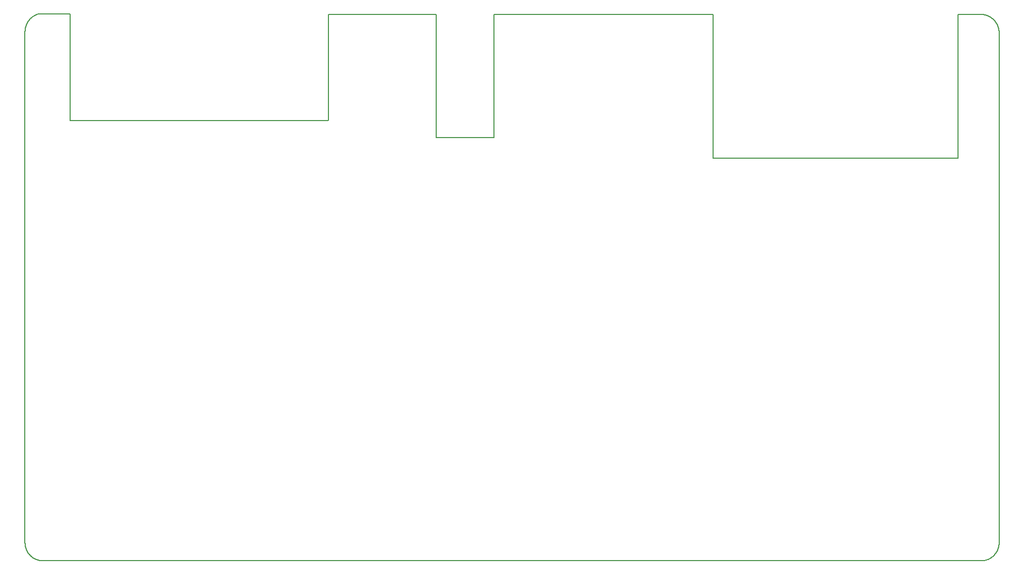
<source format=gm1>
G04 MADE WITH FRITZING*
G04 WWW.FRITZING.ORG*
G04 DOUBLE SIDED*
G04 HOLES PLATED*
G04 CONTOUR ON CENTER OF CONTOUR VECTOR*
%ASAXBY*%
%FSLAX23Y23*%
%MOIN*%
%OFA0B0*%
%SFA1.0B1.0*%
%ADD10C,0.008*%
%LNCONTOUR*%
G90*
G70*
G54D10*
X82Y3543D02*
X83Y3543D01*
X84Y3543D01*
X85Y3543D01*
X86Y3543D01*
X87Y3543D01*
X88Y3543D01*
X89Y3543D01*
X90Y3543D01*
X91Y3543D01*
X92Y3543D01*
X93Y3543D01*
X94Y3543D01*
X95Y3543D01*
X96Y3543D01*
X97Y3543D01*
X98Y3543D01*
X99Y3543D01*
X100Y3543D01*
X101Y3543D01*
X102Y3543D01*
X103Y3543D01*
X104Y3543D01*
X105Y3543D01*
X106Y3543D01*
X107Y3543D01*
X108Y3543D01*
X109Y3543D01*
X110Y3543D01*
X111Y3543D01*
X112Y3543D01*
X113Y3543D01*
X114Y3543D01*
X115Y3543D01*
X116Y3543D01*
X117Y3543D01*
X118Y3543D01*
X119Y3543D01*
X120Y3543D01*
X121Y3543D01*
X122Y3543D01*
X123Y3543D01*
X124Y3543D01*
X125Y3543D01*
X126Y3543D01*
X127Y3543D01*
X128Y3543D01*
X129Y3543D01*
X130Y3543D01*
X131Y3543D01*
X132Y3543D01*
X133Y3543D01*
X134Y3543D01*
X135Y3543D01*
X136Y3543D01*
X137Y3543D01*
X138Y3543D01*
X139Y3543D01*
X140Y3543D01*
X141Y3543D01*
X142Y3543D01*
X143Y3543D01*
X144Y3543D01*
X145Y3543D01*
X146Y3543D01*
X147Y3543D01*
X148Y3543D01*
X149Y3543D01*
X150Y3543D01*
X151Y3543D01*
X152Y3543D01*
X153Y3543D01*
X154Y3543D01*
X155Y3543D01*
X156Y3543D01*
X157Y3543D01*
X158Y3543D01*
X159Y3543D01*
X160Y3543D01*
X161Y3543D01*
X162Y3543D01*
X163Y3543D01*
X164Y3543D01*
X165Y3543D01*
X166Y3543D01*
X167Y3543D01*
X168Y3543D01*
X169Y3543D01*
X170Y3543D01*
X171Y3543D01*
X172Y3543D01*
X173Y3543D01*
X174Y3543D01*
X175Y3543D01*
X176Y3543D01*
X177Y3543D01*
X178Y3543D01*
X179Y3543D01*
X180Y3543D01*
X181Y3543D01*
X182Y3543D01*
X183Y3543D01*
X184Y3543D01*
X185Y3543D01*
X186Y3543D01*
X187Y3543D01*
X188Y3543D01*
X189Y3543D01*
X190Y3543D01*
X191Y3543D01*
X192Y3543D01*
X193Y3543D01*
X194Y3543D01*
X195Y3543D01*
X196Y3543D01*
X197Y3543D01*
X198Y3543D01*
X199Y3543D01*
X200Y3543D01*
X201Y3543D01*
X202Y3543D01*
X203Y3543D01*
X204Y3543D01*
X205Y3543D01*
X206Y3543D01*
X207Y3543D01*
X208Y3543D01*
X209Y3543D01*
X210Y3543D01*
X211Y3543D01*
X212Y3543D01*
X213Y3543D01*
X214Y3543D01*
X215Y3543D01*
X216Y3543D01*
X217Y3543D01*
X218Y3543D01*
X219Y3543D01*
X220Y3543D01*
X221Y3543D01*
X222Y3543D01*
X223Y3543D01*
X224Y3543D01*
X225Y3543D01*
X226Y3543D01*
X227Y3543D01*
X228Y3543D01*
X229Y3543D01*
X230Y3543D01*
X231Y3543D01*
X232Y3543D01*
X233Y3543D01*
X234Y3543D01*
X235Y3543D01*
X236Y3543D01*
X237Y3543D01*
X238Y3543D01*
X239Y3543D01*
X240Y3543D01*
X241Y3543D01*
X242Y3543D01*
X243Y3543D01*
X244Y3543D01*
X245Y3543D01*
X246Y3543D01*
X247Y3543D01*
X248Y3543D01*
X249Y3543D01*
X250Y3543D01*
X251Y3543D01*
X252Y3543D01*
X253Y3543D01*
X254Y3543D01*
X255Y3543D01*
X256Y3543D01*
X257Y3543D01*
X258Y3543D01*
X259Y3543D01*
X260Y3543D01*
X261Y3543D01*
X262Y3543D01*
X263Y3543D01*
X264Y3543D01*
X265Y3543D01*
X266Y3543D01*
X267Y3543D01*
X268Y3543D01*
X269Y3543D01*
X270Y3543D01*
X271Y3543D01*
X272Y3543D01*
X273Y3543D01*
X274Y3543D01*
X275Y3543D01*
X276Y3543D01*
X277Y3543D01*
X278Y3543D01*
X279Y3543D01*
X280Y3543D01*
X281Y3543D01*
X282Y3543D01*
X283Y3543D01*
X284Y3543D01*
X285Y3543D01*
X286Y3543D01*
X287Y3543D01*
X288Y3543D01*
X289Y3543D01*
X290Y3543D01*
X291Y3543D01*
X292Y3543D01*
X293Y3543D01*
X293Y2857D01*
X294Y2856D01*
X295Y2856D01*
X296Y2856D01*
X297Y2856D01*
X298Y2856D01*
X299Y2856D01*
X300Y2856D01*
X301Y2856D01*
X302Y2856D01*
X303Y2856D01*
X304Y2856D01*
X305Y2856D01*
X306Y2856D01*
X307Y2856D01*
X308Y2856D01*
X309Y2856D01*
X310Y2856D01*
X311Y2856D01*
X312Y2856D01*
X313Y2856D01*
X314Y2856D01*
X315Y2856D01*
X316Y2856D01*
X317Y2856D01*
X318Y2856D01*
X319Y2856D01*
X320Y2856D01*
X321Y2856D01*
X322Y2856D01*
X323Y2856D01*
X324Y2856D01*
X325Y2856D01*
X326Y2856D01*
X327Y2856D01*
X328Y2856D01*
X329Y2856D01*
X330Y2856D01*
X331Y2856D01*
X332Y2856D01*
X333Y2856D01*
X334Y2856D01*
X335Y2856D01*
X336Y2856D01*
X337Y2856D01*
X338Y2856D01*
X339Y2856D01*
X340Y2856D01*
X341Y2856D01*
X342Y2856D01*
X343Y2856D01*
X344Y2856D01*
X345Y2856D01*
X346Y2856D01*
X347Y2856D01*
X348Y2856D01*
X349Y2856D01*
X350Y2856D01*
X351Y2856D01*
X352Y2856D01*
X353Y2856D01*
X354Y2856D01*
X355Y2856D01*
X356Y2856D01*
X357Y2856D01*
X358Y2856D01*
X359Y2856D01*
X360Y2856D01*
X361Y2856D01*
X362Y2856D01*
X363Y2856D01*
X364Y2856D01*
X365Y2856D01*
X366Y2856D01*
X367Y2856D01*
X368Y2856D01*
X369Y2856D01*
X370Y2856D01*
X371Y2856D01*
X372Y2856D01*
X373Y2856D01*
X374Y2856D01*
X375Y2856D01*
X376Y2856D01*
X377Y2856D01*
X378Y2856D01*
X379Y2856D01*
X380Y2856D01*
X381Y2856D01*
X382Y2856D01*
X383Y2856D01*
X384Y2856D01*
X385Y2856D01*
X386Y2856D01*
X387Y2856D01*
X388Y2856D01*
X389Y2856D01*
X390Y2856D01*
X391Y2856D01*
X392Y2856D01*
X393Y2856D01*
X394Y2856D01*
X395Y2856D01*
X396Y2856D01*
X397Y2856D01*
X398Y2856D01*
X399Y2856D01*
X400Y2856D01*
X401Y2856D01*
X402Y2856D01*
X403Y2856D01*
X404Y2856D01*
X405Y2856D01*
X406Y2856D01*
X407Y2856D01*
X408Y2856D01*
X409Y2856D01*
X410Y2856D01*
X411Y2856D01*
X412Y2856D01*
X413Y2856D01*
X414Y2856D01*
X415Y2856D01*
X416Y2856D01*
X417Y2856D01*
X418Y2856D01*
X419Y2856D01*
X420Y2856D01*
X421Y2856D01*
X422Y2856D01*
X423Y2856D01*
X424Y2856D01*
X425Y2856D01*
X426Y2856D01*
X427Y2856D01*
X428Y2856D01*
X429Y2856D01*
X430Y2856D01*
X431Y2856D01*
X432Y2856D01*
X433Y2856D01*
X434Y2856D01*
X435Y2856D01*
X436Y2856D01*
X437Y2856D01*
X438Y2856D01*
X439Y2856D01*
X440Y2856D01*
X441Y2856D01*
X442Y2856D01*
X443Y2856D01*
X444Y2856D01*
X445Y2856D01*
X446Y2856D01*
X447Y2856D01*
X448Y2856D01*
X449Y2856D01*
X450Y2856D01*
X451Y2856D01*
X452Y2856D01*
X453Y2856D01*
X454Y2856D01*
X455Y2856D01*
X456Y2856D01*
X457Y2856D01*
X458Y2856D01*
X459Y2856D01*
X460Y2856D01*
X461Y2856D01*
X462Y2856D01*
X463Y2856D01*
X464Y2856D01*
X465Y2856D01*
X466Y2856D01*
X467Y2856D01*
X468Y2856D01*
X469Y2856D01*
X470Y2856D01*
X471Y2856D01*
X472Y2856D01*
X473Y2856D01*
X474Y2856D01*
X475Y2856D01*
X476Y2856D01*
X477Y2856D01*
X478Y2856D01*
X479Y2856D01*
X480Y2856D01*
X481Y2856D01*
X482Y2856D01*
X483Y2856D01*
X484Y2856D01*
X485Y2856D01*
X486Y2856D01*
X487Y2856D01*
X488Y2856D01*
X489Y2856D01*
X490Y2856D01*
X491Y2856D01*
X492Y2856D01*
X493Y2856D01*
X494Y2856D01*
X495Y2856D01*
X496Y2856D01*
X497Y2856D01*
X498Y2856D01*
X499Y2856D01*
X500Y2856D01*
X501Y2856D01*
X502Y2856D01*
X503Y2856D01*
X504Y2856D01*
X505Y2856D01*
X506Y2856D01*
X507Y2856D01*
X508Y2856D01*
X509Y2856D01*
X510Y2856D01*
X511Y2856D01*
X512Y2856D01*
X513Y2856D01*
X514Y2856D01*
X515Y2856D01*
X516Y2856D01*
X517Y2856D01*
X518Y2856D01*
X519Y2856D01*
X520Y2856D01*
X521Y2856D01*
X522Y2856D01*
X523Y2856D01*
X524Y2856D01*
X525Y2856D01*
X526Y2856D01*
X527Y2856D01*
X528Y2856D01*
X529Y2856D01*
X530Y2856D01*
X531Y2856D01*
X532Y2856D01*
X533Y2856D01*
X534Y2856D01*
X535Y2856D01*
X536Y2856D01*
X537Y2856D01*
X538Y2856D01*
X539Y2856D01*
X540Y2856D01*
X541Y2856D01*
X542Y2856D01*
X543Y2856D01*
X544Y2856D01*
X545Y2856D01*
X546Y2856D01*
X547Y2856D01*
X548Y2856D01*
X549Y2856D01*
X550Y2856D01*
X551Y2856D01*
X552Y2856D01*
X553Y2856D01*
X554Y2856D01*
X555Y2856D01*
X556Y2856D01*
X557Y2856D01*
X558Y2856D01*
X559Y2856D01*
X560Y2856D01*
X561Y2856D01*
X562Y2856D01*
X563Y2856D01*
X564Y2856D01*
X565Y2856D01*
X566Y2856D01*
X567Y2856D01*
X568Y2856D01*
X569Y2856D01*
X570Y2856D01*
X571Y2856D01*
X572Y2856D01*
X573Y2856D01*
X574Y2856D01*
X575Y2856D01*
X576Y2856D01*
X577Y2856D01*
X578Y2856D01*
X579Y2856D01*
X580Y2856D01*
X581Y2856D01*
X582Y2856D01*
X583Y2856D01*
X584Y2856D01*
X585Y2856D01*
X586Y2856D01*
X587Y2856D01*
X588Y2856D01*
X589Y2856D01*
X590Y2856D01*
X591Y2856D01*
X592Y2856D01*
X593Y2856D01*
X594Y2856D01*
X595Y2856D01*
X596Y2856D01*
X597Y2856D01*
X598Y2856D01*
X599Y2856D01*
X600Y2856D01*
X601Y2856D01*
X602Y2856D01*
X603Y2856D01*
X604Y2856D01*
X605Y2856D01*
X606Y2856D01*
X607Y2856D01*
X608Y2856D01*
X609Y2856D01*
X610Y2856D01*
X611Y2856D01*
X612Y2856D01*
X613Y2856D01*
X614Y2856D01*
X615Y2856D01*
X616Y2856D01*
X617Y2856D01*
X618Y2856D01*
X619Y2856D01*
X620Y2856D01*
X621Y2856D01*
X622Y2856D01*
X623Y2856D01*
X624Y2856D01*
X625Y2856D01*
X626Y2856D01*
X627Y2856D01*
X628Y2856D01*
X629Y2856D01*
X630Y2856D01*
X631Y2856D01*
X632Y2856D01*
X633Y2856D01*
X634Y2856D01*
X635Y2856D01*
X636Y2856D01*
X637Y2856D01*
X638Y2856D01*
X639Y2856D01*
X640Y2856D01*
X641Y2856D01*
X642Y2856D01*
X643Y2856D01*
X644Y2856D01*
X645Y2856D01*
X646Y2856D01*
X647Y2856D01*
X648Y2856D01*
X649Y2856D01*
X650Y2856D01*
X651Y2856D01*
X652Y2856D01*
X653Y2856D01*
X654Y2856D01*
X655Y2856D01*
X656Y2856D01*
X657Y2856D01*
X658Y2856D01*
X659Y2856D01*
X660Y2856D01*
X661Y2856D01*
X662Y2856D01*
X663Y2856D01*
X664Y2856D01*
X665Y2856D01*
X666Y2856D01*
X667Y2856D01*
X668Y2856D01*
X669Y2856D01*
X670Y2856D01*
X671Y2856D01*
X672Y2856D01*
X673Y2856D01*
X674Y2856D01*
X675Y2856D01*
X676Y2856D01*
X677Y2856D01*
X678Y2856D01*
X679Y2856D01*
X680Y2856D01*
X681Y2856D01*
X682Y2856D01*
X683Y2856D01*
X684Y2856D01*
X685Y2856D01*
X686Y2856D01*
X687Y2856D01*
X688Y2856D01*
X689Y2856D01*
X690Y2856D01*
X691Y2856D01*
X692Y2856D01*
X693Y2856D01*
X694Y2856D01*
X695Y2856D01*
X696Y2856D01*
X697Y2856D01*
X698Y2856D01*
X699Y2856D01*
X700Y2856D01*
X701Y2856D01*
X702Y2856D01*
X703Y2856D01*
X704Y2856D01*
X705Y2856D01*
X706Y2856D01*
X707Y2856D01*
X708Y2856D01*
X709Y2856D01*
X710Y2856D01*
X711Y2856D01*
X712Y2856D01*
X713Y2856D01*
X714Y2856D01*
X715Y2856D01*
X716Y2856D01*
X717Y2856D01*
X718Y2856D01*
X719Y2856D01*
X720Y2856D01*
X721Y2856D01*
X722Y2856D01*
X723Y2856D01*
X724Y2856D01*
X725Y2856D01*
X726Y2856D01*
X727Y2856D01*
X728Y2856D01*
X729Y2856D01*
X730Y2856D01*
X731Y2856D01*
X732Y2856D01*
X733Y2856D01*
X734Y2856D01*
X735Y2856D01*
X736Y2856D01*
X737Y2856D01*
X738Y2856D01*
X739Y2856D01*
X740Y2856D01*
X741Y2856D01*
X742Y2856D01*
X743Y2856D01*
X744Y2856D01*
X745Y2856D01*
X746Y2856D01*
X747Y2856D01*
X748Y2856D01*
X749Y2856D01*
X750Y2856D01*
X751Y2856D01*
X752Y2856D01*
X753Y2856D01*
X754Y2856D01*
X755Y2856D01*
X756Y2856D01*
X757Y2856D01*
X758Y2856D01*
X759Y2856D01*
X760Y2856D01*
X761Y2856D01*
X762Y2856D01*
X763Y2856D01*
X764Y2856D01*
X765Y2856D01*
X766Y2856D01*
X767Y2856D01*
X768Y2856D01*
X769Y2856D01*
X770Y2856D01*
X771Y2856D01*
X772Y2856D01*
X773Y2856D01*
X774Y2856D01*
X775Y2856D01*
X776Y2856D01*
X777Y2856D01*
X778Y2856D01*
X779Y2856D01*
X780Y2856D01*
X781Y2856D01*
X782Y2856D01*
X783Y2856D01*
X784Y2856D01*
X785Y2856D01*
X786Y2856D01*
X787Y2856D01*
X788Y2856D01*
X789Y2856D01*
X790Y2856D01*
X791Y2856D01*
X792Y2856D01*
X793Y2856D01*
X794Y2856D01*
X795Y2856D01*
X796Y2856D01*
X797Y2856D01*
X798Y2856D01*
X799Y2856D01*
X800Y2856D01*
X801Y2856D01*
X802Y2856D01*
X803Y2856D01*
X804Y2856D01*
X805Y2856D01*
X806Y2856D01*
X807Y2856D01*
X808Y2856D01*
X809Y2856D01*
X810Y2856D01*
X811Y2856D01*
X812Y2856D01*
X813Y2856D01*
X814Y2856D01*
X815Y2856D01*
X816Y2856D01*
X817Y2856D01*
X818Y2856D01*
X819Y2856D01*
X820Y2856D01*
X821Y2856D01*
X822Y2856D01*
X823Y2856D01*
X824Y2856D01*
X825Y2856D01*
X826Y2856D01*
X827Y2856D01*
X828Y2856D01*
X829Y2856D01*
X830Y2856D01*
X831Y2856D01*
X832Y2856D01*
X833Y2856D01*
X834Y2856D01*
X835Y2856D01*
X836Y2856D01*
X837Y2856D01*
X838Y2856D01*
X839Y2856D01*
X840Y2856D01*
X841Y2856D01*
X842Y2856D01*
X843Y2856D01*
X844Y2856D01*
X845Y2856D01*
X846Y2856D01*
X847Y2856D01*
X848Y2856D01*
X849Y2856D01*
X850Y2856D01*
X851Y2856D01*
X852Y2856D01*
X853Y2856D01*
X854Y2856D01*
X855Y2856D01*
X856Y2856D01*
X857Y2856D01*
X858Y2856D01*
X859Y2856D01*
X860Y2856D01*
X861Y2856D01*
X862Y2856D01*
X863Y2856D01*
X864Y2856D01*
X865Y2856D01*
X866Y2856D01*
X867Y2856D01*
X868Y2856D01*
X869Y2856D01*
X870Y2856D01*
X871Y2856D01*
X872Y2856D01*
X873Y2856D01*
X874Y2856D01*
X875Y2856D01*
X876Y2856D01*
X877Y2856D01*
X878Y2856D01*
X879Y2856D01*
X880Y2856D01*
X881Y2856D01*
X882Y2856D01*
X883Y2856D01*
X884Y2856D01*
X885Y2856D01*
X886Y2856D01*
X887Y2856D01*
X888Y2856D01*
X889Y2856D01*
X890Y2856D01*
X891Y2856D01*
X892Y2856D01*
X893Y2856D01*
X894Y2856D01*
X895Y2856D01*
X896Y2856D01*
X897Y2856D01*
X898Y2856D01*
X899Y2856D01*
X900Y2856D01*
X901Y2856D01*
X902Y2856D01*
X903Y2856D01*
X904Y2856D01*
X905Y2856D01*
X906Y2856D01*
X907Y2856D01*
X908Y2856D01*
X909Y2856D01*
X910Y2856D01*
X911Y2856D01*
X912Y2856D01*
X913Y2856D01*
X914Y2856D01*
X915Y2856D01*
X916Y2856D01*
X917Y2856D01*
X918Y2856D01*
X919Y2856D01*
X920Y2856D01*
X921Y2856D01*
X922Y2856D01*
X923Y2856D01*
X924Y2856D01*
X925Y2856D01*
X926Y2856D01*
X927Y2856D01*
X928Y2856D01*
X929Y2856D01*
X930Y2856D01*
X931Y2856D01*
X932Y2856D01*
X933Y2856D01*
X934Y2856D01*
X935Y2856D01*
X936Y2856D01*
X937Y2856D01*
X938Y2856D01*
X939Y2856D01*
X940Y2856D01*
X941Y2856D01*
X942Y2856D01*
X943Y2856D01*
X944Y2856D01*
X945Y2856D01*
X946Y2856D01*
X947Y2856D01*
X948Y2856D01*
X949Y2856D01*
X950Y2856D01*
X951Y2856D01*
X952Y2856D01*
X953Y2856D01*
X954Y2856D01*
X955Y2856D01*
X956Y2856D01*
X957Y2856D01*
X958Y2856D01*
X959Y2856D01*
X960Y2856D01*
X961Y2856D01*
X962Y2856D01*
X963Y2856D01*
X964Y2856D01*
X965Y2856D01*
X966Y2856D01*
X967Y2856D01*
X968Y2856D01*
X969Y2856D01*
X970Y2856D01*
X971Y2856D01*
X972Y2856D01*
X973Y2856D01*
X974Y2856D01*
X975Y2856D01*
X976Y2856D01*
X977Y2856D01*
X978Y2856D01*
X979Y2856D01*
X980Y2856D01*
X981Y2856D01*
X982Y2856D01*
X983Y2856D01*
X984Y2856D01*
X985Y2856D01*
X986Y2856D01*
X987Y2856D01*
X988Y2856D01*
X989Y2856D01*
X990Y2856D01*
X991Y2856D01*
X992Y2856D01*
X993Y2856D01*
X994Y2856D01*
X995Y2856D01*
X996Y2856D01*
X997Y2856D01*
X998Y2856D01*
X999Y2856D01*
X1000Y2856D01*
X1001Y2856D01*
X1002Y2856D01*
X1003Y2856D01*
X1004Y2856D01*
X1005Y2856D01*
X1006Y2856D01*
X1007Y2856D01*
X1008Y2856D01*
X1009Y2856D01*
X1010Y2856D01*
X1011Y2856D01*
X1012Y2856D01*
X1013Y2856D01*
X1014Y2856D01*
X1015Y2856D01*
X1016Y2856D01*
X1017Y2856D01*
X1018Y2856D01*
X1019Y2856D01*
X1020Y2856D01*
X1021Y2856D01*
X1022Y2856D01*
X1023Y2856D01*
X1024Y2856D01*
X1025Y2856D01*
X1026Y2856D01*
X1027Y2856D01*
X1028Y2856D01*
X1029Y2856D01*
X1030Y2856D01*
X1031Y2856D01*
X1032Y2856D01*
X1033Y2856D01*
X1034Y2856D01*
X1035Y2856D01*
X1036Y2856D01*
X1037Y2856D01*
X1038Y2856D01*
X1039Y2856D01*
X1040Y2856D01*
X1041Y2856D01*
X1042Y2856D01*
X1043Y2856D01*
X1044Y2856D01*
X1045Y2856D01*
X1046Y2856D01*
X1047Y2856D01*
X1048Y2856D01*
X1049Y2856D01*
X1050Y2856D01*
X1051Y2856D01*
X1052Y2856D01*
X1053Y2856D01*
X1054Y2856D01*
X1055Y2856D01*
X1056Y2856D01*
X1057Y2856D01*
X1058Y2856D01*
X1059Y2856D01*
X1060Y2856D01*
X1061Y2856D01*
X1062Y2856D01*
X1063Y2856D01*
X1064Y2856D01*
X1065Y2856D01*
X1066Y2856D01*
X1067Y2856D01*
X1068Y2856D01*
X1069Y2856D01*
X1070Y2856D01*
X1071Y2856D01*
X1072Y2856D01*
X1073Y2856D01*
X1074Y2856D01*
X1075Y2856D01*
X1076Y2856D01*
X1077Y2856D01*
X1078Y2856D01*
X1079Y2856D01*
X1080Y2856D01*
X1081Y2856D01*
X1082Y2856D01*
X1083Y2856D01*
X1084Y2856D01*
X1085Y2856D01*
X1086Y2856D01*
X1087Y2856D01*
X1088Y2856D01*
X1089Y2856D01*
X1090Y2856D01*
X1091Y2856D01*
X1092Y2856D01*
X1093Y2856D01*
X1094Y2856D01*
X1095Y2856D01*
X1096Y2856D01*
X1097Y2856D01*
X1098Y2856D01*
X1099Y2856D01*
X1100Y2856D01*
X1101Y2856D01*
X1102Y2856D01*
X1103Y2856D01*
X1104Y2856D01*
X1105Y2856D01*
X1106Y2856D01*
X1107Y2856D01*
X1108Y2856D01*
X1109Y2856D01*
X1110Y2856D01*
X1111Y2856D01*
X1112Y2856D01*
X1113Y2856D01*
X1114Y2856D01*
X1115Y2856D01*
X1116Y2856D01*
X1117Y2856D01*
X1118Y2856D01*
X1119Y2856D01*
X1120Y2856D01*
X1121Y2856D01*
X1122Y2856D01*
X1123Y2856D01*
X1124Y2856D01*
X1125Y2856D01*
X1126Y2856D01*
X1127Y2856D01*
X1128Y2856D01*
X1129Y2856D01*
X1130Y2856D01*
X1131Y2856D01*
X1132Y2856D01*
X1133Y2856D01*
X1134Y2856D01*
X1135Y2856D01*
X1136Y2856D01*
X1137Y2856D01*
X1138Y2856D01*
X1139Y2856D01*
X1140Y2856D01*
X1141Y2856D01*
X1142Y2856D01*
X1143Y2856D01*
X1144Y2856D01*
X1145Y2856D01*
X1146Y2856D01*
X1147Y2856D01*
X1148Y2856D01*
X1149Y2856D01*
X1150Y2856D01*
X1151Y2856D01*
X1152Y2856D01*
X1153Y2856D01*
X1154Y2856D01*
X1155Y2856D01*
X1156Y2856D01*
X1157Y2856D01*
X1158Y2856D01*
X1159Y2856D01*
X1160Y2856D01*
X1161Y2856D01*
X1162Y2856D01*
X1163Y2856D01*
X1164Y2856D01*
X1165Y2856D01*
X1166Y2856D01*
X1167Y2856D01*
X1168Y2856D01*
X1169Y2856D01*
X1170Y2856D01*
X1171Y2856D01*
X1172Y2856D01*
X1173Y2856D01*
X1174Y2856D01*
X1175Y2856D01*
X1176Y2856D01*
X1177Y2856D01*
X1178Y2856D01*
X1179Y2856D01*
X1180Y2856D01*
X1181Y2856D01*
X1182Y2856D01*
X1183Y2856D01*
X1184Y2856D01*
X1185Y2856D01*
X1186Y2856D01*
X1187Y2856D01*
X1188Y2856D01*
X1189Y2856D01*
X1190Y2856D01*
X1191Y2856D01*
X1192Y2856D01*
X1193Y2856D01*
X1194Y2856D01*
X1195Y2856D01*
X1196Y2856D01*
X1197Y2856D01*
X1198Y2856D01*
X1199Y2856D01*
X1200Y2856D01*
X1201Y2856D01*
X1202Y2856D01*
X1203Y2856D01*
X1204Y2856D01*
X1205Y2856D01*
X1206Y2856D01*
X1207Y2856D01*
X1208Y2856D01*
X1209Y2856D01*
X1210Y2856D01*
X1211Y2856D01*
X1212Y2856D01*
X1213Y2856D01*
X1214Y2856D01*
X1215Y2856D01*
X1216Y2856D01*
X1217Y2856D01*
X1218Y2856D01*
X1219Y2856D01*
X1220Y2856D01*
X1221Y2856D01*
X1222Y2856D01*
X1223Y2856D01*
X1224Y2856D01*
X1225Y2856D01*
X1226Y2856D01*
X1227Y2856D01*
X1228Y2856D01*
X1229Y2856D01*
X1230Y2856D01*
X1231Y2856D01*
X1232Y2856D01*
X1233Y2856D01*
X1234Y2856D01*
X1235Y2856D01*
X1236Y2856D01*
X1237Y2856D01*
X1238Y2856D01*
X1239Y2856D01*
X1240Y2856D01*
X1241Y2856D01*
X1242Y2856D01*
X1243Y2856D01*
X1244Y2856D01*
X1245Y2856D01*
X1246Y2856D01*
X1247Y2856D01*
X1248Y2856D01*
X1249Y2856D01*
X1250Y2856D01*
X1251Y2856D01*
X1252Y2856D01*
X1253Y2856D01*
X1254Y2856D01*
X1255Y2856D01*
X1256Y2856D01*
X1257Y2856D01*
X1258Y2856D01*
X1259Y2856D01*
X1260Y2856D01*
X1261Y2856D01*
X1262Y2856D01*
X1263Y2856D01*
X1264Y2856D01*
X1265Y2856D01*
X1266Y2856D01*
X1267Y2856D01*
X1268Y2856D01*
X1269Y2856D01*
X1270Y2856D01*
X1271Y2856D01*
X1272Y2856D01*
X1273Y2856D01*
X1274Y2856D01*
X1275Y2856D01*
X1276Y2856D01*
X1277Y2856D01*
X1278Y2856D01*
X1279Y2856D01*
X1280Y2856D01*
X1281Y2856D01*
X1282Y2856D01*
X1283Y2856D01*
X1284Y2856D01*
X1285Y2856D01*
X1286Y2856D01*
X1287Y2856D01*
X1288Y2856D01*
X1289Y2856D01*
X1290Y2856D01*
X1291Y2856D01*
X1292Y2856D01*
X1293Y2856D01*
X1294Y2856D01*
X1295Y2856D01*
X1296Y2856D01*
X1297Y2856D01*
X1298Y2856D01*
X1299Y2856D01*
X1300Y2856D01*
X1301Y2856D01*
X1302Y2856D01*
X1303Y2856D01*
X1304Y2856D01*
X1305Y2856D01*
X1306Y2856D01*
X1307Y2856D01*
X1308Y2856D01*
X1309Y2856D01*
X1310Y2856D01*
X1311Y2856D01*
X1312Y2856D01*
X1313Y2856D01*
X1314Y2856D01*
X1315Y2856D01*
X1316Y2856D01*
X1317Y2856D01*
X1318Y2856D01*
X1319Y2856D01*
X1320Y2856D01*
X1321Y2856D01*
X1322Y2856D01*
X1323Y2856D01*
X1324Y2856D01*
X1325Y2856D01*
X1326Y2856D01*
X1327Y2856D01*
X1328Y2856D01*
X1329Y2856D01*
X1330Y2856D01*
X1331Y2856D01*
X1332Y2856D01*
X1333Y2856D01*
X1334Y2856D01*
X1335Y2856D01*
X1336Y2856D01*
X1337Y2856D01*
X1338Y2856D01*
X1339Y2856D01*
X1340Y2856D01*
X1341Y2856D01*
X1342Y2856D01*
X1343Y2856D01*
X1344Y2856D01*
X1345Y2856D01*
X1346Y2856D01*
X1347Y2856D01*
X1348Y2856D01*
X1349Y2856D01*
X1350Y2856D01*
X1351Y2856D01*
X1352Y2856D01*
X1353Y2856D01*
X1354Y2856D01*
X1355Y2856D01*
X1356Y2856D01*
X1357Y2856D01*
X1358Y2856D01*
X1359Y2856D01*
X1360Y2856D01*
X1361Y2856D01*
X1362Y2856D01*
X1363Y2856D01*
X1364Y2856D01*
X1365Y2856D01*
X1366Y2856D01*
X1367Y2856D01*
X1368Y2856D01*
X1369Y2856D01*
X1370Y2856D01*
X1371Y2856D01*
X1372Y2856D01*
X1373Y2856D01*
X1374Y2856D01*
X1375Y2856D01*
X1376Y2856D01*
X1377Y2856D01*
X1378Y2856D01*
X1379Y2856D01*
X1380Y2856D01*
X1381Y2856D01*
X1382Y2856D01*
X1383Y2856D01*
X1384Y2856D01*
X1385Y2856D01*
X1386Y2856D01*
X1387Y2856D01*
X1388Y2856D01*
X1389Y2856D01*
X1390Y2856D01*
X1391Y2856D01*
X1392Y2856D01*
X1393Y2856D01*
X1394Y2856D01*
X1395Y2856D01*
X1396Y2856D01*
X1397Y2856D01*
X1398Y2856D01*
X1399Y2856D01*
X1400Y2856D01*
X1401Y2856D01*
X1402Y2856D01*
X1403Y2856D01*
X1404Y2856D01*
X1405Y2856D01*
X1406Y2856D01*
X1407Y2856D01*
X1408Y2856D01*
X1409Y2856D01*
X1410Y2856D01*
X1411Y2856D01*
X1412Y2856D01*
X1413Y2856D01*
X1414Y2856D01*
X1415Y2856D01*
X1416Y2856D01*
X1417Y2856D01*
X1418Y2856D01*
X1419Y2856D01*
X1420Y2856D01*
X1421Y2856D01*
X1422Y2856D01*
X1423Y2856D01*
X1424Y2856D01*
X1425Y2856D01*
X1426Y2856D01*
X1427Y2856D01*
X1428Y2856D01*
X1429Y2856D01*
X1430Y2856D01*
X1431Y2856D01*
X1432Y2856D01*
X1433Y2856D01*
X1434Y2856D01*
X1435Y2856D01*
X1436Y2856D01*
X1437Y2856D01*
X1438Y2856D01*
X1439Y2856D01*
X1440Y2856D01*
X1441Y2856D01*
X1442Y2856D01*
X1443Y2856D01*
X1444Y2856D01*
X1445Y2856D01*
X1446Y2856D01*
X1447Y2856D01*
X1448Y2856D01*
X1449Y2856D01*
X1450Y2856D01*
X1451Y2856D01*
X1452Y2856D01*
X1453Y2856D01*
X1454Y2856D01*
X1455Y2856D01*
X1456Y2856D01*
X1457Y2856D01*
X1458Y2856D01*
X1459Y2856D01*
X1460Y2856D01*
X1461Y2856D01*
X1462Y2856D01*
X1463Y2856D01*
X1464Y2856D01*
X1465Y2856D01*
X1466Y2856D01*
X1467Y2856D01*
X1468Y2856D01*
X1469Y2856D01*
X1470Y2856D01*
X1471Y2856D01*
X1472Y2856D01*
X1473Y2856D01*
X1474Y2856D01*
X1475Y2856D01*
X1476Y2856D01*
X1477Y2856D01*
X1478Y2856D01*
X1479Y2856D01*
X1480Y2856D01*
X1481Y2856D01*
X1482Y2856D01*
X1483Y2856D01*
X1484Y2856D01*
X1485Y2856D01*
X1486Y2856D01*
X1487Y2856D01*
X1488Y2856D01*
X1489Y2856D01*
X1490Y2856D01*
X1491Y2856D01*
X1492Y2856D01*
X1493Y2856D01*
X1494Y2856D01*
X1495Y2856D01*
X1496Y2856D01*
X1497Y2856D01*
X1498Y2856D01*
X1499Y2856D01*
X1500Y2856D01*
X1501Y2856D01*
X1502Y2856D01*
X1503Y2856D01*
X1504Y2856D01*
X1505Y2856D01*
X1506Y2856D01*
X1507Y2856D01*
X1508Y2856D01*
X1509Y2856D01*
X1510Y2856D01*
X1511Y2856D01*
X1512Y2856D01*
X1513Y2856D01*
X1514Y2856D01*
X1515Y2856D01*
X1516Y2856D01*
X1517Y2856D01*
X1518Y2856D01*
X1519Y2856D01*
X1520Y2856D01*
X1521Y2856D01*
X1522Y2856D01*
X1523Y2856D01*
X1524Y2856D01*
X1525Y2856D01*
X1526Y2856D01*
X1527Y2856D01*
X1528Y2856D01*
X1529Y2856D01*
X1530Y2856D01*
X1531Y2856D01*
X1532Y2856D01*
X1533Y2856D01*
X1534Y2856D01*
X1535Y2856D01*
X1536Y2856D01*
X1537Y2856D01*
X1538Y2856D01*
X1539Y2856D01*
X1540Y2856D01*
X1541Y2856D01*
X1542Y2856D01*
X1543Y2856D01*
X1544Y2856D01*
X1545Y2856D01*
X1546Y2856D01*
X1547Y2856D01*
X1548Y2856D01*
X1549Y2856D01*
X1550Y2856D01*
X1551Y2856D01*
X1552Y2856D01*
X1553Y2856D01*
X1554Y2856D01*
X1555Y2856D01*
X1556Y2856D01*
X1557Y2856D01*
X1558Y2856D01*
X1559Y2856D01*
X1560Y2856D01*
X1561Y2856D01*
X1562Y2856D01*
X1563Y2856D01*
X1564Y2856D01*
X1565Y2856D01*
X1566Y2856D01*
X1567Y2856D01*
X1568Y2856D01*
X1569Y2856D01*
X1570Y2856D01*
X1571Y2856D01*
X1572Y2856D01*
X1573Y2856D01*
X1574Y2856D01*
X1575Y2856D01*
X1576Y2856D01*
X1577Y2856D01*
X1578Y2856D01*
X1579Y2856D01*
X1580Y2856D01*
X1581Y2856D01*
X1582Y2856D01*
X1583Y2856D01*
X1584Y2856D01*
X1585Y2856D01*
X1586Y2856D01*
X1587Y2856D01*
X1588Y2856D01*
X1589Y2856D01*
X1590Y2856D01*
X1591Y2856D01*
X1592Y2856D01*
X1593Y2856D01*
X1594Y2856D01*
X1595Y2856D01*
X1596Y2856D01*
X1597Y2856D01*
X1598Y2856D01*
X1599Y2856D01*
X1600Y2856D01*
X1601Y2856D01*
X1602Y2856D01*
X1603Y2856D01*
X1604Y2856D01*
X1605Y2856D01*
X1606Y2856D01*
X1607Y2856D01*
X1608Y2856D01*
X1609Y2856D01*
X1610Y2856D01*
X1611Y2856D01*
X1612Y2856D01*
X1613Y2856D01*
X1614Y2856D01*
X1615Y2856D01*
X1616Y2856D01*
X1617Y2856D01*
X1618Y2856D01*
X1619Y2856D01*
X1620Y2856D01*
X1621Y2856D01*
X1622Y2856D01*
X1623Y2856D01*
X1624Y2856D01*
X1625Y2856D01*
X1626Y2856D01*
X1627Y2856D01*
X1628Y2856D01*
X1629Y2856D01*
X1630Y2856D01*
X1631Y2856D01*
X1632Y2856D01*
X1633Y2856D01*
X1634Y2856D01*
X1635Y2856D01*
X1636Y2856D01*
X1637Y2856D01*
X1638Y2856D01*
X1639Y2856D01*
X1640Y2856D01*
X1641Y2856D01*
X1642Y2856D01*
X1643Y2856D01*
X1644Y2856D01*
X1645Y2856D01*
X1646Y2856D01*
X1647Y2856D01*
X1648Y2856D01*
X1649Y2856D01*
X1650Y2856D01*
X1651Y2856D01*
X1652Y2856D01*
X1653Y2856D01*
X1654Y2856D01*
X1655Y2856D01*
X1656Y2856D01*
X1657Y2856D01*
X1658Y2856D01*
X1659Y2856D01*
X1660Y2856D01*
X1661Y2856D01*
X1662Y2856D01*
X1663Y2856D01*
X1664Y2856D01*
X1665Y2856D01*
X1666Y2856D01*
X1667Y2856D01*
X1668Y2856D01*
X1669Y2856D01*
X1670Y2856D01*
X1671Y2856D01*
X1672Y2856D01*
X1673Y2856D01*
X1674Y2856D01*
X1675Y2856D01*
X1676Y2856D01*
X1677Y2856D01*
X1678Y2856D01*
X1679Y2856D01*
X1680Y2856D01*
X1681Y2856D01*
X1682Y2856D01*
X1683Y2856D01*
X1684Y2856D01*
X1685Y2856D01*
X1686Y2856D01*
X1687Y2856D01*
X1688Y2856D01*
X1689Y2856D01*
X1690Y2856D01*
X1691Y2856D01*
X1692Y2856D01*
X1693Y2856D01*
X1694Y2856D01*
X1695Y2856D01*
X1696Y2856D01*
X1697Y2856D01*
X1698Y2856D01*
X1699Y2856D01*
X1700Y2856D01*
X1701Y2856D01*
X1702Y2856D01*
X1703Y2856D01*
X1704Y2856D01*
X1705Y2856D01*
X1706Y2856D01*
X1707Y2856D01*
X1708Y2856D01*
X1709Y2856D01*
X1710Y2856D01*
X1711Y2856D01*
X1712Y2856D01*
X1713Y2856D01*
X1714Y2856D01*
X1715Y2856D01*
X1716Y2856D01*
X1717Y2856D01*
X1718Y2856D01*
X1719Y2856D01*
X1720Y2856D01*
X1721Y2856D01*
X1722Y2856D01*
X1723Y2856D01*
X1724Y2856D01*
X1725Y2856D01*
X1726Y2856D01*
X1727Y2856D01*
X1728Y2856D01*
X1729Y2856D01*
X1730Y2856D01*
X1731Y2856D01*
X1732Y2856D01*
X1733Y2856D01*
X1734Y2856D01*
X1735Y2856D01*
X1736Y2856D01*
X1737Y2856D01*
X1738Y2856D01*
X1739Y2856D01*
X1740Y2856D01*
X1741Y2856D01*
X1742Y2856D01*
X1743Y2856D01*
X1744Y2856D01*
X1745Y2856D01*
X1746Y2856D01*
X1747Y2856D01*
X1748Y2856D01*
X1749Y2856D01*
X1750Y2856D01*
X1751Y2856D01*
X1752Y2856D01*
X1753Y2856D01*
X1754Y2856D01*
X1755Y2856D01*
X1756Y2856D01*
X1757Y2856D01*
X1758Y2856D01*
X1759Y2856D01*
X1760Y2856D01*
X1761Y2856D01*
X1762Y2856D01*
X1763Y2856D01*
X1764Y2856D01*
X1765Y2856D01*
X1766Y2856D01*
X1767Y2856D01*
X1768Y2856D01*
X1769Y2856D01*
X1770Y2856D01*
X1771Y2856D01*
X1772Y2856D01*
X1773Y2856D01*
X1774Y2856D01*
X1775Y2856D01*
X1776Y2856D01*
X1777Y2856D01*
X1778Y2856D01*
X1779Y2856D01*
X1780Y2856D01*
X1781Y2856D01*
X1782Y2856D01*
X1783Y2856D01*
X1784Y2856D01*
X1785Y2856D01*
X1786Y2856D01*
X1787Y2856D01*
X1788Y2856D01*
X1789Y2856D01*
X1790Y2856D01*
X1791Y2856D01*
X1792Y2856D01*
X1793Y2856D01*
X1794Y2856D01*
X1795Y2856D01*
X1796Y2856D01*
X1797Y2856D01*
X1798Y2856D01*
X1799Y2856D01*
X1800Y2856D01*
X1801Y2856D01*
X1802Y2856D01*
X1803Y2856D01*
X1804Y2856D01*
X1805Y2856D01*
X1806Y2856D01*
X1807Y2856D01*
X1808Y2856D01*
X1809Y2856D01*
X1810Y2856D01*
X1811Y2856D01*
X1812Y2856D01*
X1813Y2856D01*
X1814Y2856D01*
X1815Y2856D01*
X1816Y2856D01*
X1817Y2856D01*
X1818Y2856D01*
X1819Y2856D01*
X1820Y2856D01*
X1821Y2856D01*
X1822Y2856D01*
X1823Y2856D01*
X1824Y2856D01*
X1825Y2856D01*
X1826Y2856D01*
X1827Y2856D01*
X1828Y2856D01*
X1829Y2856D01*
X1830Y2856D01*
X1831Y2856D01*
X1832Y2856D01*
X1833Y2856D01*
X1834Y2856D01*
X1835Y2856D01*
X1836Y2856D01*
X1837Y2856D01*
X1838Y2856D01*
X1839Y2856D01*
X1840Y2856D01*
X1841Y2856D01*
X1842Y2856D01*
X1843Y2856D01*
X1844Y2856D01*
X1845Y2856D01*
X1846Y2856D01*
X1847Y2856D01*
X1848Y2856D01*
X1849Y2856D01*
X1850Y2856D01*
X1851Y2856D01*
X1852Y2856D01*
X1853Y2856D01*
X1854Y2856D01*
X1855Y2856D01*
X1856Y2856D01*
X1857Y2856D01*
X1858Y2856D01*
X1859Y2856D01*
X1860Y2856D01*
X1861Y2856D01*
X1862Y2856D01*
X1863Y2856D01*
X1864Y2856D01*
X1865Y2856D01*
X1866Y2856D01*
X1867Y2856D01*
X1868Y2856D01*
X1869Y2856D01*
X1870Y2856D01*
X1871Y2856D01*
X1872Y2856D01*
X1873Y2856D01*
X1874Y2856D01*
X1875Y2856D01*
X1876Y2856D01*
X1877Y2856D01*
X1878Y2856D01*
X1879Y2856D01*
X1880Y2856D01*
X1881Y2856D01*
X1882Y2856D01*
X1883Y2856D01*
X1884Y2856D01*
X1885Y2856D01*
X1886Y2856D01*
X1887Y2856D01*
X1888Y2856D01*
X1889Y2856D01*
X1890Y2856D01*
X1891Y2856D01*
X1892Y2856D01*
X1893Y2856D01*
X1894Y2856D01*
X1895Y2856D01*
X1896Y2856D01*
X1897Y2856D01*
X1898Y2856D01*
X1899Y2856D01*
X1900Y2856D01*
X1901Y2856D01*
X1902Y2856D01*
X1903Y2856D01*
X1904Y2856D01*
X1905Y2856D01*
X1906Y2856D01*
X1907Y2856D01*
X1908Y2856D01*
X1909Y2856D01*
X1910Y2856D01*
X1911Y2856D01*
X1912Y2856D01*
X1913Y2856D01*
X1914Y2856D01*
X1915Y2856D01*
X1916Y2856D01*
X1917Y2856D01*
X1918Y2856D01*
X1919Y2856D01*
X1920Y2856D01*
X1921Y2856D01*
X1922Y2856D01*
X1923Y2856D01*
X1924Y2856D01*
X1925Y2856D01*
X1926Y2856D01*
X1927Y2856D01*
X1928Y2856D01*
X1929Y2856D01*
X1930Y2856D01*
X1931Y2856D01*
X1932Y2856D01*
X1933Y2856D01*
X1934Y2856D01*
X1935Y2856D01*
X1936Y2856D01*
X1937Y2856D01*
X1938Y2856D01*
X1939Y2856D01*
X1940Y2856D01*
X1941Y2856D01*
X1942Y2856D01*
X1943Y2856D01*
X1944Y2856D01*
X1945Y2856D01*
X1946Y2856D01*
X1947Y2856D01*
X1948Y2856D01*
X1949Y2856D01*
X1950Y2856D01*
X1951Y2856D01*
X1952Y2856D01*
X1953Y2856D01*
X1954Y2856D01*
X1955Y2856D01*
X1956Y2856D01*
X1957Y2856D01*
X1958Y2856D01*
X1959Y2856D01*
X1960Y2856D01*
X1961Y2856D01*
X1962Y2857D01*
X1962Y3541D01*
X1963Y3542D01*
X1964Y3542D01*
X1965Y3542D01*
X1966Y3542D01*
X1967Y3542D01*
X1968Y3542D01*
X1969Y3542D01*
X1970Y3542D01*
X1971Y3542D01*
X1972Y3542D01*
X1973Y3542D01*
X1974Y3542D01*
X1975Y3542D01*
X1976Y3542D01*
X1977Y3542D01*
X1978Y3542D01*
X1979Y3542D01*
X1980Y3542D01*
X1981Y3542D01*
X1982Y3542D01*
X1983Y3542D01*
X1984Y3542D01*
X1985Y3542D01*
X1986Y3542D01*
X1987Y3542D01*
X1988Y3542D01*
X1989Y3542D01*
X1990Y3542D01*
X1991Y3542D01*
X1992Y3542D01*
X1993Y3542D01*
X1994Y3542D01*
X1995Y3542D01*
X1996Y3542D01*
X1997Y3542D01*
X1998Y3542D01*
X1999Y3542D01*
X2000Y3542D01*
X2001Y3542D01*
X2002Y3542D01*
X2003Y3542D01*
X2004Y3542D01*
X2005Y3542D01*
X2006Y3542D01*
X2007Y3542D01*
X2008Y3542D01*
X2009Y3542D01*
X2010Y3542D01*
X2011Y3542D01*
X2012Y3542D01*
X2013Y3542D01*
X2014Y3542D01*
X2015Y3542D01*
X2016Y3542D01*
X2017Y3542D01*
X2018Y3542D01*
X2019Y3542D01*
X2020Y3542D01*
X2021Y3542D01*
X2022Y3542D01*
X2023Y3542D01*
X2024Y3542D01*
X2025Y3542D01*
X2026Y3542D01*
X2027Y3542D01*
X2028Y3542D01*
X2029Y3542D01*
X2030Y3542D01*
X2031Y3542D01*
X2032Y3542D01*
X2033Y3542D01*
X2034Y3542D01*
X2035Y3542D01*
X2036Y3542D01*
X2037Y3542D01*
X2038Y3542D01*
X2039Y3542D01*
X2040Y3542D01*
X2041Y3542D01*
X2042Y3542D01*
X2043Y3542D01*
X2044Y3542D01*
X2045Y3542D01*
X2046Y3542D01*
X2047Y3542D01*
X2048Y3542D01*
X2049Y3542D01*
X2050Y3542D01*
X2051Y3542D01*
X2052Y3542D01*
X2053Y3542D01*
X2054Y3542D01*
X2055Y3542D01*
X2056Y3542D01*
X2057Y3542D01*
X2058Y3542D01*
X2059Y3542D01*
X2060Y3542D01*
X2061Y3542D01*
X2062Y3542D01*
X2063Y3542D01*
X2064Y3542D01*
X2065Y3542D01*
X2066Y3542D01*
X2067Y3542D01*
X2068Y3542D01*
X2069Y3542D01*
X2070Y3542D01*
X2071Y3542D01*
X2072Y3542D01*
X2073Y3542D01*
X2074Y3542D01*
X2075Y3542D01*
X2076Y3542D01*
X2077Y3542D01*
X2078Y3542D01*
X2079Y3542D01*
X2080Y3542D01*
X2081Y3542D01*
X2082Y3542D01*
X2083Y3542D01*
X2084Y3542D01*
X2085Y3542D01*
X2086Y3542D01*
X2087Y3542D01*
X2088Y3542D01*
X2089Y3542D01*
X2090Y3542D01*
X2091Y3542D01*
X2092Y3542D01*
X2093Y3542D01*
X2094Y3542D01*
X2095Y3542D01*
X2096Y3542D01*
X2097Y3542D01*
X2098Y3542D01*
X2099Y3542D01*
X2100Y3542D01*
X2101Y3542D01*
X2102Y3542D01*
X2103Y3542D01*
X2104Y3542D01*
X2105Y3542D01*
X2106Y3542D01*
X2107Y3542D01*
X2108Y3542D01*
X2109Y3542D01*
X2110Y3542D01*
X2111Y3542D01*
X2112Y3542D01*
X2113Y3542D01*
X2114Y3542D01*
X2115Y3542D01*
X2116Y3542D01*
X2117Y3542D01*
X2118Y3542D01*
X2119Y3542D01*
X2120Y3542D01*
X2121Y3542D01*
X2122Y3542D01*
X2123Y3542D01*
X2124Y3542D01*
X2125Y3542D01*
X2126Y3542D01*
X2127Y3542D01*
X2128Y3542D01*
X2129Y3542D01*
X2130Y3542D01*
X2131Y3542D01*
X2132Y3542D01*
X2133Y3542D01*
X2134Y3542D01*
X2135Y3542D01*
X2136Y3542D01*
X2137Y3542D01*
X2138Y3542D01*
X2139Y3542D01*
X2140Y3542D01*
X2141Y3542D01*
X2142Y3542D01*
X2143Y3542D01*
X2144Y3542D01*
X2145Y3542D01*
X2146Y3542D01*
X2147Y3542D01*
X2148Y3542D01*
X2149Y3542D01*
X2150Y3542D01*
X2151Y3542D01*
X2152Y3542D01*
X2153Y3542D01*
X2154Y3542D01*
X2155Y3542D01*
X2156Y3542D01*
X2157Y3542D01*
X2158Y3542D01*
X2159Y3542D01*
X2160Y3542D01*
X2161Y3542D01*
X2162Y3542D01*
X2163Y3542D01*
X2164Y3542D01*
X2165Y3542D01*
X2166Y3542D01*
X2167Y3542D01*
X2168Y3542D01*
X2169Y3542D01*
X2170Y3542D01*
X2171Y3542D01*
X2172Y3542D01*
X2173Y3542D01*
X2174Y3542D01*
X2175Y3542D01*
X2176Y3542D01*
X2177Y3542D01*
X2178Y3542D01*
X2179Y3542D01*
X2180Y3542D01*
X2181Y3542D01*
X2182Y3542D01*
X2183Y3542D01*
X2184Y3542D01*
X2185Y3542D01*
X2186Y3542D01*
X2187Y3542D01*
X2188Y3542D01*
X2189Y3542D01*
X2190Y3542D01*
X2191Y3542D01*
X2192Y3542D01*
X2193Y3542D01*
X2194Y3542D01*
X2195Y3542D01*
X2196Y3542D01*
X2197Y3542D01*
X2198Y3542D01*
X2199Y3542D01*
X2200Y3542D01*
X2201Y3542D01*
X2202Y3542D01*
X2203Y3542D01*
X2204Y3542D01*
X2205Y3542D01*
X2206Y3542D01*
X2207Y3542D01*
X2208Y3542D01*
X2209Y3542D01*
X2210Y3542D01*
X2211Y3542D01*
X2212Y3542D01*
X2213Y3542D01*
X2214Y3542D01*
X2215Y3542D01*
X2216Y3542D01*
X2217Y3542D01*
X2218Y3542D01*
X2219Y3542D01*
X2220Y3542D01*
X2221Y3542D01*
X2222Y3542D01*
X2223Y3542D01*
X2224Y3542D01*
X2225Y3542D01*
X2226Y3542D01*
X2227Y3542D01*
X2228Y3542D01*
X2229Y3542D01*
X2230Y3542D01*
X2231Y3542D01*
X2232Y3542D01*
X2233Y3542D01*
X2234Y3542D01*
X2235Y3542D01*
X2236Y3542D01*
X2237Y3542D01*
X2238Y3542D01*
X2239Y3542D01*
X2240Y3542D01*
X2241Y3542D01*
X2242Y3542D01*
X2243Y3542D01*
X2244Y3542D01*
X2245Y3542D01*
X2246Y3542D01*
X2247Y3542D01*
X2248Y3542D01*
X2249Y3542D01*
X2250Y3542D01*
X2251Y3542D01*
X2252Y3542D01*
X2253Y3542D01*
X2254Y3542D01*
X2255Y3542D01*
X2256Y3542D01*
X2257Y3542D01*
X2258Y3542D01*
X2259Y3542D01*
X2260Y3542D01*
X2261Y3542D01*
X2262Y3542D01*
X2263Y3542D01*
X2264Y3542D01*
X2265Y3542D01*
X2266Y3542D01*
X2267Y3542D01*
X2268Y3542D01*
X2269Y3542D01*
X2270Y3542D01*
X2271Y3542D01*
X2272Y3542D01*
X2273Y3542D01*
X2274Y3542D01*
X2275Y3542D01*
X2276Y3542D01*
X2277Y3542D01*
X2278Y3542D01*
X2279Y3542D01*
X2280Y3542D01*
X2281Y3542D01*
X2282Y3542D01*
X2283Y3542D01*
X2284Y3542D01*
X2285Y3542D01*
X2286Y3542D01*
X2287Y3542D01*
X2288Y3542D01*
X2289Y3542D01*
X2290Y3542D01*
X2291Y3542D01*
X2292Y3542D01*
X2293Y3542D01*
X2294Y3542D01*
X2295Y3542D01*
X2296Y3542D01*
X2297Y3542D01*
X2298Y3542D01*
X2299Y3542D01*
X2300Y3542D01*
X2301Y3542D01*
X2302Y3542D01*
X2303Y3542D01*
X2304Y3542D01*
X2305Y3542D01*
X2306Y3542D01*
X2307Y3542D01*
X2308Y3542D01*
X2309Y3542D01*
X2310Y3542D01*
X2311Y3542D01*
X2312Y3542D01*
X2313Y3542D01*
X2314Y3542D01*
X2315Y3542D01*
X2316Y3542D01*
X2317Y3542D01*
X2318Y3542D01*
X2319Y3542D01*
X2320Y3542D01*
X2321Y3542D01*
X2322Y3542D01*
X2323Y3542D01*
X2324Y3542D01*
X2325Y3542D01*
X2326Y3542D01*
X2327Y3542D01*
X2328Y3542D01*
X2329Y3542D01*
X2330Y3542D01*
X2331Y3542D01*
X2332Y3542D01*
X2333Y3542D01*
X2334Y3542D01*
X2335Y3542D01*
X2336Y3542D01*
X2337Y3542D01*
X2338Y3542D01*
X2339Y3542D01*
X2340Y3542D01*
X2341Y3542D01*
X2342Y3542D01*
X2343Y3542D01*
X2344Y3542D01*
X2345Y3542D01*
X2346Y3542D01*
X2347Y3542D01*
X2348Y3542D01*
X2349Y3542D01*
X2350Y3542D01*
X2351Y3542D01*
X2352Y3542D01*
X2353Y3542D01*
X2354Y3542D01*
X2355Y3542D01*
X2356Y3542D01*
X2357Y3542D01*
X2358Y3542D01*
X2359Y3542D01*
X2360Y3542D01*
X2361Y3542D01*
X2362Y3542D01*
X2363Y3542D01*
X2364Y3542D01*
X2365Y3542D01*
X2366Y3542D01*
X2367Y3542D01*
X2368Y3542D01*
X2369Y3542D01*
X2370Y3542D01*
X2371Y3542D01*
X2372Y3542D01*
X2373Y3542D01*
X2374Y3542D01*
X2375Y3542D01*
X2376Y3542D01*
X2377Y3542D01*
X2378Y3542D01*
X2379Y3542D01*
X2380Y3542D01*
X2381Y3542D01*
X2382Y3542D01*
X2383Y3542D01*
X2384Y3542D01*
X2385Y3542D01*
X2386Y3542D01*
X2387Y3542D01*
X2388Y3542D01*
X2389Y3542D01*
X2390Y3542D01*
X2391Y3542D01*
X2392Y3542D01*
X2393Y3542D01*
X2394Y3542D01*
X2395Y3542D01*
X2396Y3542D01*
X2397Y3542D01*
X2398Y3542D01*
X2399Y3542D01*
X2400Y3542D01*
X2401Y3542D01*
X2402Y3542D01*
X2403Y3542D01*
X2404Y3542D01*
X2405Y3542D01*
X2406Y3542D01*
X2407Y3542D01*
X2408Y3542D01*
X2409Y3542D01*
X2410Y3542D01*
X2411Y3542D01*
X2412Y3542D01*
X2413Y3542D01*
X2414Y3542D01*
X2415Y3542D01*
X2416Y3542D01*
X2417Y3542D01*
X2418Y3542D01*
X2419Y3542D01*
X2420Y3542D01*
X2421Y3542D01*
X2422Y3542D01*
X2423Y3542D01*
X2424Y3542D01*
X2425Y3542D01*
X2426Y3542D01*
X2427Y3542D01*
X2428Y3542D01*
X2429Y3542D01*
X2430Y3542D01*
X2431Y3542D01*
X2432Y3542D01*
X2433Y3542D01*
X2434Y3542D01*
X2435Y3542D01*
X2436Y3542D01*
X2437Y3542D01*
X2438Y3542D01*
X2439Y3542D01*
X2440Y3542D01*
X2441Y3542D01*
X2442Y3542D01*
X2443Y3542D01*
X2444Y3542D01*
X2445Y3542D01*
X2446Y3542D01*
X2447Y3542D01*
X2448Y3542D01*
X2449Y3542D01*
X2450Y3542D01*
X2451Y3542D01*
X2452Y3542D01*
X2453Y3542D01*
X2454Y3542D01*
X2455Y3542D01*
X2456Y3542D01*
X2457Y3542D01*
X2458Y3542D01*
X2459Y3542D01*
X2460Y3542D01*
X2461Y3542D01*
X2462Y3542D01*
X2463Y3542D01*
X2464Y3542D01*
X2465Y3542D01*
X2466Y3542D01*
X2467Y3542D01*
X2468Y3542D01*
X2469Y3542D01*
X2470Y3542D01*
X2471Y3542D01*
X2472Y3542D01*
X2473Y3542D01*
X2474Y3542D01*
X2475Y3542D01*
X2476Y3542D01*
X2477Y3542D01*
X2478Y3542D01*
X2479Y3542D01*
X2480Y3542D01*
X2481Y3542D01*
X2482Y3542D01*
X2483Y3542D01*
X2484Y3542D01*
X2485Y3542D01*
X2486Y3542D01*
X2487Y3542D01*
X2488Y3542D01*
X2489Y3542D01*
X2490Y3542D01*
X2491Y3542D01*
X2492Y3542D01*
X2493Y3542D01*
X2494Y3542D01*
X2495Y3542D01*
X2496Y3542D01*
X2497Y3542D01*
X2498Y3542D01*
X2499Y3542D01*
X2500Y3542D01*
X2501Y3542D01*
X2502Y3542D01*
X2503Y3542D01*
X2504Y3542D01*
X2505Y3542D01*
X2506Y3542D01*
X2507Y3542D01*
X2508Y3542D01*
X2509Y3542D01*
X2510Y3542D01*
X2511Y3542D01*
X2512Y3542D01*
X2513Y3542D01*
X2514Y3542D01*
X2515Y3542D01*
X2516Y3542D01*
X2517Y3542D01*
X2518Y3542D01*
X2519Y3542D01*
X2520Y3542D01*
X2521Y3542D01*
X2522Y3542D01*
X2523Y3542D01*
X2524Y3542D01*
X2525Y3542D01*
X2526Y3542D01*
X2527Y3542D01*
X2528Y3542D01*
X2529Y3542D01*
X2530Y3542D01*
X2531Y3542D01*
X2532Y3542D01*
X2533Y3542D01*
X2534Y3542D01*
X2535Y3542D01*
X2536Y3542D01*
X2537Y3542D01*
X2538Y3542D01*
X2539Y3542D01*
X2540Y3542D01*
X2541Y3542D01*
X2542Y3542D01*
X2543Y3542D01*
X2544Y3542D01*
X2545Y3542D01*
X2546Y3542D01*
X2547Y3542D01*
X2548Y3542D01*
X2549Y3542D01*
X2550Y3542D01*
X2551Y3542D01*
X2552Y3542D01*
X2553Y3542D01*
X2554Y3542D01*
X2555Y3542D01*
X2556Y3542D01*
X2557Y3542D01*
X2558Y3542D01*
X2559Y3542D01*
X2560Y3542D01*
X2561Y3542D01*
X2562Y3542D01*
X2563Y3542D01*
X2564Y3542D01*
X2565Y3542D01*
X2566Y3542D01*
X2567Y3542D01*
X2568Y3542D01*
X2569Y3542D01*
X2570Y3542D01*
X2571Y3542D01*
X2572Y3542D01*
X2573Y3542D01*
X2574Y3542D01*
X2575Y3542D01*
X2576Y3542D01*
X2577Y3542D01*
X2578Y3542D01*
X2579Y3542D01*
X2580Y3542D01*
X2581Y3542D01*
X2582Y3542D01*
X2583Y3542D01*
X2584Y3542D01*
X2585Y3542D01*
X2586Y3542D01*
X2587Y3542D01*
X2588Y3542D01*
X2589Y3542D01*
X2590Y3542D01*
X2591Y3542D01*
X2592Y3542D01*
X2593Y3542D01*
X2594Y3542D01*
X2595Y3542D01*
X2596Y3542D01*
X2597Y3542D01*
X2598Y3542D01*
X2599Y3542D01*
X2600Y3542D01*
X2601Y3542D01*
X2602Y3542D01*
X2603Y3542D01*
X2604Y3542D01*
X2605Y3542D01*
X2606Y3542D01*
X2607Y3542D01*
X2608Y3542D01*
X2609Y3542D01*
X2610Y3542D01*
X2611Y3542D01*
X2612Y3542D01*
X2613Y3542D01*
X2614Y3542D01*
X2615Y3542D01*
X2616Y3542D01*
X2617Y3542D01*
X2618Y3542D01*
X2619Y3542D01*
X2620Y3542D01*
X2621Y3542D01*
X2622Y3542D01*
X2623Y3542D01*
X2624Y3542D01*
X2625Y3542D01*
X2626Y3542D01*
X2627Y3542D01*
X2628Y3542D01*
X2629Y3542D01*
X2630Y3542D01*
X2631Y3542D01*
X2632Y3542D01*
X2633Y3542D01*
X2634Y3542D01*
X2635Y3542D01*
X2636Y3542D01*
X2637Y3542D01*
X2638Y3542D01*
X2639Y3542D01*
X2640Y3542D01*
X2641Y3542D01*
X2642Y3542D01*
X2643Y3542D01*
X2644Y3542D01*
X2645Y3542D01*
X2646Y3542D01*
X2647Y3542D01*
X2648Y3542D01*
X2649Y3542D01*
X2650Y3542D01*
X2651Y3542D01*
X2652Y3542D01*
X2653Y3542D01*
X2654Y3542D01*
X2655Y3542D01*
X2656Y3542D01*
X2657Y3542D01*
X2658Y3542D01*
X2659Y3542D01*
X2660Y3542D01*
X2661Y3542D01*
X2661Y2746D01*
X2662Y2745D01*
X2663Y2744D01*
X2664Y2744D01*
X2665Y2744D01*
X2666Y2744D01*
X2667Y2744D01*
X2668Y2744D01*
X2669Y2744D01*
X2670Y2744D01*
X2671Y2744D01*
X2672Y2744D01*
X2673Y2744D01*
X2674Y2744D01*
X2675Y2744D01*
X2676Y2744D01*
X2677Y2744D01*
X2678Y2744D01*
X2679Y2744D01*
X2680Y2744D01*
X2681Y2744D01*
X2682Y2744D01*
X2683Y2744D01*
X2684Y2744D01*
X2685Y2744D01*
X2686Y2744D01*
X2687Y2744D01*
X2688Y2744D01*
X2689Y2744D01*
X2690Y2744D01*
X2691Y2744D01*
X2692Y2744D01*
X2693Y2744D01*
X2694Y2744D01*
X2695Y2744D01*
X2696Y2744D01*
X2697Y2744D01*
X2698Y2744D01*
X2699Y2744D01*
X2700Y2744D01*
X2701Y2744D01*
X2702Y2744D01*
X2703Y2744D01*
X2704Y2744D01*
X2705Y2744D01*
X2706Y2744D01*
X2707Y2744D01*
X2708Y2744D01*
X2709Y2744D01*
X2710Y2744D01*
X2711Y2744D01*
X2712Y2744D01*
X2713Y2744D01*
X2714Y2744D01*
X2715Y2744D01*
X2716Y2744D01*
X2717Y2744D01*
X2718Y2744D01*
X2719Y2744D01*
X2720Y2744D01*
X2721Y2744D01*
X2722Y2744D01*
X2723Y2744D01*
X2724Y2744D01*
X2725Y2744D01*
X2726Y2744D01*
X2727Y2744D01*
X2728Y2744D01*
X2729Y2744D01*
X2730Y2744D01*
X2731Y2744D01*
X2732Y2744D01*
X2733Y2744D01*
X2734Y2744D01*
X2735Y2744D01*
X2736Y2744D01*
X2737Y2744D01*
X2738Y2744D01*
X2739Y2744D01*
X2740Y2744D01*
X2741Y2744D01*
X2742Y2744D01*
X2743Y2744D01*
X2744Y2744D01*
X2745Y2744D01*
X2746Y2744D01*
X2747Y2744D01*
X2748Y2744D01*
X2749Y2744D01*
X2750Y2744D01*
X2751Y2744D01*
X2752Y2744D01*
X2753Y2744D01*
X2754Y2744D01*
X2755Y2744D01*
X2756Y2744D01*
X2757Y2744D01*
X2758Y2744D01*
X2759Y2744D01*
X2760Y2744D01*
X2761Y2744D01*
X2762Y2744D01*
X2763Y2744D01*
X2764Y2744D01*
X2765Y2744D01*
X2766Y2744D01*
X2767Y2744D01*
X2768Y2744D01*
X2769Y2744D01*
X2770Y2744D01*
X2771Y2744D01*
X2772Y2744D01*
X2773Y2744D01*
X2774Y2744D01*
X2775Y2744D01*
X2776Y2744D01*
X2777Y2744D01*
X2778Y2744D01*
X2779Y2744D01*
X2780Y2744D01*
X2781Y2744D01*
X2782Y2744D01*
X2783Y2744D01*
X2784Y2744D01*
X2785Y2744D01*
X2786Y2744D01*
X2787Y2744D01*
X2788Y2744D01*
X2789Y2744D01*
X2790Y2744D01*
X2791Y2744D01*
X2792Y2744D01*
X2793Y2744D01*
X2794Y2744D01*
X2795Y2744D01*
X2796Y2744D01*
X2797Y2744D01*
X2798Y2744D01*
X2799Y2744D01*
X2800Y2744D01*
X2801Y2744D01*
X2802Y2744D01*
X2803Y2744D01*
X2804Y2744D01*
X2805Y2744D01*
X2806Y2744D01*
X2807Y2744D01*
X2808Y2744D01*
X2809Y2744D01*
X2810Y2744D01*
X2811Y2744D01*
X2812Y2744D01*
X2813Y2744D01*
X2814Y2744D01*
X2815Y2744D01*
X2816Y2744D01*
X2817Y2744D01*
X2818Y2744D01*
X2819Y2744D01*
X2820Y2744D01*
X2821Y2744D01*
X2822Y2744D01*
X2823Y2744D01*
X2824Y2744D01*
X2825Y2744D01*
X2826Y2744D01*
X2827Y2744D01*
X2828Y2744D01*
X2829Y2744D01*
X2830Y2744D01*
X2831Y2744D01*
X2832Y2744D01*
X2833Y2744D01*
X2834Y2744D01*
X2835Y2744D01*
X2836Y2744D01*
X2837Y2744D01*
X2838Y2744D01*
X2839Y2744D01*
X2840Y2744D01*
X2841Y2744D01*
X2842Y2744D01*
X2843Y2744D01*
X2844Y2744D01*
X2845Y2744D01*
X2846Y2744D01*
X2847Y2744D01*
X2848Y2744D01*
X2849Y2744D01*
X2850Y2744D01*
X2851Y2744D01*
X2852Y2744D01*
X2853Y2744D01*
X2854Y2744D01*
X2855Y2744D01*
X2856Y2744D01*
X2857Y2744D01*
X2858Y2744D01*
X2859Y2744D01*
X2860Y2744D01*
X2861Y2744D01*
X2862Y2744D01*
X2863Y2744D01*
X2864Y2744D01*
X2865Y2744D01*
X2866Y2744D01*
X2867Y2744D01*
X2868Y2744D01*
X2869Y2744D01*
X2870Y2744D01*
X2871Y2744D01*
X2872Y2744D01*
X2873Y2744D01*
X2874Y2744D01*
X2875Y2744D01*
X2876Y2744D01*
X2877Y2744D01*
X2878Y2744D01*
X2879Y2744D01*
X2880Y2744D01*
X2881Y2744D01*
X2882Y2744D01*
X2883Y2744D01*
X2884Y2744D01*
X2885Y2744D01*
X2886Y2744D01*
X2887Y2744D01*
X2888Y2744D01*
X2889Y2744D01*
X2890Y2744D01*
X2891Y2744D01*
X2892Y2744D01*
X2893Y2744D01*
X2894Y2744D01*
X2895Y2744D01*
X2896Y2744D01*
X2897Y2744D01*
X2898Y2744D01*
X2899Y2744D01*
X2900Y2744D01*
X2901Y2744D01*
X2902Y2744D01*
X2903Y2744D01*
X2904Y2744D01*
X2905Y2744D01*
X2906Y2744D01*
X2907Y2744D01*
X2908Y2744D01*
X2909Y2744D01*
X2910Y2744D01*
X2911Y2744D01*
X2912Y2744D01*
X2913Y2744D01*
X2914Y2744D01*
X2915Y2744D01*
X2916Y2744D01*
X2917Y2744D01*
X2918Y2744D01*
X2919Y2744D01*
X2920Y2744D01*
X2921Y2744D01*
X2922Y2744D01*
X2923Y2744D01*
X2924Y2744D01*
X2925Y2744D01*
X2926Y2744D01*
X2927Y2744D01*
X2928Y2744D01*
X2929Y2744D01*
X2930Y2744D01*
X2931Y2744D01*
X2932Y2744D01*
X2933Y2744D01*
X2934Y2744D01*
X2935Y2744D01*
X2936Y2744D01*
X2937Y2744D01*
X2938Y2744D01*
X2939Y2744D01*
X2940Y2744D01*
X2941Y2744D01*
X2942Y2744D01*
X2943Y2744D01*
X2944Y2744D01*
X2945Y2744D01*
X2946Y2744D01*
X2947Y2744D01*
X2948Y2744D01*
X2949Y2744D01*
X2950Y2744D01*
X2951Y2744D01*
X2952Y2744D01*
X2953Y2744D01*
X2954Y2744D01*
X2955Y2744D01*
X2956Y2744D01*
X2957Y2744D01*
X2958Y2744D01*
X2959Y2744D01*
X2960Y2744D01*
X2961Y2744D01*
X2962Y2744D01*
X2963Y2744D01*
X2964Y2744D01*
X2965Y2744D01*
X2966Y2744D01*
X2967Y2744D01*
X2968Y2744D01*
X2969Y2744D01*
X2970Y2744D01*
X2971Y2744D01*
X2972Y2744D01*
X2973Y2744D01*
X2974Y2744D01*
X2975Y2744D01*
X2976Y2744D01*
X2977Y2744D01*
X2978Y2744D01*
X2979Y2744D01*
X2980Y2744D01*
X2981Y2744D01*
X2982Y2744D01*
X2983Y2744D01*
X2984Y2744D01*
X2985Y2744D01*
X2986Y2744D01*
X2987Y2744D01*
X2988Y2744D01*
X2989Y2744D01*
X2990Y2744D01*
X2991Y2744D01*
X2992Y2744D01*
X2993Y2744D01*
X2994Y2744D01*
X2995Y2744D01*
X2996Y2744D01*
X2997Y2744D01*
X2998Y2744D01*
X2999Y2744D01*
X3000Y2744D01*
X3001Y2744D01*
X3002Y2744D01*
X3003Y2744D01*
X3004Y2744D01*
X3005Y2744D01*
X3006Y2744D01*
X3007Y2744D01*
X3008Y2744D01*
X3009Y2744D01*
X3010Y2744D01*
X3011Y2744D01*
X3012Y2744D01*
X3013Y2744D01*
X3014Y2744D01*
X3015Y2744D01*
X3016Y2744D01*
X3017Y2744D01*
X3018Y2744D01*
X3019Y2744D01*
X3020Y2744D01*
X3021Y2744D01*
X3022Y2744D01*
X3023Y2744D01*
X3024Y2744D01*
X3025Y2744D01*
X3026Y2744D01*
X3027Y2744D01*
X3028Y2744D01*
X3029Y2744D01*
X3030Y2744D01*
X3031Y2744D01*
X3032Y2744D01*
X3033Y2745D01*
X3033Y3542D01*
X3034Y3542D01*
X3035Y3542D01*
X3036Y3542D01*
X3037Y3542D01*
X3038Y3542D01*
X3039Y3542D01*
X3040Y3542D01*
X3041Y3542D01*
X3042Y3542D01*
X3043Y3542D01*
X3044Y3542D01*
X3045Y3542D01*
X3046Y3542D01*
X3047Y3542D01*
X3048Y3542D01*
X3049Y3542D01*
X3050Y3542D01*
X3051Y3542D01*
X3052Y3542D01*
X3053Y3542D01*
X3054Y3542D01*
X3055Y3542D01*
X3056Y3542D01*
X3057Y3542D01*
X3058Y3542D01*
X3059Y3542D01*
X3060Y3542D01*
X3061Y3542D01*
X3062Y3542D01*
X3063Y3542D01*
X3064Y3542D01*
X3065Y3542D01*
X3066Y3542D01*
X3067Y3542D01*
X3068Y3542D01*
X3069Y3542D01*
X3070Y3542D01*
X3071Y3542D01*
X3072Y3542D01*
X3073Y3542D01*
X3074Y3542D01*
X3075Y3542D01*
X3076Y3542D01*
X3077Y3542D01*
X3078Y3542D01*
X3079Y3542D01*
X3080Y3542D01*
X3081Y3542D01*
X3082Y3542D01*
X3083Y3542D01*
X3084Y3542D01*
X3085Y3542D01*
X3086Y3542D01*
X3087Y3542D01*
X3088Y3542D01*
X3089Y3542D01*
X3090Y3542D01*
X3091Y3542D01*
X3092Y3542D01*
X3093Y3542D01*
X3094Y3542D01*
X3095Y3542D01*
X3096Y3542D01*
X3097Y3542D01*
X3098Y3542D01*
X3099Y3542D01*
X3100Y3542D01*
X3101Y3542D01*
X3102Y3542D01*
X3103Y3542D01*
X3104Y3542D01*
X3105Y3542D01*
X3106Y3542D01*
X3107Y3542D01*
X3108Y3542D01*
X3109Y3542D01*
X3110Y3542D01*
X3111Y3542D01*
X3112Y3542D01*
X3113Y3542D01*
X3114Y3542D01*
X3115Y3542D01*
X3116Y3542D01*
X3117Y3542D01*
X3118Y3542D01*
X3119Y3542D01*
X3120Y3542D01*
X3121Y3542D01*
X3122Y3542D01*
X3123Y3542D01*
X3124Y3542D01*
X3125Y3542D01*
X3126Y3542D01*
X3127Y3542D01*
X3128Y3542D01*
X3129Y3542D01*
X3130Y3542D01*
X3131Y3542D01*
X3132Y3542D01*
X3133Y3542D01*
X3134Y3542D01*
X3135Y3542D01*
X3136Y3542D01*
X3137Y3542D01*
X3138Y3542D01*
X3139Y3542D01*
X3140Y3542D01*
X3141Y3542D01*
X3142Y3542D01*
X3143Y3542D01*
X3144Y3542D01*
X3145Y3542D01*
X3146Y3542D01*
X3147Y3542D01*
X3148Y3542D01*
X3149Y3542D01*
X3150Y3542D01*
X3151Y3542D01*
X3152Y3542D01*
X3153Y3542D01*
X3154Y3542D01*
X3155Y3542D01*
X3156Y3542D01*
X3157Y3542D01*
X3158Y3542D01*
X3159Y3542D01*
X3160Y3542D01*
X3161Y3542D01*
X3162Y3542D01*
X3163Y3542D01*
X3164Y3542D01*
X3165Y3542D01*
X3166Y3542D01*
X3167Y3542D01*
X3168Y3542D01*
X3169Y3542D01*
X3170Y3542D01*
X3171Y3542D01*
X3172Y3542D01*
X3173Y3542D01*
X3174Y3542D01*
X3175Y3542D01*
X3176Y3542D01*
X3177Y3542D01*
X3178Y3542D01*
X3179Y3542D01*
X3180Y3542D01*
X3181Y3542D01*
X3182Y3542D01*
X3183Y3542D01*
X3184Y3542D01*
X3185Y3542D01*
X3186Y3542D01*
X3187Y3542D01*
X3188Y3542D01*
X3189Y3542D01*
X3190Y3542D01*
X3191Y3542D01*
X3192Y3542D01*
X3193Y3542D01*
X3194Y3542D01*
X3195Y3542D01*
X3196Y3542D01*
X3197Y3542D01*
X3198Y3542D01*
X3199Y3542D01*
X3200Y3542D01*
X3201Y3542D01*
X3202Y3542D01*
X3203Y3542D01*
X3204Y3542D01*
X3205Y3542D01*
X3206Y3542D01*
X3207Y3542D01*
X3208Y3542D01*
X3209Y3542D01*
X3210Y3542D01*
X3211Y3542D01*
X3212Y3542D01*
X3213Y3542D01*
X3214Y3542D01*
X3215Y3542D01*
X3216Y3542D01*
X3217Y3542D01*
X3218Y3542D01*
X3219Y3542D01*
X3220Y3542D01*
X3221Y3542D01*
X3222Y3542D01*
X3223Y3542D01*
X3224Y3542D01*
X3225Y3542D01*
X3226Y3542D01*
X3227Y3542D01*
X3228Y3542D01*
X3229Y3542D01*
X3230Y3542D01*
X3231Y3542D01*
X3232Y3542D01*
X3233Y3542D01*
X3234Y3542D01*
X3235Y3542D01*
X3236Y3542D01*
X3237Y3542D01*
X3238Y3542D01*
X3239Y3542D01*
X3240Y3542D01*
X3241Y3542D01*
X3242Y3542D01*
X3243Y3542D01*
X3244Y3542D01*
X3245Y3542D01*
X3246Y3542D01*
X3247Y3542D01*
X3248Y3542D01*
X3249Y3542D01*
X3250Y3542D01*
X3251Y3542D01*
X3252Y3542D01*
X3253Y3542D01*
X3254Y3542D01*
X3255Y3542D01*
X3256Y3542D01*
X3257Y3542D01*
X3258Y3542D01*
X3259Y3542D01*
X3260Y3542D01*
X3261Y3542D01*
X3262Y3542D01*
X3263Y3542D01*
X3264Y3542D01*
X3265Y3542D01*
X3266Y3542D01*
X3267Y3542D01*
X3268Y3542D01*
X3269Y3542D01*
X3270Y3542D01*
X3271Y3542D01*
X3272Y3542D01*
X3273Y3542D01*
X3274Y3542D01*
X3275Y3542D01*
X3276Y3542D01*
X3277Y3542D01*
X3278Y3542D01*
X3279Y3542D01*
X3280Y3542D01*
X3281Y3542D01*
X3282Y3542D01*
X3283Y3542D01*
X3284Y3542D01*
X3285Y3542D01*
X3286Y3542D01*
X3287Y3542D01*
X3288Y3542D01*
X3289Y3542D01*
X3290Y3542D01*
X3291Y3542D01*
X3292Y3542D01*
X3293Y3542D01*
X3294Y3542D01*
X3295Y3542D01*
X3296Y3542D01*
X3297Y3542D01*
X3298Y3542D01*
X3299Y3542D01*
X3300Y3542D01*
X3301Y3542D01*
X3302Y3542D01*
X3303Y3542D01*
X3304Y3542D01*
X3305Y3542D01*
X3306Y3542D01*
X3307Y3542D01*
X3308Y3542D01*
X3309Y3542D01*
X3310Y3542D01*
X3311Y3542D01*
X3312Y3542D01*
X3313Y3542D01*
X3314Y3542D01*
X3315Y3542D01*
X3316Y3542D01*
X3317Y3542D01*
X3318Y3542D01*
X3319Y3542D01*
X3320Y3542D01*
X3321Y3542D01*
X3322Y3542D01*
X3323Y3542D01*
X3324Y3542D01*
X3325Y3542D01*
X3326Y3542D01*
X3327Y3542D01*
X3328Y3542D01*
X3329Y3542D01*
X3330Y3542D01*
X3331Y3542D01*
X3332Y3542D01*
X3333Y3542D01*
X3334Y3542D01*
X3335Y3542D01*
X3336Y3542D01*
X3337Y3542D01*
X3338Y3542D01*
X3339Y3542D01*
X3340Y3542D01*
X3341Y3542D01*
X3342Y3542D01*
X3343Y3542D01*
X3344Y3542D01*
X3345Y3542D01*
X3346Y3542D01*
X3347Y3542D01*
X3348Y3542D01*
X3349Y3542D01*
X3350Y3542D01*
X3351Y3542D01*
X3352Y3542D01*
X3353Y3542D01*
X3354Y3542D01*
X3355Y3542D01*
X3356Y3542D01*
X3357Y3542D01*
X3358Y3542D01*
X3359Y3542D01*
X3360Y3542D01*
X3361Y3542D01*
X3362Y3542D01*
X3363Y3542D01*
X3364Y3542D01*
X3365Y3542D01*
X3366Y3542D01*
X3367Y3542D01*
X3368Y3542D01*
X3369Y3542D01*
X3370Y3542D01*
X3371Y3542D01*
X3372Y3542D01*
X3373Y3542D01*
X3374Y3542D01*
X3375Y3542D01*
X3376Y3542D01*
X3377Y3542D01*
X3378Y3542D01*
X3379Y3542D01*
X3380Y3542D01*
X3381Y3542D01*
X3382Y3542D01*
X3383Y3542D01*
X3384Y3542D01*
X3385Y3542D01*
X3386Y3542D01*
X3387Y3542D01*
X3388Y3542D01*
X3389Y3542D01*
X3390Y3542D01*
X3391Y3542D01*
X3392Y3542D01*
X3393Y3542D01*
X3394Y3542D01*
X3395Y3542D01*
X3396Y3542D01*
X3397Y3542D01*
X3398Y3542D01*
X3399Y3542D01*
X3400Y3542D01*
X3401Y3542D01*
X3402Y3542D01*
X3403Y3542D01*
X3404Y3542D01*
X3405Y3542D01*
X3406Y3542D01*
X3407Y3542D01*
X3408Y3542D01*
X3409Y3542D01*
X3410Y3542D01*
X3411Y3542D01*
X3412Y3542D01*
X3413Y3542D01*
X3414Y3542D01*
X3415Y3542D01*
X3416Y3542D01*
X3417Y3542D01*
X3418Y3542D01*
X3419Y3542D01*
X3420Y3542D01*
X3421Y3542D01*
X3422Y3542D01*
X3423Y3542D01*
X3424Y3542D01*
X3425Y3542D01*
X3426Y3542D01*
X3427Y3542D01*
X3428Y3542D01*
X3429Y3542D01*
X3430Y3542D01*
X3431Y3542D01*
X3432Y3542D01*
X3433Y3542D01*
X3434Y3542D01*
X3435Y3542D01*
X3436Y3542D01*
X3437Y3542D01*
X3438Y3542D01*
X3439Y3542D01*
X3440Y3542D01*
X3441Y3542D01*
X3442Y3542D01*
X3443Y3542D01*
X3444Y3542D01*
X3445Y3542D01*
X3446Y3542D01*
X3447Y3542D01*
X3448Y3542D01*
X3449Y3542D01*
X3450Y3542D01*
X3451Y3542D01*
X3452Y3542D01*
X3453Y3542D01*
X3454Y3542D01*
X3455Y3542D01*
X3456Y3542D01*
X3457Y3542D01*
X3458Y3542D01*
X3459Y3542D01*
X3460Y3542D01*
X3461Y3542D01*
X3462Y3542D01*
X3463Y3542D01*
X3464Y3542D01*
X3465Y3542D01*
X3466Y3542D01*
X3467Y3542D01*
X3468Y3542D01*
X3469Y3542D01*
X3470Y3542D01*
X3471Y3542D01*
X3472Y3542D01*
X3473Y3542D01*
X3474Y3542D01*
X3475Y3542D01*
X3476Y3542D01*
X3477Y3542D01*
X3478Y3542D01*
X3479Y3542D01*
X3480Y3542D01*
X3481Y3542D01*
X3482Y3542D01*
X3483Y3542D01*
X3484Y3542D01*
X3485Y3542D01*
X3486Y3542D01*
X3487Y3542D01*
X3488Y3542D01*
X3489Y3542D01*
X3490Y3542D01*
X3491Y3542D01*
X3492Y3542D01*
X3493Y3542D01*
X3494Y3542D01*
X3495Y3542D01*
X3496Y3542D01*
X3497Y3542D01*
X3498Y3542D01*
X3499Y3542D01*
X3500Y3542D01*
X3501Y3542D01*
X3502Y3542D01*
X3503Y3542D01*
X3504Y3542D01*
X3505Y3542D01*
X3506Y3542D01*
X3507Y3542D01*
X3508Y3542D01*
X3509Y3542D01*
X3510Y3542D01*
X3511Y3542D01*
X3512Y3542D01*
X3513Y3542D01*
X3514Y3542D01*
X3515Y3542D01*
X3516Y3542D01*
X3517Y3542D01*
X3518Y3542D01*
X3519Y3542D01*
X3520Y3542D01*
X3521Y3542D01*
X3522Y3542D01*
X3523Y3542D01*
X3524Y3542D01*
X3525Y3542D01*
X3526Y3542D01*
X3527Y3542D01*
X3528Y3542D01*
X3529Y3542D01*
X3530Y3542D01*
X3531Y3542D01*
X3532Y3542D01*
X3533Y3542D01*
X3534Y3542D01*
X3535Y3542D01*
X3536Y3542D01*
X3537Y3542D01*
X3538Y3542D01*
X3539Y3542D01*
X3540Y3542D01*
X3541Y3542D01*
X3542Y3542D01*
X3543Y3542D01*
X3544Y3542D01*
X3545Y3542D01*
X3546Y3542D01*
X3547Y3542D01*
X3548Y3542D01*
X3549Y3542D01*
X3550Y3542D01*
X3551Y3542D01*
X3552Y3542D01*
X3553Y3542D01*
X3554Y3542D01*
X3555Y3542D01*
X3556Y3542D01*
X3557Y3542D01*
X3558Y3542D01*
X3559Y3542D01*
X3560Y3542D01*
X3561Y3542D01*
X3562Y3542D01*
X3563Y3542D01*
X3564Y3542D01*
X3565Y3542D01*
X3566Y3542D01*
X3567Y3542D01*
X3568Y3542D01*
X3569Y3542D01*
X3570Y3542D01*
X3571Y3542D01*
X3572Y3542D01*
X3573Y3542D01*
X3574Y3542D01*
X3575Y3542D01*
X3576Y3542D01*
X3577Y3542D01*
X3578Y3542D01*
X3579Y3542D01*
X3580Y3542D01*
X3581Y3542D01*
X3582Y3542D01*
X3583Y3542D01*
X3584Y3542D01*
X3585Y3542D01*
X3586Y3542D01*
X3587Y3542D01*
X3588Y3542D01*
X3589Y3542D01*
X3590Y3542D01*
X3591Y3542D01*
X3592Y3542D01*
X3593Y3542D01*
X3594Y3542D01*
X3595Y3542D01*
X3596Y3542D01*
X3597Y3542D01*
X3598Y3542D01*
X3599Y3542D01*
X3600Y3542D01*
X3601Y3542D01*
X3602Y3542D01*
X3603Y3542D01*
X3604Y3542D01*
X3605Y3542D01*
X3606Y3542D01*
X3607Y3542D01*
X3608Y3542D01*
X3609Y3542D01*
X3610Y3542D01*
X3611Y3542D01*
X3612Y3542D01*
X3613Y3542D01*
X3614Y3542D01*
X3615Y3542D01*
X3616Y3542D01*
X3617Y3542D01*
X3618Y3542D01*
X3619Y3542D01*
X3620Y3542D01*
X3621Y3542D01*
X3622Y3542D01*
X3623Y3542D01*
X3624Y3542D01*
X3625Y3542D01*
X3626Y3542D01*
X3627Y3542D01*
X3628Y3542D01*
X3629Y3542D01*
X3630Y3542D01*
X3631Y3542D01*
X3632Y3542D01*
X3633Y3542D01*
X3634Y3542D01*
X3635Y3542D01*
X3636Y3542D01*
X3637Y3542D01*
X3638Y3542D01*
X3639Y3542D01*
X3640Y3542D01*
X3641Y3542D01*
X3642Y3542D01*
X3643Y3542D01*
X3644Y3542D01*
X3645Y3542D01*
X3646Y3542D01*
X3647Y3542D01*
X3648Y3542D01*
X3649Y3542D01*
X3650Y3542D01*
X3651Y3542D01*
X3652Y3542D01*
X3653Y3542D01*
X3654Y3542D01*
X3655Y3542D01*
X3656Y3542D01*
X3657Y3542D01*
X3658Y3542D01*
X3659Y3542D01*
X3660Y3542D01*
X3661Y3542D01*
X3662Y3542D01*
X3663Y3542D01*
X3664Y3542D01*
X3665Y3542D01*
X3666Y3542D01*
X3667Y3542D01*
X3668Y3542D01*
X3669Y3542D01*
X3670Y3542D01*
X3671Y3542D01*
X3672Y3542D01*
X3673Y3542D01*
X3674Y3542D01*
X3675Y3542D01*
X3676Y3542D01*
X3677Y3542D01*
X3678Y3542D01*
X3679Y3542D01*
X3680Y3542D01*
X3681Y3542D01*
X3682Y3542D01*
X3683Y3542D01*
X3684Y3542D01*
X3685Y3542D01*
X3686Y3542D01*
X3687Y3542D01*
X3688Y3542D01*
X3689Y3542D01*
X3690Y3542D01*
X3691Y3542D01*
X3692Y3542D01*
X3693Y3542D01*
X3694Y3542D01*
X3695Y3542D01*
X3696Y3542D01*
X3697Y3542D01*
X3698Y3542D01*
X3699Y3542D01*
X3700Y3542D01*
X3701Y3542D01*
X3702Y3542D01*
X3703Y3542D01*
X3704Y3542D01*
X3705Y3542D01*
X3706Y3542D01*
X3707Y3542D01*
X3708Y3542D01*
X3709Y3542D01*
X3710Y3542D01*
X3711Y3542D01*
X3712Y3542D01*
X3713Y3542D01*
X3714Y3542D01*
X3715Y3542D01*
X3716Y3542D01*
X3717Y3542D01*
X3718Y3542D01*
X3719Y3542D01*
X3720Y3542D01*
X3721Y3542D01*
X3722Y3542D01*
X3723Y3542D01*
X3724Y3542D01*
X3725Y3542D01*
X3726Y3542D01*
X3727Y3542D01*
X3728Y3542D01*
X3729Y3542D01*
X3730Y3542D01*
X3731Y3542D01*
X3732Y3542D01*
X3733Y3542D01*
X3734Y3542D01*
X3735Y3542D01*
X3736Y3542D01*
X3737Y3542D01*
X3738Y3542D01*
X3739Y3542D01*
X3740Y3542D01*
X3741Y3542D01*
X3742Y3542D01*
X3743Y3542D01*
X3744Y3542D01*
X3745Y3542D01*
X3746Y3542D01*
X3747Y3542D01*
X3748Y3542D01*
X3749Y3542D01*
X3750Y3542D01*
X3751Y3542D01*
X3752Y3542D01*
X3753Y3542D01*
X3754Y3542D01*
X3755Y3542D01*
X3756Y3542D01*
X3757Y3542D01*
X3758Y3542D01*
X3759Y3542D01*
X3760Y3542D01*
X3761Y3542D01*
X3762Y3542D01*
X3763Y3542D01*
X3764Y3542D01*
X3765Y3542D01*
X3766Y3542D01*
X3767Y3542D01*
X3768Y3542D01*
X3769Y3542D01*
X3770Y3542D01*
X3771Y3542D01*
X3772Y3542D01*
X3773Y3542D01*
X3774Y3542D01*
X3775Y3542D01*
X3776Y3542D01*
X3777Y3542D01*
X3778Y3542D01*
X3779Y3542D01*
X3780Y3542D01*
X3781Y3542D01*
X3782Y3542D01*
X3783Y3542D01*
X3784Y3542D01*
X3785Y3542D01*
X3786Y3542D01*
X3787Y3542D01*
X3788Y3542D01*
X3789Y3542D01*
X3790Y3542D01*
X3791Y3542D01*
X3792Y3542D01*
X3793Y3542D01*
X3794Y3542D01*
X3795Y3542D01*
X3796Y3542D01*
X3797Y3542D01*
X3798Y3542D01*
X3799Y3542D01*
X3800Y3542D01*
X3801Y3542D01*
X3802Y3542D01*
X3803Y3542D01*
X3804Y3542D01*
X3805Y3542D01*
X3806Y3542D01*
X3807Y3542D01*
X3808Y3542D01*
X3809Y3542D01*
X3810Y3542D01*
X3811Y3542D01*
X3812Y3542D01*
X3813Y3542D01*
X3814Y3542D01*
X3815Y3542D01*
X3816Y3542D01*
X3817Y3542D01*
X3818Y3542D01*
X3819Y3542D01*
X3820Y3542D01*
X3821Y3542D01*
X3822Y3542D01*
X3823Y3542D01*
X3824Y3542D01*
X3825Y3542D01*
X3826Y3542D01*
X3827Y3542D01*
X3828Y3542D01*
X3829Y3542D01*
X3830Y3542D01*
X3831Y3542D01*
X3832Y3542D01*
X3833Y3542D01*
X3834Y3542D01*
X3835Y3542D01*
X3836Y3542D01*
X3837Y3542D01*
X3838Y3542D01*
X3839Y3542D01*
X3840Y3542D01*
X3841Y3542D01*
X3842Y3542D01*
X3843Y3542D01*
X3844Y3542D01*
X3845Y3542D01*
X3846Y3542D01*
X3847Y3542D01*
X3848Y3542D01*
X3849Y3542D01*
X3850Y3542D01*
X3851Y3542D01*
X3852Y3542D01*
X3853Y3542D01*
X3854Y3542D01*
X3855Y3542D01*
X3856Y3542D01*
X3857Y3542D01*
X3858Y3542D01*
X3859Y3542D01*
X3860Y3542D01*
X3861Y3542D01*
X3862Y3542D01*
X3863Y3542D01*
X3864Y3542D01*
X3865Y3542D01*
X3866Y3542D01*
X3867Y3542D01*
X3868Y3542D01*
X3869Y3542D01*
X3870Y3542D01*
X3871Y3542D01*
X3872Y3542D01*
X3873Y3542D01*
X3874Y3542D01*
X3875Y3542D01*
X3876Y3542D01*
X3877Y3542D01*
X3878Y3542D01*
X3879Y3542D01*
X3880Y3542D01*
X3881Y3542D01*
X3882Y3542D01*
X3883Y3542D01*
X3884Y3542D01*
X3885Y3542D01*
X3886Y3542D01*
X3887Y3542D01*
X3888Y3542D01*
X3889Y3542D01*
X3890Y3542D01*
X3891Y3542D01*
X3892Y3542D01*
X3893Y3542D01*
X3894Y3542D01*
X3895Y3542D01*
X3896Y3542D01*
X3897Y3542D01*
X3898Y3542D01*
X3899Y3542D01*
X3900Y3542D01*
X3901Y3542D01*
X3902Y3542D01*
X3903Y3542D01*
X3904Y3542D01*
X3905Y3542D01*
X3906Y3542D01*
X3907Y3542D01*
X3908Y3542D01*
X3909Y3542D01*
X3910Y3542D01*
X3911Y3542D01*
X3912Y3542D01*
X3913Y3542D01*
X3914Y3542D01*
X3915Y3542D01*
X3916Y3542D01*
X3917Y3542D01*
X3918Y3542D01*
X3919Y3542D01*
X3920Y3542D01*
X3921Y3542D01*
X3922Y3542D01*
X3923Y3542D01*
X3924Y3542D01*
X3925Y3542D01*
X3926Y3542D01*
X3927Y3542D01*
X3928Y3542D01*
X3929Y3542D01*
X3930Y3542D01*
X3931Y3542D01*
X3932Y3542D01*
X3933Y3542D01*
X3934Y3542D01*
X3935Y3542D01*
X3936Y3542D01*
X3937Y3542D01*
X3938Y3542D01*
X3939Y3542D01*
X3940Y3542D01*
X3941Y3542D01*
X3942Y3542D01*
X3943Y3542D01*
X3944Y3542D01*
X3945Y3542D01*
X3946Y3542D01*
X3947Y3542D01*
X3948Y3542D01*
X3949Y3542D01*
X3950Y3542D01*
X3951Y3542D01*
X3952Y3542D01*
X3953Y3542D01*
X3954Y3542D01*
X3955Y3542D01*
X3956Y3542D01*
X3957Y3542D01*
X3958Y3542D01*
X3959Y3542D01*
X3960Y3542D01*
X3961Y3542D01*
X3962Y3542D01*
X3963Y3542D01*
X3964Y3542D01*
X3965Y3542D01*
X3966Y3542D01*
X3967Y3542D01*
X3968Y3542D01*
X3969Y3542D01*
X3970Y3542D01*
X3971Y3542D01*
X3972Y3542D01*
X3973Y3542D01*
X3974Y3542D01*
X3975Y3542D01*
X3976Y3542D01*
X3977Y3542D01*
X3978Y3542D01*
X3979Y3542D01*
X3980Y3542D01*
X3981Y3542D01*
X3982Y3542D01*
X3983Y3542D01*
X3984Y3542D01*
X3985Y3542D01*
X3986Y3542D01*
X3987Y3542D01*
X3988Y3542D01*
X3989Y3542D01*
X3990Y3542D01*
X3991Y3542D01*
X3992Y3542D01*
X3993Y3542D01*
X3994Y3542D01*
X3995Y3542D01*
X3996Y3542D01*
X3997Y3542D01*
X3998Y3542D01*
X3999Y3542D01*
X4000Y3542D01*
X4001Y3542D01*
X4002Y3542D01*
X4003Y3542D01*
X4004Y3542D01*
X4005Y3542D01*
X4006Y3542D01*
X4007Y3542D01*
X4008Y3542D01*
X4009Y3542D01*
X4010Y3542D01*
X4011Y3542D01*
X4012Y3542D01*
X4013Y3542D01*
X4014Y3542D01*
X4015Y3542D01*
X4016Y3542D01*
X4017Y3542D01*
X4018Y3542D01*
X4019Y3542D01*
X4020Y3542D01*
X4021Y3542D01*
X4022Y3542D01*
X4023Y3542D01*
X4024Y3542D01*
X4025Y3542D01*
X4026Y3542D01*
X4027Y3542D01*
X4028Y3542D01*
X4029Y3542D01*
X4030Y3542D01*
X4031Y3542D01*
X4032Y3542D01*
X4033Y3542D01*
X4034Y3542D01*
X4035Y3542D01*
X4036Y3542D01*
X4037Y3542D01*
X4038Y3542D01*
X4039Y3542D01*
X4040Y3542D01*
X4041Y3542D01*
X4042Y3542D01*
X4043Y3542D01*
X4044Y3542D01*
X4045Y3542D01*
X4046Y3542D01*
X4047Y3542D01*
X4048Y3542D01*
X4049Y3542D01*
X4050Y3542D01*
X4051Y3542D01*
X4052Y3542D01*
X4053Y3542D01*
X4054Y3542D01*
X4055Y3542D01*
X4056Y3542D01*
X4057Y3542D01*
X4058Y3542D01*
X4059Y3542D01*
X4060Y3542D01*
X4061Y3542D01*
X4062Y3542D01*
X4063Y3542D01*
X4064Y3542D01*
X4065Y3542D01*
X4066Y3542D01*
X4067Y3542D01*
X4068Y3542D01*
X4069Y3542D01*
X4070Y3542D01*
X4071Y3542D01*
X4072Y3542D01*
X4073Y3542D01*
X4074Y3542D01*
X4075Y3542D01*
X4076Y3542D01*
X4077Y3542D01*
X4078Y3542D01*
X4079Y3542D01*
X4080Y3542D01*
X4081Y3542D01*
X4082Y3542D01*
X4083Y3542D01*
X4084Y3542D01*
X4085Y3542D01*
X4086Y3542D01*
X4087Y3542D01*
X4088Y3542D01*
X4089Y3542D01*
X4090Y3542D01*
X4091Y3542D01*
X4092Y3542D01*
X4093Y3542D01*
X4094Y3542D01*
X4095Y3542D01*
X4096Y3542D01*
X4097Y3542D01*
X4098Y3542D01*
X4099Y3542D01*
X4100Y3542D01*
X4101Y3542D01*
X4102Y3542D01*
X4103Y3542D01*
X4104Y3542D01*
X4105Y3542D01*
X4106Y3542D01*
X4107Y3542D01*
X4108Y3542D01*
X4109Y3542D01*
X4110Y3542D01*
X4111Y3542D01*
X4112Y3542D01*
X4113Y3542D01*
X4114Y3542D01*
X4115Y3542D01*
X4116Y3542D01*
X4117Y3542D01*
X4118Y3542D01*
X4119Y3542D01*
X4120Y3542D01*
X4121Y3542D01*
X4122Y3542D01*
X4123Y3542D01*
X4124Y3542D01*
X4125Y3542D01*
X4126Y3542D01*
X4127Y3542D01*
X4128Y3542D01*
X4129Y3542D01*
X4130Y3542D01*
X4131Y3542D01*
X4132Y3542D01*
X4133Y3542D01*
X4134Y3542D01*
X4135Y3542D01*
X4136Y3542D01*
X4137Y3542D01*
X4138Y3542D01*
X4139Y3542D01*
X4140Y3542D01*
X4141Y3542D01*
X4142Y3542D01*
X4143Y3542D01*
X4144Y3542D01*
X4145Y3542D01*
X4146Y3542D01*
X4147Y3542D01*
X4148Y3542D01*
X4149Y3542D01*
X4150Y3542D01*
X4151Y3542D01*
X4152Y3542D01*
X4153Y3542D01*
X4154Y3542D01*
X4155Y3542D01*
X4156Y3542D01*
X4157Y3542D01*
X4158Y3542D01*
X4159Y3542D01*
X4160Y3542D01*
X4161Y3542D01*
X4162Y3542D01*
X4163Y3542D01*
X4164Y3542D01*
X4165Y3542D01*
X4166Y3542D01*
X4167Y3542D01*
X4168Y3542D01*
X4169Y3542D01*
X4170Y3542D01*
X4171Y3542D01*
X4172Y3542D01*
X4173Y3542D01*
X4174Y3542D01*
X4175Y3542D01*
X4176Y3542D01*
X4177Y3542D01*
X4178Y3542D01*
X4179Y3542D01*
X4180Y3542D01*
X4181Y3542D01*
X4182Y3542D01*
X4183Y3542D01*
X4184Y3542D01*
X4185Y3542D01*
X4186Y3542D01*
X4187Y3542D01*
X4188Y3542D01*
X4189Y3542D01*
X4190Y3542D01*
X4191Y3542D01*
X4192Y3542D01*
X4193Y3542D01*
X4194Y3542D01*
X4195Y3542D01*
X4196Y3542D01*
X4197Y3542D01*
X4198Y3542D01*
X4199Y3542D01*
X4200Y3542D01*
X4201Y3542D01*
X4202Y3542D01*
X4203Y3542D01*
X4204Y3542D01*
X4205Y3542D01*
X4206Y3542D01*
X4207Y3542D01*
X4208Y3542D01*
X4209Y3542D01*
X4210Y3542D01*
X4211Y3542D01*
X4212Y3542D01*
X4213Y3542D01*
X4214Y3542D01*
X4215Y3542D01*
X4216Y3542D01*
X4217Y3542D01*
X4218Y3542D01*
X4219Y3542D01*
X4220Y3542D01*
X4221Y3542D01*
X4222Y3542D01*
X4223Y3542D01*
X4224Y3542D01*
X4225Y3542D01*
X4226Y3542D01*
X4227Y3542D01*
X4228Y3542D01*
X4229Y3542D01*
X4230Y3542D01*
X4231Y3542D01*
X4232Y3542D01*
X4233Y3542D01*
X4234Y3542D01*
X4235Y3542D01*
X4236Y3542D01*
X4237Y3542D01*
X4238Y3542D01*
X4239Y3542D01*
X4240Y3542D01*
X4241Y3542D01*
X4242Y3542D01*
X4243Y3542D01*
X4244Y3542D01*
X4245Y3542D01*
X4246Y3542D01*
X4247Y3542D01*
X4248Y3542D01*
X4249Y3542D01*
X4250Y3542D01*
X4251Y3542D01*
X4252Y3542D01*
X4253Y3542D01*
X4254Y3542D01*
X4255Y3542D01*
X4256Y3542D01*
X4257Y3542D01*
X4258Y3542D01*
X4259Y3542D01*
X4260Y3542D01*
X4261Y3542D01*
X4262Y3542D01*
X4263Y3542D01*
X4264Y3542D01*
X4265Y3542D01*
X4266Y3542D01*
X4267Y3542D01*
X4268Y3542D01*
X4269Y3542D01*
X4270Y3542D01*
X4271Y3542D01*
X4272Y3542D01*
X4273Y3542D01*
X4274Y3542D01*
X4275Y3542D01*
X4276Y3542D01*
X4277Y3542D01*
X4278Y3542D01*
X4279Y3542D01*
X4280Y3542D01*
X4281Y3542D01*
X4282Y3542D01*
X4283Y3542D01*
X4284Y3542D01*
X4285Y3542D01*
X4286Y3542D01*
X4287Y3542D01*
X4288Y3542D01*
X4289Y3542D01*
X4290Y3542D01*
X4291Y3542D01*
X4292Y3542D01*
X4293Y3542D01*
X4294Y3542D01*
X4295Y3542D01*
X4296Y3542D01*
X4297Y3542D01*
X4298Y3542D01*
X4299Y3542D01*
X4300Y3542D01*
X4301Y3542D01*
X4302Y3542D01*
X4303Y3542D01*
X4304Y3542D01*
X4305Y3542D01*
X4306Y3542D01*
X4307Y3542D01*
X4308Y3542D01*
X4309Y3542D01*
X4310Y3542D01*
X4311Y3542D01*
X4312Y3542D01*
X4313Y3542D01*
X4314Y3542D01*
X4315Y3542D01*
X4316Y3542D01*
X4317Y3542D01*
X4318Y3542D01*
X4319Y3542D01*
X4320Y3542D01*
X4321Y3542D01*
X4322Y3542D01*
X4323Y3542D01*
X4324Y3542D01*
X4325Y3542D01*
X4326Y3542D01*
X4327Y3542D01*
X4328Y3542D01*
X4329Y3542D01*
X4330Y3542D01*
X4331Y3542D01*
X4332Y3542D01*
X4333Y3542D01*
X4334Y3542D01*
X4335Y3542D01*
X4336Y3542D01*
X4337Y3542D01*
X4338Y3542D01*
X4339Y3542D01*
X4340Y3542D01*
X4341Y3542D01*
X4342Y3542D01*
X4343Y3542D01*
X4344Y3542D01*
X4345Y3542D01*
X4346Y3542D01*
X4347Y3542D01*
X4348Y3542D01*
X4349Y3542D01*
X4350Y3542D01*
X4351Y3542D01*
X4352Y3542D01*
X4353Y3542D01*
X4354Y3542D01*
X4355Y3542D01*
X4356Y3542D01*
X4357Y3542D01*
X4358Y3542D01*
X4359Y3542D01*
X4360Y3542D01*
X4361Y3542D01*
X4362Y3542D01*
X4363Y3542D01*
X4364Y3542D01*
X4365Y3542D01*
X4366Y3542D01*
X4367Y3542D01*
X4368Y3542D01*
X4369Y3542D01*
X4370Y3542D01*
X4371Y3542D01*
X4372Y3542D01*
X4373Y3542D01*
X4374Y3542D01*
X4375Y3542D01*
X4376Y3542D01*
X4377Y3542D01*
X4378Y3542D01*
X4379Y3542D01*
X4380Y3542D01*
X4381Y3542D01*
X4382Y3542D01*
X4383Y3542D01*
X4384Y3542D01*
X4385Y3542D01*
X4386Y3542D01*
X4387Y3542D01*
X4388Y3542D01*
X4389Y3542D01*
X4390Y3542D01*
X4391Y3542D01*
X4392Y3542D01*
X4393Y3542D01*
X4394Y3542D01*
X4395Y3542D01*
X4396Y3542D01*
X4397Y3542D01*
X4398Y3542D01*
X4399Y3542D01*
X4400Y3542D01*
X4401Y3542D01*
X4402Y3542D01*
X4403Y3542D01*
X4404Y3542D01*
X4405Y3542D01*
X4406Y3542D01*
X4407Y3542D01*
X4408Y3542D01*
X4409Y3542D01*
X4410Y3542D01*
X4411Y3542D01*
X4412Y3542D01*
X4413Y3542D01*
X4414Y3542D01*
X4415Y3542D01*
X4416Y3542D01*
X4417Y3542D01*
X4418Y3542D01*
X4419Y3542D01*
X4420Y3542D01*
X4421Y3542D01*
X4422Y3542D01*
X4423Y3542D01*
X4424Y3542D01*
X4425Y3542D01*
X4426Y3542D01*
X4427Y3542D01*
X4428Y3542D01*
X4429Y3542D01*
X4430Y3542D01*
X4431Y3542D01*
X4432Y3542D01*
X4433Y3542D01*
X4434Y3542D01*
X4435Y3542D01*
X4436Y3542D01*
X4437Y3542D01*
X4438Y3542D01*
X4439Y3542D01*
X4440Y3542D01*
X4441Y3542D01*
X4442Y3542D01*
X4443Y3542D01*
X4444Y3542D01*
X4445Y3542D01*
X4446Y3542D01*
X4447Y3542D01*
X4448Y3542D01*
X4449Y3541D01*
X4449Y2611D01*
X4450Y2610D01*
X4451Y2610D01*
X4452Y2610D01*
X4453Y2610D01*
X4454Y2610D01*
X4455Y2610D01*
X4456Y2610D01*
X4457Y2610D01*
X4458Y2610D01*
X4459Y2610D01*
X4460Y2610D01*
X4461Y2610D01*
X4462Y2610D01*
X4463Y2610D01*
X4464Y2610D01*
X4465Y2610D01*
X4466Y2610D01*
X4467Y2610D01*
X4468Y2610D01*
X4469Y2610D01*
X4470Y2610D01*
X4471Y2610D01*
X4472Y2610D01*
X4473Y2610D01*
X4474Y2610D01*
X4475Y2610D01*
X4476Y2610D01*
X4477Y2610D01*
X4478Y2610D01*
X4479Y2610D01*
X4480Y2610D01*
X4481Y2610D01*
X4482Y2610D01*
X4483Y2610D01*
X4484Y2610D01*
X4485Y2610D01*
X4486Y2610D01*
X4487Y2610D01*
X4488Y2610D01*
X4489Y2610D01*
X4490Y2610D01*
X4491Y2610D01*
X4492Y2610D01*
X4493Y2610D01*
X4494Y2610D01*
X4495Y2610D01*
X4496Y2610D01*
X4497Y2610D01*
X4498Y2610D01*
X4499Y2610D01*
X4500Y2610D01*
X4501Y2610D01*
X4502Y2610D01*
X4503Y2610D01*
X4504Y2610D01*
X4505Y2610D01*
X4506Y2610D01*
X4507Y2610D01*
X4508Y2610D01*
X4509Y2610D01*
X4510Y2610D01*
X4511Y2610D01*
X4512Y2610D01*
X4513Y2610D01*
X4514Y2610D01*
X4515Y2610D01*
X4516Y2610D01*
X4517Y2610D01*
X4518Y2610D01*
X4519Y2610D01*
X4520Y2610D01*
X4521Y2610D01*
X4522Y2610D01*
X4523Y2610D01*
X4524Y2610D01*
X4525Y2610D01*
X4526Y2610D01*
X4527Y2610D01*
X4528Y2610D01*
X4529Y2610D01*
X4530Y2610D01*
X4531Y2610D01*
X4532Y2610D01*
X4533Y2610D01*
X4534Y2610D01*
X4535Y2610D01*
X4536Y2610D01*
X4537Y2610D01*
X4538Y2610D01*
X4539Y2610D01*
X4540Y2610D01*
X4541Y2610D01*
X4542Y2610D01*
X4543Y2610D01*
X4544Y2610D01*
X4545Y2610D01*
X4546Y2610D01*
X4547Y2610D01*
X4548Y2610D01*
X4549Y2610D01*
X4550Y2610D01*
X4551Y2610D01*
X4552Y2610D01*
X4553Y2610D01*
X4554Y2610D01*
X4555Y2610D01*
X4556Y2610D01*
X4557Y2610D01*
X4558Y2610D01*
X4559Y2610D01*
X4560Y2610D01*
X4561Y2610D01*
X4562Y2610D01*
X4563Y2610D01*
X4564Y2610D01*
X4565Y2610D01*
X4566Y2610D01*
X4567Y2610D01*
X4568Y2610D01*
X4569Y2610D01*
X4570Y2610D01*
X4571Y2610D01*
X4572Y2610D01*
X4573Y2610D01*
X4574Y2610D01*
X4575Y2610D01*
X4576Y2610D01*
X4577Y2610D01*
X4578Y2610D01*
X4579Y2610D01*
X4580Y2610D01*
X4581Y2610D01*
X4582Y2610D01*
X4583Y2610D01*
X4584Y2610D01*
X4585Y2610D01*
X4586Y2610D01*
X4587Y2610D01*
X4588Y2610D01*
X4589Y2610D01*
X4590Y2610D01*
X4591Y2610D01*
X4592Y2610D01*
X4593Y2610D01*
X4594Y2610D01*
X4595Y2610D01*
X4596Y2610D01*
X4597Y2610D01*
X4598Y2610D01*
X4599Y2610D01*
X4600Y2610D01*
X4601Y2610D01*
X4602Y2610D01*
X4603Y2610D01*
X4604Y2610D01*
X4605Y2610D01*
X4606Y2610D01*
X4607Y2610D01*
X4608Y2610D01*
X4609Y2610D01*
X4610Y2610D01*
X4611Y2610D01*
X4612Y2610D01*
X4613Y2610D01*
X4614Y2610D01*
X4615Y2610D01*
X4616Y2610D01*
X4617Y2610D01*
X4618Y2610D01*
X4619Y2610D01*
X4620Y2610D01*
X4621Y2610D01*
X4622Y2610D01*
X4623Y2610D01*
X4624Y2610D01*
X4625Y2610D01*
X4626Y2610D01*
X4627Y2610D01*
X4628Y2610D01*
X4629Y2610D01*
X4630Y2610D01*
X4631Y2610D01*
X4632Y2610D01*
X4633Y2610D01*
X4634Y2610D01*
X4635Y2610D01*
X4636Y2610D01*
X4637Y2610D01*
X4638Y2610D01*
X4639Y2610D01*
X4640Y2610D01*
X4641Y2610D01*
X4642Y2610D01*
X4643Y2610D01*
X4644Y2610D01*
X4645Y2610D01*
X4646Y2610D01*
X4647Y2610D01*
X4648Y2610D01*
X4649Y2610D01*
X4650Y2610D01*
X4651Y2610D01*
X4652Y2610D01*
X4653Y2610D01*
X4654Y2610D01*
X4655Y2610D01*
X4656Y2610D01*
X4657Y2610D01*
X4658Y2610D01*
X4659Y2610D01*
X4660Y2610D01*
X4661Y2610D01*
X4662Y2610D01*
X4663Y2610D01*
X4664Y2610D01*
X4665Y2610D01*
X4666Y2610D01*
X4667Y2610D01*
X4668Y2610D01*
X4669Y2610D01*
X4670Y2610D01*
X4671Y2610D01*
X4672Y2610D01*
X4673Y2610D01*
X4674Y2610D01*
X4675Y2610D01*
X4676Y2610D01*
X4677Y2610D01*
X4678Y2610D01*
X4679Y2610D01*
X4680Y2610D01*
X4681Y2610D01*
X4682Y2610D01*
X4683Y2610D01*
X4684Y2610D01*
X4685Y2610D01*
X4686Y2610D01*
X4687Y2610D01*
X4688Y2610D01*
X4689Y2610D01*
X4690Y2610D01*
X4691Y2610D01*
X4692Y2610D01*
X4693Y2610D01*
X4694Y2610D01*
X4695Y2610D01*
X4696Y2610D01*
X4697Y2610D01*
X4698Y2610D01*
X4699Y2610D01*
X4700Y2610D01*
X4701Y2610D01*
X4702Y2610D01*
X4703Y2610D01*
X4704Y2610D01*
X4705Y2610D01*
X4706Y2610D01*
X4707Y2610D01*
X4708Y2610D01*
X4709Y2610D01*
X4710Y2610D01*
X4711Y2610D01*
X4712Y2610D01*
X4713Y2610D01*
X4714Y2610D01*
X4715Y2610D01*
X4716Y2610D01*
X4717Y2610D01*
X4718Y2610D01*
X4719Y2610D01*
X4720Y2610D01*
X4721Y2610D01*
X4722Y2610D01*
X4723Y2610D01*
X4724Y2610D01*
X4725Y2610D01*
X4726Y2610D01*
X4727Y2610D01*
X4728Y2610D01*
X4729Y2610D01*
X4730Y2610D01*
X4731Y2610D01*
X4732Y2610D01*
X4733Y2610D01*
X4734Y2610D01*
X4735Y2610D01*
X4736Y2610D01*
X4737Y2610D01*
X4738Y2610D01*
X4739Y2610D01*
X4740Y2610D01*
X4741Y2610D01*
X4742Y2610D01*
X4743Y2610D01*
X4744Y2610D01*
X4745Y2610D01*
X4746Y2610D01*
X4747Y2610D01*
X4748Y2610D01*
X4749Y2610D01*
X4750Y2610D01*
X4751Y2610D01*
X4752Y2610D01*
X4753Y2610D01*
X4754Y2610D01*
X4755Y2610D01*
X4756Y2610D01*
X4757Y2610D01*
X4758Y2610D01*
X4759Y2610D01*
X4760Y2610D01*
X4761Y2610D01*
X4762Y2610D01*
X4763Y2610D01*
X4764Y2610D01*
X4765Y2610D01*
X4766Y2610D01*
X4767Y2610D01*
X4768Y2610D01*
X4769Y2610D01*
X4770Y2610D01*
X4771Y2610D01*
X4772Y2610D01*
X4773Y2610D01*
X4774Y2610D01*
X4775Y2610D01*
X4776Y2610D01*
X4777Y2610D01*
X4778Y2610D01*
X4779Y2610D01*
X4780Y2610D01*
X4781Y2610D01*
X4782Y2610D01*
X4783Y2610D01*
X4784Y2610D01*
X4785Y2610D01*
X4786Y2610D01*
X4787Y2610D01*
X4788Y2610D01*
X4789Y2610D01*
X4790Y2610D01*
X4791Y2610D01*
X4792Y2610D01*
X4793Y2610D01*
X4794Y2610D01*
X4795Y2610D01*
X4796Y2610D01*
X4797Y2610D01*
X4798Y2610D01*
X4799Y2610D01*
X4800Y2610D01*
X4801Y2610D01*
X4802Y2610D01*
X4803Y2610D01*
X4804Y2610D01*
X4805Y2610D01*
X4806Y2610D01*
X4807Y2610D01*
X4808Y2610D01*
X4809Y2610D01*
X4810Y2610D01*
X4811Y2610D01*
X4812Y2610D01*
X4813Y2610D01*
X4814Y2610D01*
X4815Y2610D01*
X4816Y2610D01*
X4817Y2610D01*
X4818Y2610D01*
X4819Y2610D01*
X4820Y2610D01*
X4821Y2610D01*
X4822Y2610D01*
X4823Y2610D01*
X4824Y2610D01*
X4825Y2610D01*
X4826Y2610D01*
X4827Y2610D01*
X4828Y2610D01*
X4829Y2610D01*
X4830Y2610D01*
X4831Y2610D01*
X4832Y2610D01*
X4833Y2610D01*
X4834Y2610D01*
X4835Y2610D01*
X4836Y2610D01*
X4837Y2610D01*
X4838Y2610D01*
X4839Y2610D01*
X4840Y2610D01*
X4841Y2610D01*
X4842Y2610D01*
X4843Y2610D01*
X4844Y2610D01*
X4845Y2610D01*
X4846Y2610D01*
X4847Y2610D01*
X4848Y2610D01*
X4849Y2610D01*
X4850Y2610D01*
X4851Y2610D01*
X4852Y2610D01*
X4853Y2610D01*
X4854Y2610D01*
X4855Y2610D01*
X4856Y2610D01*
X4857Y2610D01*
X4858Y2610D01*
X4859Y2610D01*
X4860Y2610D01*
X4861Y2610D01*
X4862Y2610D01*
X4863Y2610D01*
X4864Y2610D01*
X4865Y2610D01*
X4866Y2610D01*
X4867Y2610D01*
X4868Y2610D01*
X4869Y2610D01*
X4870Y2610D01*
X4871Y2610D01*
X4872Y2610D01*
X4873Y2610D01*
X4874Y2610D01*
X4875Y2610D01*
X4876Y2610D01*
X4877Y2610D01*
X4878Y2610D01*
X4879Y2610D01*
X4880Y2610D01*
X4881Y2610D01*
X4882Y2610D01*
X4883Y2610D01*
X4884Y2610D01*
X4885Y2610D01*
X4886Y2610D01*
X4887Y2610D01*
X4888Y2610D01*
X4889Y2610D01*
X4890Y2610D01*
X4891Y2610D01*
X4892Y2610D01*
X4893Y2610D01*
X4894Y2610D01*
X4895Y2610D01*
X4896Y2610D01*
X4897Y2610D01*
X4898Y2610D01*
X4899Y2610D01*
X4900Y2610D01*
X4901Y2610D01*
X4902Y2610D01*
X4903Y2610D01*
X4904Y2610D01*
X4905Y2610D01*
X4906Y2610D01*
X4907Y2610D01*
X4908Y2610D01*
X4909Y2610D01*
X4910Y2610D01*
X4911Y2610D01*
X4912Y2610D01*
X4913Y2610D01*
X4914Y2610D01*
X4915Y2610D01*
X4916Y2610D01*
X4917Y2610D01*
X4918Y2610D01*
X4919Y2610D01*
X4920Y2610D01*
X4921Y2610D01*
X4922Y2610D01*
X4923Y2610D01*
X4924Y2610D01*
X4925Y2610D01*
X4926Y2610D01*
X4927Y2610D01*
X4928Y2610D01*
X4929Y2610D01*
X4930Y2610D01*
X4931Y2610D01*
X4932Y2610D01*
X4933Y2610D01*
X4934Y2610D01*
X4935Y2610D01*
X4936Y2610D01*
X4937Y2610D01*
X4938Y2610D01*
X4939Y2610D01*
X4940Y2610D01*
X4941Y2610D01*
X4942Y2610D01*
X4943Y2610D01*
X4944Y2610D01*
X4945Y2610D01*
X4946Y2610D01*
X4947Y2610D01*
X4948Y2610D01*
X4949Y2610D01*
X4950Y2610D01*
X4951Y2610D01*
X4952Y2610D01*
X4953Y2610D01*
X4954Y2610D01*
X4955Y2610D01*
X4956Y2610D01*
X4957Y2610D01*
X4958Y2610D01*
X4959Y2610D01*
X4960Y2610D01*
X4961Y2610D01*
X4962Y2610D01*
X4963Y2610D01*
X4964Y2610D01*
X4965Y2610D01*
X4966Y2610D01*
X4967Y2610D01*
X4968Y2610D01*
X4969Y2610D01*
X4970Y2610D01*
X4971Y2610D01*
X4972Y2610D01*
X4973Y2610D01*
X4974Y2610D01*
X4975Y2610D01*
X4976Y2610D01*
X4977Y2610D01*
X4978Y2610D01*
X4979Y2610D01*
X4980Y2610D01*
X4981Y2610D01*
X4982Y2610D01*
X4983Y2610D01*
X4984Y2610D01*
X4985Y2610D01*
X4986Y2610D01*
X4987Y2610D01*
X4988Y2610D01*
X4989Y2610D01*
X4990Y2610D01*
X4991Y2610D01*
X4992Y2610D01*
X4993Y2610D01*
X4994Y2610D01*
X4995Y2610D01*
X4996Y2610D01*
X4997Y2610D01*
X4998Y2610D01*
X4999Y2610D01*
X5000Y2610D01*
X5001Y2610D01*
X5002Y2610D01*
X5003Y2610D01*
X5004Y2610D01*
X5005Y2610D01*
X5006Y2610D01*
X5007Y2610D01*
X5008Y2610D01*
X5009Y2610D01*
X5010Y2610D01*
X5011Y2610D01*
X5012Y2610D01*
X5013Y2610D01*
X5014Y2610D01*
X5015Y2610D01*
X5016Y2610D01*
X5017Y2610D01*
X5018Y2610D01*
X5019Y2610D01*
X5020Y2610D01*
X5021Y2610D01*
X5022Y2610D01*
X5023Y2610D01*
X5024Y2610D01*
X5025Y2610D01*
X5026Y2610D01*
X5027Y2610D01*
X5028Y2610D01*
X5029Y2610D01*
X5030Y2610D01*
X5031Y2610D01*
X5032Y2610D01*
X5033Y2610D01*
X5034Y2610D01*
X5035Y2610D01*
X5036Y2610D01*
X5037Y2610D01*
X5038Y2610D01*
X5039Y2610D01*
X5040Y2610D01*
X5041Y2610D01*
X5042Y2610D01*
X5043Y2610D01*
X5044Y2610D01*
X5045Y2610D01*
X5046Y2610D01*
X5047Y2610D01*
X5048Y2610D01*
X5049Y2610D01*
X5050Y2610D01*
X5051Y2610D01*
X5052Y2610D01*
X5053Y2610D01*
X5054Y2610D01*
X5055Y2610D01*
X5056Y2610D01*
X5057Y2610D01*
X5058Y2610D01*
X5059Y2610D01*
X5060Y2610D01*
X5061Y2610D01*
X5062Y2610D01*
X5063Y2610D01*
X5064Y2610D01*
X5065Y2610D01*
X5066Y2610D01*
X5067Y2610D01*
X5068Y2610D01*
X5069Y2610D01*
X5070Y2610D01*
X5071Y2610D01*
X5072Y2610D01*
X5073Y2610D01*
X5074Y2610D01*
X5075Y2610D01*
X5076Y2610D01*
X5077Y2610D01*
X5078Y2610D01*
X5079Y2610D01*
X5080Y2610D01*
X5081Y2610D01*
X5082Y2610D01*
X5083Y2610D01*
X5084Y2610D01*
X5085Y2610D01*
X5086Y2610D01*
X5087Y2610D01*
X5088Y2610D01*
X5089Y2610D01*
X5090Y2610D01*
X5091Y2610D01*
X5092Y2610D01*
X5093Y2610D01*
X5094Y2610D01*
X5095Y2610D01*
X5096Y2610D01*
X5097Y2610D01*
X5098Y2610D01*
X5099Y2610D01*
X5100Y2610D01*
X5101Y2610D01*
X5102Y2610D01*
X5103Y2610D01*
X5104Y2610D01*
X5105Y2610D01*
X5106Y2610D01*
X5107Y2610D01*
X5108Y2610D01*
X5109Y2610D01*
X5110Y2610D01*
X5111Y2610D01*
X5112Y2610D01*
X5113Y2610D01*
X5114Y2610D01*
X5115Y2610D01*
X5116Y2610D01*
X5117Y2610D01*
X5118Y2610D01*
X5119Y2610D01*
X5120Y2610D01*
X5121Y2610D01*
X5122Y2610D01*
X5123Y2610D01*
X5124Y2610D01*
X5125Y2610D01*
X5126Y2610D01*
X5127Y2610D01*
X5128Y2610D01*
X5129Y2610D01*
X5130Y2610D01*
X5131Y2610D01*
X5132Y2610D01*
X5133Y2610D01*
X5134Y2610D01*
X5135Y2610D01*
X5136Y2610D01*
X5137Y2610D01*
X5138Y2610D01*
X5139Y2610D01*
X5140Y2610D01*
X5141Y2610D01*
X5142Y2610D01*
X5143Y2610D01*
X5144Y2610D01*
X5145Y2610D01*
X5146Y2610D01*
X5147Y2610D01*
X5148Y2610D01*
X5149Y2610D01*
X5150Y2610D01*
X5151Y2610D01*
X5152Y2610D01*
X5153Y2610D01*
X5154Y2610D01*
X5155Y2610D01*
X5156Y2610D01*
X5157Y2610D01*
X5158Y2610D01*
X5159Y2610D01*
X5160Y2610D01*
X5161Y2610D01*
X5162Y2610D01*
X5163Y2610D01*
X5164Y2610D01*
X5165Y2610D01*
X5166Y2610D01*
X5167Y2610D01*
X5168Y2610D01*
X5169Y2610D01*
X5170Y2610D01*
X5171Y2610D01*
X5172Y2610D01*
X5173Y2610D01*
X5174Y2610D01*
X5175Y2610D01*
X5176Y2610D01*
X5177Y2610D01*
X5178Y2610D01*
X5179Y2610D01*
X5180Y2610D01*
X5181Y2610D01*
X5182Y2610D01*
X5183Y2610D01*
X5184Y2610D01*
X5185Y2610D01*
X5186Y2610D01*
X5187Y2610D01*
X5188Y2610D01*
X5189Y2610D01*
X5190Y2610D01*
X5191Y2610D01*
X5192Y2610D01*
X5193Y2610D01*
X5194Y2610D01*
X5195Y2610D01*
X5196Y2610D01*
X5197Y2610D01*
X5198Y2610D01*
X5199Y2610D01*
X5200Y2610D01*
X5201Y2610D01*
X5202Y2610D01*
X5203Y2610D01*
X5204Y2610D01*
X5205Y2610D01*
X5206Y2610D01*
X5207Y2610D01*
X5208Y2610D01*
X5209Y2610D01*
X5210Y2610D01*
X5211Y2610D01*
X5212Y2610D01*
X5213Y2610D01*
X5214Y2610D01*
X5215Y2610D01*
X5216Y2610D01*
X5217Y2610D01*
X5218Y2610D01*
X5219Y2610D01*
X5220Y2610D01*
X5221Y2610D01*
X5222Y2610D01*
X5223Y2610D01*
X5224Y2610D01*
X5225Y2610D01*
X5226Y2610D01*
X5227Y2610D01*
X5228Y2610D01*
X5229Y2610D01*
X5230Y2610D01*
X5231Y2610D01*
X5232Y2610D01*
X5233Y2610D01*
X5234Y2610D01*
X5235Y2610D01*
X5236Y2610D01*
X5237Y2610D01*
X5238Y2610D01*
X5239Y2610D01*
X5240Y2610D01*
X5241Y2610D01*
X5242Y2610D01*
X5243Y2610D01*
X5244Y2610D01*
X5245Y2610D01*
X5246Y2610D01*
X5247Y2610D01*
X5248Y2610D01*
X5249Y2610D01*
X5250Y2610D01*
X5251Y2610D01*
X5252Y2610D01*
X5253Y2610D01*
X5254Y2610D01*
X5255Y2610D01*
X5256Y2610D01*
X5257Y2610D01*
X5258Y2610D01*
X5259Y2610D01*
X5260Y2610D01*
X5261Y2610D01*
X5262Y2610D01*
X5263Y2610D01*
X5264Y2610D01*
X5265Y2610D01*
X5266Y2610D01*
X5267Y2610D01*
X5268Y2610D01*
X5269Y2610D01*
X5270Y2610D01*
X5271Y2610D01*
X5272Y2610D01*
X5273Y2610D01*
X5274Y2610D01*
X5275Y2610D01*
X5276Y2610D01*
X5277Y2610D01*
X5278Y2610D01*
X5279Y2610D01*
X5280Y2610D01*
X5281Y2610D01*
X5282Y2610D01*
X5283Y2610D01*
X5284Y2610D01*
X5285Y2610D01*
X5286Y2610D01*
X5287Y2610D01*
X5288Y2610D01*
X5289Y2610D01*
X5290Y2610D01*
X5291Y2610D01*
X5292Y2610D01*
X5293Y2610D01*
X5294Y2610D01*
X5295Y2610D01*
X5296Y2610D01*
X5297Y2610D01*
X5298Y2610D01*
X5299Y2610D01*
X5300Y2610D01*
X5301Y2610D01*
X5302Y2610D01*
X5303Y2610D01*
X5304Y2610D01*
X5305Y2610D01*
X5306Y2610D01*
X5307Y2610D01*
X5308Y2610D01*
X5309Y2610D01*
X5310Y2610D01*
X5311Y2610D01*
X5312Y2610D01*
X5313Y2610D01*
X5314Y2610D01*
X5315Y2610D01*
X5316Y2610D01*
X5317Y2610D01*
X5318Y2610D01*
X5319Y2610D01*
X5320Y2610D01*
X5321Y2610D01*
X5322Y2610D01*
X5323Y2610D01*
X5324Y2610D01*
X5325Y2610D01*
X5326Y2610D01*
X5327Y2610D01*
X5328Y2610D01*
X5329Y2610D01*
X5330Y2610D01*
X5331Y2610D01*
X5332Y2610D01*
X5333Y2610D01*
X5334Y2610D01*
X5335Y2610D01*
X5336Y2610D01*
X5337Y2610D01*
X5338Y2610D01*
X5339Y2610D01*
X5340Y2610D01*
X5341Y2610D01*
X5342Y2610D01*
X5343Y2610D01*
X5344Y2610D01*
X5345Y2610D01*
X5346Y2610D01*
X5347Y2610D01*
X5348Y2610D01*
X5349Y2610D01*
X5350Y2610D01*
X5351Y2610D01*
X5352Y2610D01*
X5353Y2610D01*
X5354Y2610D01*
X5355Y2610D01*
X5356Y2610D01*
X5357Y2610D01*
X5358Y2610D01*
X5359Y2610D01*
X5360Y2610D01*
X5361Y2610D01*
X5362Y2610D01*
X5363Y2610D01*
X5364Y2610D01*
X5365Y2610D01*
X5366Y2610D01*
X5367Y2610D01*
X5368Y2610D01*
X5369Y2610D01*
X5370Y2610D01*
X5371Y2610D01*
X5372Y2610D01*
X5373Y2610D01*
X5374Y2610D01*
X5375Y2610D01*
X5376Y2610D01*
X5377Y2610D01*
X5378Y2610D01*
X5379Y2610D01*
X5380Y2610D01*
X5381Y2610D01*
X5382Y2610D01*
X5383Y2610D01*
X5384Y2610D01*
X5385Y2610D01*
X5386Y2610D01*
X5387Y2610D01*
X5388Y2610D01*
X5389Y2610D01*
X5390Y2610D01*
X5391Y2610D01*
X5392Y2610D01*
X5393Y2610D01*
X5394Y2610D01*
X5395Y2610D01*
X5396Y2610D01*
X5397Y2610D01*
X5398Y2610D01*
X5399Y2610D01*
X5400Y2610D01*
X5401Y2610D01*
X5402Y2610D01*
X5403Y2610D01*
X5404Y2610D01*
X5405Y2610D01*
X5406Y2610D01*
X5407Y2610D01*
X5408Y2610D01*
X5409Y2610D01*
X5410Y2610D01*
X5411Y2610D01*
X5412Y2610D01*
X5413Y2610D01*
X5414Y2610D01*
X5415Y2610D01*
X5416Y2610D01*
X5417Y2610D01*
X5418Y2610D01*
X5419Y2610D01*
X5420Y2610D01*
X5421Y2610D01*
X5422Y2610D01*
X5423Y2610D01*
X5424Y2610D01*
X5425Y2610D01*
X5426Y2610D01*
X5427Y2610D01*
X5428Y2610D01*
X5429Y2610D01*
X5430Y2610D01*
X5431Y2610D01*
X5432Y2610D01*
X5433Y2610D01*
X5434Y2610D01*
X5435Y2610D01*
X5436Y2610D01*
X5437Y2610D01*
X5438Y2610D01*
X5439Y2610D01*
X5440Y2610D01*
X5441Y2610D01*
X5442Y2610D01*
X5443Y2610D01*
X5444Y2610D01*
X5445Y2610D01*
X5446Y2610D01*
X5447Y2610D01*
X5448Y2610D01*
X5449Y2610D01*
X5450Y2610D01*
X5451Y2610D01*
X5452Y2610D01*
X5453Y2610D01*
X5454Y2610D01*
X5455Y2610D01*
X5456Y2610D01*
X5457Y2610D01*
X5458Y2610D01*
X5459Y2610D01*
X5460Y2610D01*
X5461Y2610D01*
X5462Y2610D01*
X5463Y2610D01*
X5464Y2610D01*
X5465Y2610D01*
X5466Y2610D01*
X5467Y2610D01*
X5468Y2610D01*
X5469Y2610D01*
X5470Y2610D01*
X5471Y2610D01*
X5472Y2610D01*
X5473Y2610D01*
X5474Y2610D01*
X5475Y2610D01*
X5476Y2610D01*
X5477Y2610D01*
X5478Y2610D01*
X5479Y2610D01*
X5480Y2610D01*
X5481Y2610D01*
X5482Y2610D01*
X5483Y2610D01*
X5484Y2610D01*
X5485Y2610D01*
X5486Y2610D01*
X5487Y2610D01*
X5488Y2610D01*
X5489Y2610D01*
X5490Y2610D01*
X5491Y2610D01*
X5492Y2610D01*
X5493Y2610D01*
X5494Y2610D01*
X5495Y2610D01*
X5496Y2610D01*
X5497Y2610D01*
X5498Y2610D01*
X5499Y2610D01*
X5500Y2610D01*
X5501Y2610D01*
X5502Y2610D01*
X5503Y2610D01*
X5504Y2610D01*
X5505Y2610D01*
X5506Y2610D01*
X5507Y2610D01*
X5508Y2610D01*
X5509Y2610D01*
X5510Y2610D01*
X5511Y2610D01*
X5512Y2610D01*
X5513Y2610D01*
X5514Y2610D01*
X5515Y2610D01*
X5516Y2610D01*
X5517Y2610D01*
X5518Y2610D01*
X5519Y2610D01*
X5520Y2610D01*
X5521Y2610D01*
X5522Y2610D01*
X5523Y2610D01*
X5524Y2610D01*
X5525Y2610D01*
X5526Y2610D01*
X5527Y2610D01*
X5528Y2610D01*
X5529Y2610D01*
X5530Y2610D01*
X5531Y2610D01*
X5532Y2610D01*
X5533Y2610D01*
X5534Y2610D01*
X5535Y2610D01*
X5536Y2610D01*
X5537Y2610D01*
X5538Y2610D01*
X5539Y2610D01*
X5540Y2610D01*
X5541Y2610D01*
X5542Y2610D01*
X5543Y2610D01*
X5544Y2610D01*
X5545Y2610D01*
X5546Y2610D01*
X5547Y2610D01*
X5548Y2610D01*
X5549Y2610D01*
X5550Y2610D01*
X5551Y2610D01*
X5552Y2610D01*
X5553Y2610D01*
X5554Y2610D01*
X5555Y2610D01*
X5556Y2610D01*
X5557Y2610D01*
X5558Y2610D01*
X5559Y2610D01*
X5560Y2610D01*
X5561Y2610D01*
X5562Y2610D01*
X5563Y2610D01*
X5564Y2610D01*
X5565Y2610D01*
X5566Y2610D01*
X5567Y2610D01*
X5568Y2610D01*
X5569Y2610D01*
X5570Y2610D01*
X5571Y2610D01*
X5572Y2610D01*
X5573Y2610D01*
X5574Y2610D01*
X5575Y2610D01*
X5576Y2610D01*
X5577Y2610D01*
X5578Y2610D01*
X5579Y2610D01*
X5580Y2610D01*
X5581Y2610D01*
X5582Y2610D01*
X5583Y2610D01*
X5584Y2610D01*
X5585Y2610D01*
X5586Y2610D01*
X5587Y2610D01*
X5588Y2610D01*
X5589Y2610D01*
X5590Y2610D01*
X5591Y2610D01*
X5592Y2610D01*
X5593Y2610D01*
X5594Y2610D01*
X5595Y2610D01*
X5596Y2610D01*
X5597Y2610D01*
X5598Y2610D01*
X5599Y2610D01*
X5600Y2610D01*
X5601Y2610D01*
X5602Y2610D01*
X5603Y2610D01*
X5604Y2610D01*
X5605Y2610D01*
X5606Y2610D01*
X5607Y2610D01*
X5608Y2610D01*
X5609Y2610D01*
X5610Y2610D01*
X5611Y2610D01*
X5612Y2610D01*
X5613Y2610D01*
X5614Y2610D01*
X5615Y2610D01*
X5616Y2610D01*
X5617Y2610D01*
X5618Y2610D01*
X5619Y2610D01*
X5620Y2610D01*
X5621Y2610D01*
X5622Y2610D01*
X5623Y2610D01*
X5624Y2610D01*
X5625Y2610D01*
X5626Y2610D01*
X5627Y2610D01*
X5628Y2610D01*
X5629Y2610D01*
X5630Y2610D01*
X5631Y2610D01*
X5632Y2610D01*
X5633Y2610D01*
X5634Y2610D01*
X5635Y2610D01*
X5636Y2610D01*
X5637Y2610D01*
X5638Y2610D01*
X5639Y2610D01*
X5640Y2610D01*
X5641Y2610D01*
X5642Y2610D01*
X5643Y2610D01*
X5644Y2610D01*
X5645Y2610D01*
X5646Y2610D01*
X5647Y2610D01*
X5648Y2610D01*
X5649Y2610D01*
X5650Y2610D01*
X5651Y2610D01*
X5652Y2610D01*
X5653Y2610D01*
X5654Y2610D01*
X5655Y2610D01*
X5656Y2610D01*
X5657Y2610D01*
X5658Y2610D01*
X5659Y2610D01*
X5660Y2610D01*
X5661Y2610D01*
X5662Y2610D01*
X5663Y2610D01*
X5664Y2610D01*
X5665Y2610D01*
X5666Y2610D01*
X5667Y2610D01*
X5668Y2610D01*
X5669Y2610D01*
X5670Y2610D01*
X5671Y2610D01*
X5672Y2610D01*
X5673Y2610D01*
X5674Y2610D01*
X5675Y2610D01*
X5676Y2610D01*
X5677Y2610D01*
X5678Y2610D01*
X5679Y2610D01*
X5680Y2610D01*
X5681Y2610D01*
X5682Y2610D01*
X5683Y2610D01*
X5684Y2610D01*
X5685Y2610D01*
X5686Y2610D01*
X5687Y2610D01*
X5688Y2610D01*
X5689Y2610D01*
X5690Y2610D01*
X5691Y2610D01*
X5692Y2610D01*
X5693Y2610D01*
X5694Y2610D01*
X5695Y2610D01*
X5696Y2610D01*
X5697Y2610D01*
X5698Y2610D01*
X5699Y2610D01*
X5700Y2610D01*
X5701Y2610D01*
X5702Y2610D01*
X5703Y2610D01*
X5704Y2610D01*
X5705Y2610D01*
X5706Y2610D01*
X5707Y2610D01*
X5708Y2610D01*
X5709Y2610D01*
X5710Y2610D01*
X5711Y2610D01*
X5712Y2610D01*
X5713Y2610D01*
X5714Y2610D01*
X5715Y2610D01*
X5716Y2610D01*
X5717Y2610D01*
X5718Y2610D01*
X5719Y2610D01*
X5720Y2610D01*
X5721Y2610D01*
X5722Y2610D01*
X5723Y2610D01*
X5724Y2610D01*
X5725Y2610D01*
X5726Y2610D01*
X5727Y2610D01*
X5728Y2610D01*
X5729Y2610D01*
X5730Y2610D01*
X5731Y2610D01*
X5732Y2610D01*
X5733Y2610D01*
X5734Y2610D01*
X5735Y2610D01*
X5736Y2610D01*
X5737Y2610D01*
X5738Y2610D01*
X5739Y2610D01*
X5740Y2610D01*
X5741Y2610D01*
X5742Y2610D01*
X5743Y2610D01*
X5744Y2610D01*
X5745Y2610D01*
X5746Y2610D01*
X5747Y2610D01*
X5748Y2610D01*
X5749Y2610D01*
X5750Y2610D01*
X5751Y2610D01*
X5752Y2610D01*
X5753Y2610D01*
X5754Y2610D01*
X5755Y2610D01*
X5756Y2610D01*
X5757Y2610D01*
X5758Y2610D01*
X5759Y2610D01*
X5760Y2610D01*
X5761Y2610D01*
X5762Y2610D01*
X5763Y2610D01*
X5764Y2610D01*
X5765Y2610D01*
X5766Y2610D01*
X5767Y2610D01*
X5768Y2610D01*
X5769Y2610D01*
X5770Y2610D01*
X5771Y2610D01*
X5772Y2610D01*
X5773Y2610D01*
X5774Y2610D01*
X5775Y2610D01*
X5776Y2610D01*
X5777Y2610D01*
X5778Y2610D01*
X5779Y2610D01*
X5780Y2610D01*
X5781Y2610D01*
X5782Y2610D01*
X5783Y2610D01*
X5784Y2610D01*
X5785Y2610D01*
X5786Y2610D01*
X5787Y2610D01*
X5788Y2610D01*
X5789Y2610D01*
X5790Y2610D01*
X5791Y2610D01*
X5792Y2610D01*
X5793Y2610D01*
X5794Y2610D01*
X5795Y2610D01*
X5796Y2610D01*
X5797Y2610D01*
X5798Y2610D01*
X5799Y2610D01*
X5800Y2610D01*
X5801Y2610D01*
X5802Y2610D01*
X5803Y2610D01*
X5804Y2610D01*
X5805Y2610D01*
X5806Y2610D01*
X5807Y2610D01*
X5808Y2610D01*
X5809Y2610D01*
X5810Y2610D01*
X5811Y2610D01*
X5812Y2610D01*
X5813Y2610D01*
X5814Y2610D01*
X5815Y2610D01*
X5816Y2610D01*
X5817Y2610D01*
X5818Y2610D01*
X5819Y2610D01*
X5820Y2610D01*
X5821Y2610D01*
X5822Y2610D01*
X5823Y2610D01*
X5824Y2610D01*
X5825Y2610D01*
X5826Y2610D01*
X5827Y2610D01*
X5828Y2610D01*
X5829Y2610D01*
X5830Y2610D01*
X5831Y2610D01*
X5832Y2610D01*
X5833Y2610D01*
X5834Y2610D01*
X5835Y2610D01*
X5836Y2610D01*
X5837Y2610D01*
X5838Y2610D01*
X5839Y2610D01*
X5840Y2610D01*
X5841Y2610D01*
X5842Y2610D01*
X5843Y2610D01*
X5844Y2610D01*
X5845Y2610D01*
X5846Y2610D01*
X5847Y2610D01*
X5848Y2610D01*
X5849Y2610D01*
X5850Y2610D01*
X5851Y2610D01*
X5852Y2610D01*
X5853Y2610D01*
X5854Y2610D01*
X5855Y2610D01*
X5856Y2610D01*
X5857Y2610D01*
X5858Y2610D01*
X5859Y2610D01*
X5860Y2610D01*
X5861Y2610D01*
X5862Y2610D01*
X5863Y2610D01*
X5864Y2610D01*
X5865Y2610D01*
X5866Y2610D01*
X5867Y2610D01*
X5868Y2610D01*
X5869Y2610D01*
X5870Y2610D01*
X5871Y2610D01*
X5872Y2610D01*
X5873Y2610D01*
X5874Y2610D01*
X5875Y2610D01*
X5876Y2610D01*
X5877Y2610D01*
X5878Y2610D01*
X5879Y2610D01*
X5880Y2610D01*
X5881Y2610D01*
X5882Y2610D01*
X5883Y2610D01*
X5884Y2610D01*
X5885Y2610D01*
X5886Y2610D01*
X5887Y2610D01*
X5888Y2610D01*
X5889Y2610D01*
X5890Y2610D01*
X5891Y2610D01*
X5892Y2610D01*
X5893Y2610D01*
X5894Y2610D01*
X5895Y2610D01*
X5896Y2610D01*
X5897Y2610D01*
X5898Y2610D01*
X5899Y2610D01*
X5900Y2610D01*
X5901Y2610D01*
X5902Y2610D01*
X5903Y2610D01*
X5904Y2610D01*
X5905Y2610D01*
X5906Y2610D01*
X5907Y2610D01*
X5908Y2610D01*
X5909Y2610D01*
X5910Y2610D01*
X5911Y2610D01*
X5912Y2610D01*
X5913Y2610D01*
X5914Y2610D01*
X5915Y2610D01*
X5916Y2610D01*
X5917Y2610D01*
X5918Y2610D01*
X5919Y2610D01*
X5920Y2610D01*
X5921Y2610D01*
X5922Y2610D01*
X5923Y2610D01*
X5924Y2610D01*
X5925Y2610D01*
X5926Y2610D01*
X5927Y2610D01*
X5928Y2610D01*
X5929Y2610D01*
X5930Y2610D01*
X5931Y2610D01*
X5932Y2610D01*
X5933Y2610D01*
X5934Y2610D01*
X5935Y2610D01*
X5936Y2610D01*
X5937Y2610D01*
X5938Y2610D01*
X5939Y2610D01*
X5940Y2610D01*
X5941Y2610D01*
X5942Y2610D01*
X5943Y2610D01*
X5944Y2610D01*
X5945Y2610D01*
X5946Y2610D01*
X5947Y2610D01*
X5948Y2610D01*
X5949Y2610D01*
X5950Y2610D01*
X5951Y2610D01*
X5952Y2610D01*
X5953Y2610D01*
X5954Y2610D01*
X5955Y2610D01*
X5956Y2610D01*
X5957Y2610D01*
X5958Y2610D01*
X5959Y2610D01*
X5960Y2610D01*
X5961Y2610D01*
X5962Y2610D01*
X5963Y2610D01*
X5964Y2610D01*
X5965Y2610D01*
X5966Y2610D01*
X5967Y2610D01*
X5968Y2610D01*
X5969Y2610D01*
X5970Y2610D01*
X5971Y2610D01*
X5972Y2610D01*
X5973Y2610D01*
X5974Y2610D01*
X5975Y2610D01*
X5976Y2610D01*
X5977Y2610D01*
X5978Y2610D01*
X5979Y2610D01*
X5980Y2610D01*
X5981Y2610D01*
X5982Y2610D01*
X5983Y2610D01*
X5984Y2610D01*
X5985Y2610D01*
X5986Y2610D01*
X5987Y2610D01*
X5988Y2610D01*
X5989Y2610D01*
X5990Y2610D01*
X5991Y2610D01*
X5992Y2610D01*
X5993Y2610D01*
X5994Y2610D01*
X5995Y2610D01*
X5996Y2610D01*
X5997Y2610D01*
X5998Y2610D01*
X5999Y2610D01*
X6000Y2610D01*
X6001Y2610D01*
X6002Y2610D01*
X6003Y2610D01*
X6004Y2610D01*
X6005Y2610D01*
X6006Y2610D01*
X6007Y2610D01*
X6008Y2610D01*
X6009Y2610D01*
X6010Y2610D01*
X6011Y2610D01*
X6012Y2610D01*
X6013Y2610D01*
X6014Y2610D01*
X6015Y2610D01*
X6016Y2610D01*
X6017Y2610D01*
X6018Y2610D01*
X6019Y2610D01*
X6020Y2610D01*
X6021Y2610D01*
X6022Y2610D01*
X6023Y2610D01*
X6024Y2610D01*
X6025Y2610D01*
X6026Y2610D01*
X6027Y2610D01*
X6028Y2610D01*
X6029Y2610D01*
X6030Y2610D01*
X6031Y2610D01*
X6032Y2610D01*
X6033Y2611D01*
X6033Y3542D01*
X6034Y3542D01*
X6035Y3542D01*
X6036Y3542D01*
X6037Y3542D01*
X6038Y3542D01*
X6039Y3542D01*
X6040Y3542D01*
X6041Y3542D01*
X6042Y3542D01*
X6043Y3542D01*
X6044Y3542D01*
X6045Y3542D01*
X6046Y3542D01*
X6047Y3542D01*
X6048Y3542D01*
X6049Y3542D01*
X6050Y3542D01*
X6051Y3542D01*
X6052Y3542D01*
X6053Y3542D01*
X6054Y3542D01*
X6055Y3542D01*
X6056Y3542D01*
X6057Y3542D01*
X6058Y3542D01*
X6059Y3542D01*
X6060Y3542D01*
X6061Y3542D01*
X6062Y3542D01*
X6063Y3542D01*
X6064Y3542D01*
X6065Y3542D01*
X6066Y3542D01*
X6067Y3542D01*
X6068Y3542D01*
X6069Y3542D01*
X6070Y3542D01*
X6071Y3542D01*
X6072Y3542D01*
X6073Y3542D01*
X6074Y3542D01*
X6075Y3542D01*
X6076Y3542D01*
X6077Y3542D01*
X6078Y3542D01*
X6079Y3542D01*
X6080Y3542D01*
X6081Y3542D01*
X6082Y3542D01*
X6083Y3542D01*
X6084Y3542D01*
X6085Y3542D01*
X6086Y3542D01*
X6087Y3542D01*
X6088Y3542D01*
X6089Y3542D01*
X6090Y3542D01*
X6091Y3542D01*
X6092Y3542D01*
X6093Y3542D01*
X6094Y3542D01*
X6095Y3542D01*
X6096Y3542D01*
X6097Y3542D01*
X6098Y3542D01*
X6099Y3542D01*
X6100Y3542D01*
X6101Y3542D01*
X6102Y3542D01*
X6103Y3542D01*
X6104Y3542D01*
X6105Y3542D01*
X6106Y3542D01*
X6107Y3542D01*
X6108Y3542D01*
X6109Y3542D01*
X6110Y3542D01*
X6111Y3542D01*
X6112Y3542D01*
X6113Y3542D01*
X6114Y3542D01*
X6115Y3542D01*
X6116Y3542D01*
X6117Y3542D01*
X6118Y3542D01*
X6119Y3542D01*
X6120Y3542D01*
X6121Y3542D01*
X6122Y3542D01*
X6123Y3542D01*
X6124Y3542D01*
X6125Y3542D01*
X6126Y3542D01*
X6127Y3542D01*
X6128Y3542D01*
X6129Y3542D01*
X6130Y3542D01*
X6131Y3542D01*
X6132Y3542D01*
X6133Y3542D01*
X6134Y3542D01*
X6135Y3542D01*
X6136Y3542D01*
X6137Y3542D01*
X6138Y3542D01*
X6139Y3542D01*
X6140Y3542D01*
X6141Y3542D01*
X6142Y3542D01*
X6143Y3542D01*
X6144Y3542D01*
X6145Y3542D01*
X6146Y3542D01*
X6147Y3542D01*
X6148Y3542D01*
X6149Y3542D01*
X6150Y3542D01*
X6151Y3542D01*
X6152Y3542D01*
X6153Y3542D01*
X6154Y3542D01*
X6155Y3542D01*
X6156Y3542D01*
X6157Y3542D01*
X6158Y3542D01*
X6159Y3542D01*
X6160Y3542D01*
X6161Y3542D01*
X6162Y3542D01*
X6163Y3542D01*
X6164Y3542D01*
X6165Y3542D01*
X6166Y3542D01*
X6167Y3542D01*
X6168Y3542D01*
X6169Y3542D01*
X6170Y3542D01*
X6171Y3542D01*
X6172Y3542D01*
X6173Y3542D01*
X6174Y3542D01*
X6175Y3542D01*
X6176Y3542D01*
X6177Y3542D01*
X6178Y3542D01*
X6179Y3542D01*
X6180Y3542D01*
X6181Y3542D01*
X6182Y3542D01*
X6183Y3542D01*
X6184Y3542D01*
X6185Y3542D01*
X6186Y3541D01*
X6187Y3541D01*
X6188Y3541D01*
X6189Y3541D01*
X6190Y3541D01*
X6191Y3541D01*
X6192Y3541D01*
X6193Y3541D01*
X6194Y3541D01*
X6195Y3541D01*
X6196Y3541D01*
X6197Y3540D01*
X6198Y3540D01*
X6199Y3540D01*
X6200Y3540D01*
X6201Y3540D01*
X6202Y3540D01*
X6203Y3540D01*
X6204Y3539D01*
X6205Y3539D01*
X6206Y3539D01*
X6207Y3539D01*
X6208Y3538D01*
X6209Y3538D01*
X6210Y3538D01*
X6211Y3538D01*
X6212Y3537D01*
X6213Y3537D01*
X6214Y3537D01*
X6215Y3537D01*
X6216Y3536D01*
X6217Y3536D01*
X6218Y3536D01*
X6219Y3535D01*
X6220Y3535D01*
X6221Y3535D01*
X6222Y3534D01*
X6223Y3534D01*
X6224Y3533D01*
X6225Y3533D01*
X6226Y3533D01*
X6227Y3532D01*
X6228Y3532D01*
X6229Y3531D01*
X6230Y3531D01*
X6231Y3530D01*
X6232Y3530D01*
X6233Y3530D01*
X6234Y3529D01*
X6235Y3528D01*
X6236Y3528D01*
X6237Y3527D01*
X6238Y3527D01*
X6239Y3526D01*
X6240Y3526D01*
X6241Y3525D01*
X6242Y3525D01*
X6243Y3524D01*
X6244Y3523D01*
X6245Y3523D01*
X6246Y3522D01*
X6247Y3521D01*
X6248Y3521D01*
X6249Y3520D01*
X6250Y3519D01*
X6251Y3519D01*
X6252Y3518D01*
X6253Y3517D01*
X6254Y3516D01*
X6255Y3515D01*
X6256Y3515D01*
X6257Y3514D01*
X6258Y3513D01*
X6259Y3512D01*
X6260Y3511D01*
X6261Y3510D01*
X6262Y3509D01*
X6263Y3508D01*
X6264Y3507D01*
X6265Y3506D01*
X6266Y3505D01*
X6267Y3504D01*
X6268Y3503D01*
X6269Y3502D01*
X6270Y3501D01*
X6271Y3500D01*
X6272Y3499D01*
X6272Y3498D01*
X6273Y3497D01*
X6274Y3496D01*
X6275Y3495D01*
X6275Y3494D01*
X6276Y3493D01*
X6277Y3492D01*
X6278Y3491D01*
X6278Y3490D01*
X6279Y3489D01*
X6280Y3488D01*
X6280Y3487D01*
X6281Y3486D01*
X6281Y3485D01*
X6282Y3484D01*
X6283Y3483D01*
X6283Y3482D01*
X6284Y3481D01*
X6284Y3480D01*
X6285Y3479D01*
X6285Y3478D01*
X6286Y3477D01*
X6286Y3476D01*
X6287Y3475D01*
X6287Y3474D01*
X6288Y3473D01*
X6288Y3472D01*
X6289Y3471D01*
X6289Y3470D01*
X6290Y3469D01*
X6290Y3467D01*
X6291Y3466D01*
X6291Y3464D01*
X6292Y3463D01*
X6292Y3461D01*
X6293Y3460D01*
X6293Y3458D01*
X6294Y3457D01*
X6294Y3455D01*
X6295Y3454D01*
X6295Y3450D01*
X6296Y3449D01*
X6296Y3446D01*
X6297Y3445D01*
X6297Y3439D01*
X6298Y3438D01*
X6298Y110D01*
X6297Y109D01*
X6297Y104D01*
X6296Y103D01*
X6296Y99D01*
X6295Y98D01*
X6295Y94D01*
X6294Y93D01*
X6294Y91D01*
X6293Y90D01*
X6293Y88D01*
X6292Y87D01*
X6292Y85D01*
X6291Y84D01*
X6291Y82D01*
X6290Y81D01*
X6290Y80D01*
X6289Y79D01*
X6289Y77D01*
X6288Y76D01*
X6288Y75D01*
X6287Y74D01*
X6287Y73D01*
X6286Y72D01*
X6286Y71D01*
X6285Y70D01*
X6285Y69D01*
X6284Y68D01*
X6284Y67D01*
X6283Y66D01*
X6283Y65D01*
X6282Y64D01*
X6281Y63D01*
X6281Y62D01*
X6280Y61D01*
X6279Y60D01*
X6279Y59D01*
X6278Y58D01*
X6277Y57D01*
X6277Y56D01*
X6276Y55D01*
X6275Y54D01*
X6275Y53D01*
X6274Y52D01*
X6273Y51D01*
X6272Y50D01*
X6271Y49D01*
X6271Y48D01*
X6270Y47D01*
X6269Y46D01*
X6268Y45D01*
X6267Y44D01*
X6266Y43D01*
X6265Y42D01*
X6264Y41D01*
X6263Y40D01*
X6262Y39D01*
X6261Y38D01*
X6260Y37D01*
X6259Y36D01*
X6258Y35D01*
X6257Y34D01*
X6256Y34D01*
X6255Y33D01*
X6254Y32D01*
X6253Y31D01*
X6252Y30D01*
X6251Y30D01*
X6250Y29D01*
X6249Y28D01*
X6248Y28D01*
X6247Y27D01*
X6246Y26D01*
X6245Y25D01*
X6244Y25D01*
X6243Y24D01*
X6242Y24D01*
X6241Y23D01*
X6240Y22D01*
X6239Y22D01*
X6238Y21D01*
X6237Y21D01*
X6236Y20D01*
X6235Y20D01*
X6234Y19D01*
X6233Y19D01*
X6232Y18D01*
X6231Y18D01*
X6230Y17D01*
X6229Y17D01*
X6228Y16D01*
X6227Y16D01*
X6226Y16D01*
X6225Y15D01*
X6224Y15D01*
X6223Y14D01*
X6222Y14D01*
X6221Y14D01*
X6220Y13D01*
X6219Y13D01*
X6218Y13D01*
X6217Y12D01*
X6216Y12D01*
X6215Y12D01*
X6214Y11D01*
X6213Y11D01*
X6212Y11D01*
X6211Y10D01*
X6210Y10D01*
X6209Y10D01*
X6208Y10D01*
X6207Y9D01*
X6206Y9D01*
X6205Y9D01*
X6204Y9D01*
X6203Y9D01*
X6202Y8D01*
X6201Y8D01*
X6200Y8D01*
X6199Y8D01*
X6198Y8D01*
X6197Y8D01*
X6196Y8D01*
X6195Y7D01*
X6194Y7D01*
X6193Y7D01*
X6192Y7D01*
X6191Y7D01*
X6190Y7D01*
X6189Y7D01*
X6188Y7D01*
X6187Y7D01*
X6186Y7D01*
X6185Y7D01*
X6184Y7D01*
X6183Y7D01*
X6182Y7D01*
X6181Y7D01*
X6180Y7D01*
X6179Y7D01*
X6178Y7D01*
X6177Y7D01*
X6176Y7D01*
X6175Y7D01*
X6174Y7D01*
X6173Y7D01*
X6172Y7D01*
X6171Y7D01*
X6170Y7D01*
X6169Y7D01*
X6168Y7D01*
X6167Y7D01*
X6166Y7D01*
X6165Y7D01*
X6164Y7D01*
X6163Y7D01*
X6162Y7D01*
X6161Y7D01*
X6160Y7D01*
X6159Y7D01*
X6158Y7D01*
X6157Y7D01*
X6156Y7D01*
X6155Y7D01*
X6154Y7D01*
X6153Y7D01*
X6152Y7D01*
X6151Y7D01*
X6150Y7D01*
X6149Y7D01*
X6148Y7D01*
X6147Y7D01*
X6146Y7D01*
X6145Y7D01*
X6144Y7D01*
X6143Y7D01*
X6142Y7D01*
X6141Y7D01*
X6140Y7D01*
X6139Y7D01*
X6138Y7D01*
X6137Y7D01*
X6136Y7D01*
X6135Y7D01*
X6134Y7D01*
X6133Y7D01*
X6132Y7D01*
X6131Y7D01*
X6130Y7D01*
X6129Y7D01*
X6128Y7D01*
X6127Y7D01*
X6126Y7D01*
X6125Y7D01*
X6124Y7D01*
X6123Y7D01*
X6122Y7D01*
X6121Y7D01*
X6120Y7D01*
X6119Y7D01*
X6118Y7D01*
X6117Y7D01*
X6116Y7D01*
X6115Y7D01*
X6114Y7D01*
X6113Y7D01*
X6112Y7D01*
X6111Y7D01*
X6110Y7D01*
X6109Y7D01*
X6108Y7D01*
X6107Y7D01*
X6106Y7D01*
X6105Y7D01*
X6104Y7D01*
X6103Y7D01*
X6102Y7D01*
X6101Y7D01*
X6100Y7D01*
X6099Y7D01*
X6098Y7D01*
X6097Y7D01*
X6096Y7D01*
X6095Y7D01*
X6094Y7D01*
X6093Y7D01*
X6092Y7D01*
X6091Y7D01*
X6090Y7D01*
X6089Y7D01*
X6088Y7D01*
X6087Y7D01*
X6086Y7D01*
X6085Y7D01*
X6084Y7D01*
X6083Y7D01*
X6082Y7D01*
X6081Y7D01*
X6080Y7D01*
X6079Y7D01*
X6078Y7D01*
X6077Y7D01*
X6076Y7D01*
X6075Y7D01*
X6074Y7D01*
X6073Y7D01*
X6072Y7D01*
X6071Y7D01*
X6070Y7D01*
X6069Y7D01*
X6068Y7D01*
X6067Y7D01*
X6066Y7D01*
X6065Y7D01*
X6064Y7D01*
X6063Y7D01*
X6062Y7D01*
X6061Y7D01*
X6060Y7D01*
X6059Y7D01*
X6058Y7D01*
X6057Y7D01*
X6056Y7D01*
X6055Y7D01*
X6054Y7D01*
X6053Y7D01*
X6052Y7D01*
X6051Y7D01*
X6050Y7D01*
X6049Y7D01*
X6048Y7D01*
X6047Y7D01*
X6046Y7D01*
X6045Y7D01*
X6044Y7D01*
X6043Y7D01*
X6042Y7D01*
X6041Y7D01*
X6040Y7D01*
X6039Y7D01*
X6038Y7D01*
X6037Y7D01*
X6036Y7D01*
X6035Y7D01*
X6034Y7D01*
X6033Y7D01*
X6032Y7D01*
X6031Y7D01*
X6030Y7D01*
X6029Y7D01*
X6028Y7D01*
X6027Y7D01*
X6026Y7D01*
X6025Y7D01*
X6024Y7D01*
X6023Y7D01*
X6022Y7D01*
X6021Y7D01*
X6020Y7D01*
X6019Y7D01*
X6018Y7D01*
X6017Y7D01*
X6016Y7D01*
X6015Y7D01*
X6014Y7D01*
X6013Y7D01*
X6012Y7D01*
X6011Y7D01*
X6010Y7D01*
X6009Y7D01*
X6008Y7D01*
X6007Y7D01*
X6006Y7D01*
X6005Y7D01*
X6004Y7D01*
X6003Y7D01*
X6002Y7D01*
X6001Y7D01*
X6000Y7D01*
X5999Y7D01*
X5998Y7D01*
X5997Y7D01*
X5996Y7D01*
X5995Y7D01*
X5994Y7D01*
X5993Y7D01*
X5992Y7D01*
X5991Y7D01*
X5990Y7D01*
X5989Y7D01*
X5988Y7D01*
X5987Y7D01*
X5986Y7D01*
X5985Y7D01*
X5984Y7D01*
X5983Y7D01*
X5982Y7D01*
X5981Y7D01*
X5980Y7D01*
X5979Y7D01*
X5978Y7D01*
X5977Y7D01*
X5976Y7D01*
X5975Y7D01*
X5974Y7D01*
X5973Y7D01*
X5972Y7D01*
X5971Y7D01*
X5970Y7D01*
X5969Y7D01*
X5968Y7D01*
X5967Y7D01*
X5966Y7D01*
X5965Y7D01*
X5964Y7D01*
X5963Y7D01*
X5962Y7D01*
X5961Y7D01*
X5960Y7D01*
X5959Y7D01*
X5958Y7D01*
X5957Y7D01*
X5956Y7D01*
X5955Y7D01*
X5954Y7D01*
X5953Y7D01*
X5952Y7D01*
X5951Y7D01*
X5950Y7D01*
X5949Y7D01*
X5948Y7D01*
X5947Y7D01*
X5946Y7D01*
X5945Y7D01*
X5944Y7D01*
X5943Y7D01*
X5942Y7D01*
X5941Y7D01*
X5940Y7D01*
X5939Y7D01*
X5938Y7D01*
X5937Y7D01*
X5936Y7D01*
X5935Y7D01*
X5934Y7D01*
X5933Y7D01*
X5932Y7D01*
X5931Y7D01*
X5930Y7D01*
X5929Y7D01*
X5928Y7D01*
X5927Y7D01*
X5926Y7D01*
X5925Y7D01*
X5924Y7D01*
X5923Y7D01*
X5922Y7D01*
X5921Y7D01*
X5920Y7D01*
X5919Y7D01*
X5918Y7D01*
X5917Y7D01*
X5916Y7D01*
X5915Y7D01*
X5914Y7D01*
X5913Y7D01*
X5912Y7D01*
X5911Y7D01*
X5910Y7D01*
X5909Y7D01*
X5908Y7D01*
X5907Y7D01*
X5906Y7D01*
X5905Y7D01*
X5904Y7D01*
X5903Y7D01*
X5902Y7D01*
X5901Y7D01*
X5900Y7D01*
X5899Y7D01*
X5898Y7D01*
X5897Y7D01*
X5896Y7D01*
X5895Y7D01*
X5894Y7D01*
X5893Y7D01*
X5892Y7D01*
X5891Y7D01*
X5890Y7D01*
X5889Y7D01*
X5888Y7D01*
X5887Y7D01*
X5886Y7D01*
X5885Y7D01*
X5884Y7D01*
X5883Y7D01*
X5882Y7D01*
X5881Y7D01*
X5880Y7D01*
X5879Y7D01*
X5878Y7D01*
X5877Y7D01*
X5876Y7D01*
X5875Y7D01*
X5874Y7D01*
X5873Y7D01*
X5872Y7D01*
X5871Y7D01*
X5870Y7D01*
X5869Y7D01*
X5868Y7D01*
X5867Y7D01*
X5866Y7D01*
X5865Y7D01*
X5864Y7D01*
X5863Y7D01*
X5862Y7D01*
X5861Y7D01*
X5860Y7D01*
X5859Y7D01*
X5858Y7D01*
X5857Y7D01*
X5856Y7D01*
X5855Y7D01*
X5854Y7D01*
X5853Y7D01*
X5852Y7D01*
X5851Y7D01*
X5850Y7D01*
X5849Y7D01*
X5848Y7D01*
X5847Y7D01*
X5846Y7D01*
X5845Y7D01*
X5844Y7D01*
X5843Y7D01*
X5842Y7D01*
X5841Y7D01*
X5840Y7D01*
X5839Y7D01*
X5838Y7D01*
X5837Y7D01*
X5836Y7D01*
X5835Y7D01*
X5834Y7D01*
X5833Y7D01*
X5832Y7D01*
X5831Y7D01*
X5830Y7D01*
X5829Y7D01*
X5828Y7D01*
X5827Y7D01*
X5826Y7D01*
X5825Y7D01*
X5824Y7D01*
X5823Y7D01*
X5822Y7D01*
X5821Y7D01*
X5820Y7D01*
X5819Y7D01*
X5818Y7D01*
X5817Y7D01*
X5816Y7D01*
X5815Y7D01*
X5814Y7D01*
X5813Y7D01*
X5812Y7D01*
X5811Y7D01*
X5810Y7D01*
X5809Y7D01*
X5808Y7D01*
X5807Y7D01*
X5806Y7D01*
X5805Y7D01*
X5804Y7D01*
X5803Y7D01*
X5802Y7D01*
X5801Y7D01*
X5800Y7D01*
X5799Y7D01*
X5798Y7D01*
X5797Y7D01*
X5796Y7D01*
X5795Y7D01*
X5794Y7D01*
X5793Y7D01*
X5792Y7D01*
X5791Y7D01*
X5790Y7D01*
X5789Y7D01*
X5788Y7D01*
X5787Y7D01*
X5786Y7D01*
X5785Y7D01*
X5784Y7D01*
X5783Y7D01*
X5782Y7D01*
X5781Y7D01*
X5780Y7D01*
X5779Y7D01*
X5778Y7D01*
X5777Y7D01*
X5776Y7D01*
X5775Y7D01*
X5774Y7D01*
X5773Y7D01*
X5772Y7D01*
X5771Y7D01*
X5770Y7D01*
X5769Y7D01*
X5768Y7D01*
X5767Y7D01*
X5766Y7D01*
X5765Y7D01*
X5764Y7D01*
X5763Y7D01*
X5762Y7D01*
X5761Y7D01*
X5760Y7D01*
X5759Y7D01*
X5758Y7D01*
X5757Y7D01*
X5756Y7D01*
X5755Y7D01*
X5754Y7D01*
X5753Y7D01*
X5752Y7D01*
X5751Y7D01*
X5750Y7D01*
X5749Y7D01*
X5748Y7D01*
X5747Y7D01*
X5746Y7D01*
X5745Y7D01*
X5744Y7D01*
X5743Y7D01*
X5742Y7D01*
X5741Y7D01*
X5740Y7D01*
X5739Y7D01*
X5738Y7D01*
X5737Y7D01*
X5736Y7D01*
X5735Y7D01*
X5734Y7D01*
X5733Y7D01*
X5732Y7D01*
X5731Y7D01*
X5730Y7D01*
X5729Y7D01*
X5728Y7D01*
X5727Y7D01*
X5726Y7D01*
X5725Y7D01*
X5724Y7D01*
X5723Y7D01*
X5722Y7D01*
X5721Y7D01*
X5720Y7D01*
X5719Y7D01*
X5718Y7D01*
X5717Y7D01*
X5716Y7D01*
X5715Y7D01*
X5714Y7D01*
X5713Y7D01*
X5712Y7D01*
X5711Y7D01*
X5710Y7D01*
X5709Y7D01*
X5708Y7D01*
X5707Y7D01*
X5706Y7D01*
X5705Y7D01*
X5704Y7D01*
X5703Y7D01*
X5702Y7D01*
X5701Y7D01*
X5700Y7D01*
X5699Y7D01*
X5698Y7D01*
X5697Y7D01*
X5696Y7D01*
X5695Y7D01*
X5694Y7D01*
X5693Y7D01*
X5692Y7D01*
X5691Y7D01*
X5690Y7D01*
X5689Y7D01*
X5688Y7D01*
X5687Y7D01*
X5686Y7D01*
X5685Y7D01*
X5684Y7D01*
X5683Y7D01*
X5682Y7D01*
X5681Y7D01*
X5680Y7D01*
X5679Y7D01*
X5678Y7D01*
X5677Y7D01*
X5676Y7D01*
X5675Y7D01*
X5674Y7D01*
X5673Y7D01*
X5672Y7D01*
X5671Y7D01*
X5670Y7D01*
X5669Y7D01*
X5668Y7D01*
X5667Y7D01*
X5666Y7D01*
X5665Y7D01*
X5664Y7D01*
X5663Y7D01*
X5662Y7D01*
X5661Y7D01*
X5660Y7D01*
X5659Y7D01*
X5658Y7D01*
X5657Y7D01*
X5656Y7D01*
X5655Y7D01*
X5654Y7D01*
X5653Y7D01*
X5652Y7D01*
X5651Y7D01*
X5650Y7D01*
X5649Y7D01*
X5648Y7D01*
X5647Y7D01*
X5646Y7D01*
X5645Y7D01*
X5644Y7D01*
X5643Y7D01*
X5642Y7D01*
X5641Y7D01*
X5640Y7D01*
X5639Y7D01*
X5638Y7D01*
X5637Y7D01*
X5636Y7D01*
X5635Y7D01*
X5634Y7D01*
X5633Y7D01*
X5632Y7D01*
X5631Y7D01*
X5630Y7D01*
X5629Y7D01*
X5628Y7D01*
X5627Y7D01*
X5626Y7D01*
X5625Y7D01*
X5624Y7D01*
X5623Y7D01*
X5622Y7D01*
X5621Y7D01*
X5620Y7D01*
X5619Y7D01*
X5618Y7D01*
X5617Y7D01*
X5616Y7D01*
X5615Y7D01*
X5614Y7D01*
X5613Y7D01*
X5612Y7D01*
X5611Y7D01*
X5610Y7D01*
X5609Y7D01*
X5608Y7D01*
X5607Y7D01*
X5606Y7D01*
X5605Y7D01*
X5604Y7D01*
X5603Y7D01*
X5602Y7D01*
X5601Y7D01*
X5600Y7D01*
X5599Y7D01*
X5598Y7D01*
X5597Y7D01*
X5596Y7D01*
X5595Y7D01*
X5594Y7D01*
X5593Y7D01*
X5592Y7D01*
X5591Y7D01*
X5590Y7D01*
X5589Y7D01*
X5588Y7D01*
X5587Y7D01*
X5586Y7D01*
X5585Y7D01*
X5584Y7D01*
X5583Y7D01*
X5582Y7D01*
X5581Y7D01*
X5580Y7D01*
X5579Y7D01*
X5578Y7D01*
X5577Y7D01*
X5576Y7D01*
X5575Y7D01*
X5574Y7D01*
X5573Y7D01*
X5572Y7D01*
X5571Y7D01*
X5570Y7D01*
X5569Y7D01*
X5568Y7D01*
X5567Y7D01*
X5566Y7D01*
X5565Y7D01*
X5564Y7D01*
X5563Y7D01*
X5562Y7D01*
X5561Y7D01*
X5560Y7D01*
X5559Y7D01*
X5558Y7D01*
X5557Y7D01*
X5556Y7D01*
X5555Y7D01*
X5554Y7D01*
X5553Y7D01*
X5552Y7D01*
X5551Y7D01*
X5550Y7D01*
X5549Y7D01*
X5548Y7D01*
X5547Y7D01*
X5546Y7D01*
X5545Y7D01*
X5544Y7D01*
X5543Y7D01*
X5542Y7D01*
X5541Y7D01*
X5540Y7D01*
X5539Y7D01*
X5538Y7D01*
X5537Y7D01*
X5536Y7D01*
X5535Y7D01*
X5534Y7D01*
X5533Y7D01*
X5532Y7D01*
X5531Y7D01*
X5530Y7D01*
X5529Y7D01*
X5528Y7D01*
X5527Y7D01*
X5526Y7D01*
X5525Y7D01*
X5524Y7D01*
X5523Y7D01*
X5522Y7D01*
X5521Y7D01*
X5520Y7D01*
X5519Y7D01*
X5518Y7D01*
X5517Y7D01*
X5516Y7D01*
X5515Y7D01*
X5514Y7D01*
X5513Y7D01*
X5512Y7D01*
X5511Y7D01*
X5510Y7D01*
X5509Y7D01*
X5508Y7D01*
X5507Y7D01*
X5506Y7D01*
X5505Y7D01*
X5504Y7D01*
X5503Y7D01*
X5502Y7D01*
X5501Y7D01*
X5500Y7D01*
X5499Y7D01*
X5498Y7D01*
X5497Y7D01*
X5496Y7D01*
X5495Y7D01*
X5494Y7D01*
X5493Y7D01*
X5492Y7D01*
X5491Y7D01*
X5490Y7D01*
X5489Y7D01*
X5488Y7D01*
X5487Y7D01*
X5486Y7D01*
X5485Y7D01*
X5484Y7D01*
X5483Y7D01*
X5482Y7D01*
X5481Y7D01*
X5480Y7D01*
X5479Y7D01*
X5478Y7D01*
X5477Y7D01*
X5476Y7D01*
X5475Y7D01*
X5474Y7D01*
X5473Y7D01*
X5472Y7D01*
X5471Y7D01*
X5470Y7D01*
X5469Y7D01*
X5468Y7D01*
X5467Y7D01*
X5466Y7D01*
X5465Y7D01*
X5464Y7D01*
X5463Y7D01*
X5462Y7D01*
X5461Y7D01*
X5460Y7D01*
X5459Y7D01*
X5458Y7D01*
X5457Y7D01*
X5456Y7D01*
X5455Y7D01*
X5454Y7D01*
X5453Y7D01*
X5452Y7D01*
X5451Y7D01*
X5450Y7D01*
X5449Y7D01*
X5448Y7D01*
X5447Y7D01*
X5446Y7D01*
X5445Y7D01*
X5444Y7D01*
X5443Y7D01*
X5442Y7D01*
X5441Y7D01*
X5440Y7D01*
X5439Y7D01*
X5438Y7D01*
X5437Y7D01*
X5436Y7D01*
X5435Y7D01*
X5434Y7D01*
X5433Y7D01*
X5432Y7D01*
X5431Y7D01*
X5430Y7D01*
X5429Y7D01*
X5428Y7D01*
X5427Y7D01*
X5426Y7D01*
X5425Y7D01*
X5424Y7D01*
X5423Y7D01*
X5422Y7D01*
X5421Y7D01*
X5420Y7D01*
X5419Y7D01*
X5418Y7D01*
X5417Y7D01*
X5416Y7D01*
X5415Y7D01*
X5414Y7D01*
X5413Y7D01*
X5412Y7D01*
X5411Y7D01*
X5410Y7D01*
X5409Y7D01*
X5408Y7D01*
X5407Y7D01*
X5406Y7D01*
X5405Y7D01*
X5404Y7D01*
X5403Y7D01*
X5402Y7D01*
X5401Y7D01*
X5400Y7D01*
X5399Y7D01*
X5398Y7D01*
X5397Y7D01*
X5396Y7D01*
X5395Y7D01*
X5394Y7D01*
X5393Y7D01*
X5392Y7D01*
X5391Y7D01*
X5390Y7D01*
X5389Y7D01*
X5388Y7D01*
X5387Y7D01*
X5386Y7D01*
X5385Y7D01*
X5384Y7D01*
X5383Y7D01*
X5382Y7D01*
X5381Y7D01*
X5380Y7D01*
X5379Y7D01*
X5378Y7D01*
X5377Y7D01*
X5376Y7D01*
X5375Y7D01*
X5374Y7D01*
X5373Y7D01*
X5372Y7D01*
X5371Y7D01*
X5370Y7D01*
X5369Y7D01*
X5368Y7D01*
X5367Y7D01*
X5366Y7D01*
X5365Y7D01*
X5364Y7D01*
X5363Y7D01*
X5362Y7D01*
X5361Y7D01*
X5360Y7D01*
X5359Y7D01*
X5358Y7D01*
X5357Y7D01*
X5356Y7D01*
X5355Y7D01*
X5354Y7D01*
X5353Y7D01*
X5352Y7D01*
X5351Y7D01*
X5350Y7D01*
X5349Y7D01*
X5348Y7D01*
X5347Y7D01*
X5346Y7D01*
X5345Y7D01*
X5344Y7D01*
X5343Y7D01*
X5342Y7D01*
X5341Y7D01*
X5340Y7D01*
X5339Y7D01*
X5338Y7D01*
X5337Y7D01*
X5336Y7D01*
X5335Y7D01*
X5334Y7D01*
X5333Y7D01*
X5332Y7D01*
X5331Y7D01*
X5330Y7D01*
X5329Y7D01*
X5328Y7D01*
X5327Y7D01*
X5326Y7D01*
X5325Y7D01*
X5324Y7D01*
X5323Y7D01*
X5322Y7D01*
X5321Y7D01*
X5320Y7D01*
X5319Y7D01*
X5318Y7D01*
X5317Y7D01*
X5316Y7D01*
X5315Y7D01*
X5314Y7D01*
X5313Y7D01*
X5312Y7D01*
X5311Y7D01*
X5310Y7D01*
X5309Y7D01*
X5308Y7D01*
X5307Y7D01*
X5306Y7D01*
X5305Y7D01*
X5304Y7D01*
X5303Y7D01*
X5302Y7D01*
X5301Y7D01*
X5300Y7D01*
X5299Y7D01*
X5298Y7D01*
X5297Y7D01*
X5296Y7D01*
X5295Y7D01*
X5294Y7D01*
X5293Y7D01*
X5292Y7D01*
X5291Y7D01*
X5290Y7D01*
X5289Y7D01*
X5288Y7D01*
X5287Y7D01*
X5286Y7D01*
X5285Y7D01*
X5284Y7D01*
X5283Y7D01*
X5282Y7D01*
X5281Y7D01*
X5280Y7D01*
X5279Y7D01*
X5278Y7D01*
X5277Y7D01*
X5276Y7D01*
X5275Y7D01*
X5274Y7D01*
X5273Y7D01*
X5272Y7D01*
X5271Y7D01*
X5270Y7D01*
X5269Y7D01*
X5268Y7D01*
X5267Y7D01*
X5266Y7D01*
X5265Y7D01*
X5264Y7D01*
X5263Y7D01*
X5262Y7D01*
X5261Y7D01*
X5260Y7D01*
X5259Y7D01*
X5258Y7D01*
X5257Y7D01*
X5256Y7D01*
X5255Y7D01*
X5254Y7D01*
X5253Y7D01*
X5252Y7D01*
X5251Y7D01*
X5250Y7D01*
X5249Y7D01*
X5248Y7D01*
X5247Y7D01*
X5246Y7D01*
X5245Y7D01*
X5244Y7D01*
X5243Y7D01*
X5242Y7D01*
X5241Y7D01*
X5240Y7D01*
X5239Y7D01*
X5238Y7D01*
X5237Y7D01*
X5236Y7D01*
X5235Y7D01*
X5234Y7D01*
X5233Y7D01*
X5232Y7D01*
X5231Y7D01*
X5230Y7D01*
X5229Y7D01*
X5228Y7D01*
X5227Y7D01*
X5226Y7D01*
X5225Y7D01*
X5224Y7D01*
X5223Y7D01*
X5222Y7D01*
X5221Y7D01*
X5220Y7D01*
X5219Y7D01*
X5218Y7D01*
X5217Y7D01*
X5216Y7D01*
X5215Y7D01*
X5214Y7D01*
X5213Y7D01*
X5212Y7D01*
X5211Y7D01*
X5210Y7D01*
X5209Y7D01*
X5208Y7D01*
X5207Y7D01*
X5206Y7D01*
X5205Y7D01*
X5204Y7D01*
X5203Y7D01*
X5202Y7D01*
X5201Y7D01*
X5200Y7D01*
X5199Y7D01*
X5198Y7D01*
X5197Y7D01*
X5196Y7D01*
X5195Y7D01*
X5194Y7D01*
X5193Y7D01*
X5192Y7D01*
X5191Y7D01*
X5190Y7D01*
X5189Y7D01*
X5188Y7D01*
X5187Y7D01*
X5186Y7D01*
X5185Y7D01*
X5184Y7D01*
X5183Y7D01*
X5182Y7D01*
X5181Y7D01*
X5180Y7D01*
X5179Y7D01*
X5178Y7D01*
X5177Y7D01*
X5176Y7D01*
X5175Y7D01*
X5174Y7D01*
X5173Y7D01*
X5172Y7D01*
X5171Y7D01*
X5170Y7D01*
X5169Y7D01*
X5168Y7D01*
X5167Y7D01*
X5166Y7D01*
X5165Y7D01*
X5164Y7D01*
X5163Y7D01*
X5162Y7D01*
X5161Y7D01*
X5160Y7D01*
X5159Y7D01*
X5158Y7D01*
X5157Y7D01*
X5156Y7D01*
X5155Y7D01*
X5154Y7D01*
X5153Y7D01*
X5152Y7D01*
X5151Y7D01*
X5150Y7D01*
X5149Y7D01*
X5148Y7D01*
X5147Y7D01*
X5146Y7D01*
X5145Y7D01*
X5144Y7D01*
X5143Y7D01*
X5142Y7D01*
X5141Y7D01*
X5140Y7D01*
X5139Y7D01*
X5138Y7D01*
X5137Y7D01*
X5136Y7D01*
X5135Y7D01*
X5134Y7D01*
X5133Y7D01*
X5132Y7D01*
X5131Y7D01*
X5130Y7D01*
X5129Y7D01*
X5128Y7D01*
X5127Y7D01*
X5126Y7D01*
X5125Y7D01*
X5124Y7D01*
X5123Y7D01*
X5122Y7D01*
X5121Y7D01*
X5120Y7D01*
X5119Y7D01*
X5118Y7D01*
X5117Y7D01*
X5116Y7D01*
X5115Y7D01*
X5114Y7D01*
X5113Y7D01*
X5112Y7D01*
X5111Y7D01*
X5110Y7D01*
X5109Y7D01*
X5108Y7D01*
X5107Y7D01*
X5106Y7D01*
X5105Y7D01*
X5104Y7D01*
X5103Y7D01*
X5102Y7D01*
X5101Y7D01*
X5100Y7D01*
X5099Y7D01*
X5098Y7D01*
X5097Y7D01*
X5096Y7D01*
X5095Y7D01*
X5094Y7D01*
X5093Y7D01*
X5092Y7D01*
X5091Y7D01*
X5090Y7D01*
X5089Y7D01*
X5088Y7D01*
X5087Y7D01*
X5086Y7D01*
X5085Y7D01*
X5084Y7D01*
X5083Y7D01*
X5082Y7D01*
X5081Y7D01*
X5080Y7D01*
X5079Y7D01*
X5078Y7D01*
X5077Y7D01*
X5076Y7D01*
X5075Y7D01*
X5074Y7D01*
X5073Y7D01*
X5072Y7D01*
X5071Y7D01*
X5070Y7D01*
X5069Y7D01*
X5068Y7D01*
X5067Y7D01*
X5066Y7D01*
X5065Y7D01*
X5064Y7D01*
X5063Y7D01*
X5062Y7D01*
X5061Y7D01*
X5060Y7D01*
X5059Y7D01*
X5058Y7D01*
X5057Y7D01*
X5056Y7D01*
X5055Y7D01*
X5054Y7D01*
X5053Y7D01*
X5052Y7D01*
X5051Y7D01*
X5050Y7D01*
X5049Y7D01*
X5048Y7D01*
X5047Y7D01*
X5046Y7D01*
X5045Y7D01*
X5044Y7D01*
X5043Y7D01*
X5042Y7D01*
X5041Y7D01*
X5040Y7D01*
X5039Y7D01*
X5038Y7D01*
X5037Y7D01*
X5036Y7D01*
X5035Y7D01*
X5034Y7D01*
X5033Y7D01*
X5032Y7D01*
X5031Y7D01*
X5030Y7D01*
X5029Y7D01*
X5028Y7D01*
X5027Y7D01*
X5026Y7D01*
X5025Y7D01*
X5024Y7D01*
X5023Y7D01*
X5022Y7D01*
X5021Y7D01*
X5020Y7D01*
X5019Y7D01*
X5018Y7D01*
X5017Y7D01*
X5016Y7D01*
X5015Y7D01*
X5014Y7D01*
X5013Y7D01*
X5012Y7D01*
X5011Y7D01*
X5010Y7D01*
X5009Y7D01*
X5008Y7D01*
X5007Y7D01*
X5006Y7D01*
X5005Y7D01*
X5004Y7D01*
X5003Y7D01*
X5002Y7D01*
X5001Y7D01*
X5000Y7D01*
X4999Y7D01*
X4998Y7D01*
X4997Y7D01*
X4996Y7D01*
X4995Y7D01*
X4994Y7D01*
X4993Y7D01*
X4992Y7D01*
X4991Y7D01*
X4990Y7D01*
X4989Y7D01*
X4988Y7D01*
X4987Y7D01*
X4986Y7D01*
X4985Y7D01*
X4984Y7D01*
X4983Y7D01*
X4982Y7D01*
X4981Y7D01*
X4980Y7D01*
X4979Y7D01*
X4978Y7D01*
X4977Y7D01*
X4976Y7D01*
X4975Y7D01*
X4974Y7D01*
X4973Y7D01*
X4972Y7D01*
X4971Y7D01*
X4970Y7D01*
X4969Y7D01*
X4968Y7D01*
X4967Y7D01*
X4966Y7D01*
X4965Y7D01*
X4964Y7D01*
X4963Y7D01*
X4962Y7D01*
X4961Y7D01*
X4960Y7D01*
X4959Y7D01*
X4958Y7D01*
X4957Y7D01*
X4956Y7D01*
X4955Y7D01*
X4954Y7D01*
X4953Y7D01*
X4952Y7D01*
X4951Y7D01*
X4950Y7D01*
X4949Y7D01*
X4948Y7D01*
X4947Y7D01*
X4946Y7D01*
X4945Y7D01*
X4944Y7D01*
X4943Y7D01*
X4942Y7D01*
X4941Y7D01*
X4940Y7D01*
X4939Y7D01*
X4938Y7D01*
X4937Y7D01*
X4936Y7D01*
X4935Y7D01*
X4934Y7D01*
X4933Y7D01*
X4932Y7D01*
X4931Y7D01*
X4930Y7D01*
X4929Y7D01*
X4928Y7D01*
X4927Y7D01*
X4926Y7D01*
X4925Y7D01*
X4924Y7D01*
X4923Y7D01*
X4922Y7D01*
X4921Y7D01*
X4920Y7D01*
X4919Y7D01*
X4918Y7D01*
X4917Y7D01*
X4916Y7D01*
X4915Y7D01*
X4914Y7D01*
X4913Y7D01*
X4912Y7D01*
X4911Y7D01*
X4910Y7D01*
X4909Y7D01*
X4908Y7D01*
X4907Y7D01*
X4906Y7D01*
X4905Y7D01*
X4904Y7D01*
X4903Y7D01*
X4902Y7D01*
X4901Y7D01*
X4900Y7D01*
X4899Y7D01*
X4898Y7D01*
X4897Y7D01*
X4896Y7D01*
X4895Y7D01*
X4894Y7D01*
X4893Y7D01*
X4892Y7D01*
X4891Y7D01*
X4890Y7D01*
X4889Y7D01*
X4888Y7D01*
X4887Y7D01*
X4886Y7D01*
X4885Y7D01*
X4884Y7D01*
X4883Y7D01*
X4882Y7D01*
X4881Y7D01*
X4880Y7D01*
X4879Y7D01*
X4878Y7D01*
X4877Y7D01*
X4876Y7D01*
X4875Y7D01*
X4874Y7D01*
X4873Y7D01*
X4872Y7D01*
X4871Y7D01*
X4870Y7D01*
X4869Y7D01*
X4868Y7D01*
X4867Y7D01*
X4866Y7D01*
X4865Y7D01*
X4864Y7D01*
X4863Y7D01*
X4862Y7D01*
X4861Y7D01*
X4860Y7D01*
X4859Y7D01*
X4858Y7D01*
X4857Y7D01*
X4856Y7D01*
X4855Y7D01*
X4854Y7D01*
X4853Y7D01*
X4852Y7D01*
X4851Y7D01*
X4850Y7D01*
X4849Y7D01*
X4848Y7D01*
X4847Y7D01*
X4846Y7D01*
X4845Y7D01*
X4844Y7D01*
X4843Y7D01*
X4842Y7D01*
X4841Y7D01*
X4840Y7D01*
X4839Y7D01*
X4838Y7D01*
X4837Y7D01*
X4836Y7D01*
X4835Y7D01*
X4834Y7D01*
X4833Y7D01*
X4832Y7D01*
X4831Y7D01*
X4830Y7D01*
X4829Y7D01*
X4828Y7D01*
X4827Y7D01*
X4826Y7D01*
X4825Y7D01*
X4824Y7D01*
X4823Y7D01*
X4822Y7D01*
X4821Y7D01*
X4820Y7D01*
X4819Y7D01*
X4818Y7D01*
X4817Y7D01*
X4816Y7D01*
X4815Y7D01*
X4814Y7D01*
X4813Y7D01*
X4812Y7D01*
X4811Y7D01*
X4810Y7D01*
X4809Y7D01*
X4808Y7D01*
X4807Y7D01*
X4806Y7D01*
X4805Y7D01*
X4804Y7D01*
X4803Y7D01*
X4802Y7D01*
X4801Y7D01*
X4800Y7D01*
X4799Y7D01*
X4798Y7D01*
X4797Y7D01*
X4796Y7D01*
X4795Y7D01*
X4794Y7D01*
X4793Y7D01*
X4792Y7D01*
X4791Y7D01*
X4790Y7D01*
X4789Y7D01*
X4788Y7D01*
X4787Y7D01*
X4786Y7D01*
X4785Y7D01*
X4784Y7D01*
X4783Y7D01*
X4782Y7D01*
X4781Y7D01*
X4780Y7D01*
X4779Y7D01*
X4778Y7D01*
X4777Y7D01*
X4776Y7D01*
X4775Y7D01*
X4774Y7D01*
X4773Y7D01*
X4772Y7D01*
X4771Y7D01*
X4770Y7D01*
X4769Y7D01*
X4768Y7D01*
X4767Y7D01*
X4766Y7D01*
X4765Y7D01*
X4764Y7D01*
X4763Y7D01*
X4762Y7D01*
X4761Y7D01*
X4760Y7D01*
X4759Y7D01*
X4758Y7D01*
X4757Y7D01*
X4756Y7D01*
X4755Y7D01*
X4754Y7D01*
X4753Y7D01*
X4752Y7D01*
X4751Y7D01*
X4750Y7D01*
X4749Y7D01*
X4748Y7D01*
X4747Y7D01*
X4746Y7D01*
X4745Y7D01*
X4744Y7D01*
X4743Y7D01*
X4742Y7D01*
X4741Y7D01*
X4740Y7D01*
X4739Y7D01*
X4738Y7D01*
X4737Y7D01*
X4736Y7D01*
X4735Y7D01*
X4734Y7D01*
X4733Y7D01*
X4732Y7D01*
X4731Y7D01*
X4730Y7D01*
X4729Y7D01*
X4728Y7D01*
X4727Y7D01*
X4726Y7D01*
X4725Y7D01*
X4724Y7D01*
X4723Y7D01*
X4722Y7D01*
X4721Y7D01*
X4720Y7D01*
X4719Y7D01*
X4718Y7D01*
X4717Y7D01*
X4716Y7D01*
X4715Y7D01*
X4714Y7D01*
X4713Y7D01*
X4712Y7D01*
X4711Y7D01*
X4710Y7D01*
X4709Y7D01*
X4708Y7D01*
X4707Y7D01*
X4706Y7D01*
X4705Y7D01*
X4704Y7D01*
X4703Y7D01*
X4702Y7D01*
X4701Y7D01*
X4700Y7D01*
X4699Y7D01*
X4698Y7D01*
X4697Y7D01*
X4696Y7D01*
X4695Y7D01*
X4694Y7D01*
X4693Y7D01*
X4692Y7D01*
X4691Y7D01*
X4690Y7D01*
X4689Y7D01*
X4688Y7D01*
X4687Y7D01*
X4686Y7D01*
X4685Y7D01*
X4684Y7D01*
X4683Y7D01*
X4682Y7D01*
X4681Y7D01*
X4680Y7D01*
X4679Y7D01*
X4678Y7D01*
X4677Y7D01*
X4676Y7D01*
X4675Y7D01*
X4674Y7D01*
X4673Y7D01*
X4672Y7D01*
X4671Y7D01*
X4670Y7D01*
X4669Y7D01*
X4668Y7D01*
X4667Y7D01*
X4666Y7D01*
X4665Y7D01*
X4664Y7D01*
X4663Y7D01*
X4662Y7D01*
X4661Y7D01*
X4660Y7D01*
X4659Y7D01*
X4658Y7D01*
X4657Y7D01*
X4656Y7D01*
X4655Y7D01*
X4654Y7D01*
X4653Y7D01*
X4652Y7D01*
X4651Y7D01*
X4650Y7D01*
X4649Y7D01*
X4648Y7D01*
X4647Y7D01*
X4646Y7D01*
X4645Y7D01*
X4644Y7D01*
X4643Y7D01*
X4642Y7D01*
X4641Y7D01*
X4640Y7D01*
X4639Y7D01*
X4638Y7D01*
X4637Y7D01*
X4636Y7D01*
X4635Y7D01*
X4634Y7D01*
X4633Y7D01*
X4632Y7D01*
X4631Y7D01*
X4630Y7D01*
X4629Y7D01*
X4628Y7D01*
X4627Y7D01*
X4626Y7D01*
X4625Y7D01*
X4624Y7D01*
X4623Y7D01*
X4622Y7D01*
X4621Y7D01*
X4620Y7D01*
X4619Y7D01*
X4618Y7D01*
X4617Y7D01*
X4616Y7D01*
X4615Y7D01*
X4614Y7D01*
X4613Y7D01*
X4612Y7D01*
X4611Y7D01*
X4610Y7D01*
X4609Y7D01*
X4608Y7D01*
X4607Y7D01*
X4606Y7D01*
X4605Y7D01*
X4604Y7D01*
X4603Y7D01*
X4602Y7D01*
X4601Y7D01*
X4600Y7D01*
X4599Y7D01*
X4598Y7D01*
X4597Y7D01*
X4596Y7D01*
X4595Y7D01*
X4594Y7D01*
X4593Y7D01*
X4592Y7D01*
X4591Y7D01*
X4590Y7D01*
X4589Y7D01*
X4588Y7D01*
X4587Y7D01*
X4586Y7D01*
X4585Y7D01*
X4584Y7D01*
X4583Y7D01*
X4582Y7D01*
X4581Y7D01*
X4580Y7D01*
X4579Y7D01*
X4578Y7D01*
X4577Y7D01*
X4576Y7D01*
X4575Y7D01*
X4574Y7D01*
X4573Y7D01*
X4572Y7D01*
X4571Y7D01*
X4570Y7D01*
X4569Y7D01*
X4568Y7D01*
X4567Y7D01*
X4566Y7D01*
X4565Y7D01*
X4564Y7D01*
X4563Y7D01*
X4562Y7D01*
X4561Y7D01*
X4560Y7D01*
X4559Y7D01*
X4558Y7D01*
X4557Y7D01*
X4556Y7D01*
X4555Y7D01*
X4554Y7D01*
X4553Y7D01*
X4552Y7D01*
X4551Y7D01*
X4550Y7D01*
X4549Y7D01*
X4548Y7D01*
X4547Y7D01*
X4546Y7D01*
X4545Y7D01*
X4544Y7D01*
X4543Y7D01*
X4542Y7D01*
X4541Y7D01*
X4540Y7D01*
X4539Y7D01*
X4538Y7D01*
X4537Y7D01*
X4536Y7D01*
X4535Y7D01*
X4534Y7D01*
X4533Y7D01*
X4532Y7D01*
X4531Y7D01*
X4530Y7D01*
X4529Y7D01*
X4528Y7D01*
X4527Y7D01*
X4526Y7D01*
X4525Y7D01*
X4524Y7D01*
X4523Y7D01*
X4522Y7D01*
X4521Y7D01*
X4520Y7D01*
X4519Y7D01*
X4518Y7D01*
X4517Y7D01*
X4516Y7D01*
X4515Y7D01*
X4514Y7D01*
X4513Y7D01*
X4512Y7D01*
X4511Y7D01*
X4510Y7D01*
X4509Y7D01*
X4508Y7D01*
X4507Y7D01*
X4506Y7D01*
X4505Y7D01*
X4504Y7D01*
X4503Y7D01*
X4502Y7D01*
X4501Y7D01*
X4500Y7D01*
X4499Y7D01*
X4498Y7D01*
X4497Y7D01*
X4496Y7D01*
X4495Y7D01*
X4494Y7D01*
X4493Y7D01*
X4492Y7D01*
X4491Y7D01*
X4490Y7D01*
X4489Y7D01*
X4488Y7D01*
X4487Y7D01*
X4486Y7D01*
X4485Y7D01*
X4484Y7D01*
X4483Y7D01*
X4482Y7D01*
X4481Y7D01*
X4480Y7D01*
X4479Y7D01*
X4478Y7D01*
X4477Y7D01*
X4476Y7D01*
X4475Y7D01*
X4474Y7D01*
X4473Y7D01*
X4472Y7D01*
X4471Y7D01*
X4470Y7D01*
X4469Y7D01*
X4468Y7D01*
X4467Y7D01*
X4466Y7D01*
X4465Y7D01*
X4464Y7D01*
X4463Y7D01*
X4462Y7D01*
X4461Y7D01*
X4460Y7D01*
X4459Y7D01*
X4458Y7D01*
X4457Y7D01*
X4456Y7D01*
X4455Y7D01*
X4454Y7D01*
X4453Y7D01*
X4452Y7D01*
X4451Y7D01*
X4450Y7D01*
X4449Y7D01*
X4448Y7D01*
X4447Y7D01*
X4446Y7D01*
X4445Y7D01*
X4444Y7D01*
X4443Y7D01*
X4442Y7D01*
X4441Y7D01*
X4440Y7D01*
X4439Y7D01*
X4438Y7D01*
X4437Y7D01*
X4436Y7D01*
X4435Y7D01*
X4434Y7D01*
X4433Y7D01*
X4432Y7D01*
X4431Y7D01*
X4430Y7D01*
X4429Y7D01*
X4428Y7D01*
X4427Y7D01*
X4426Y7D01*
X4425Y7D01*
X4424Y7D01*
X4423Y7D01*
X4422Y7D01*
X4421Y7D01*
X4420Y7D01*
X4419Y7D01*
X4418Y7D01*
X4417Y7D01*
X4416Y7D01*
X4415Y7D01*
X4414Y7D01*
X4413Y7D01*
X4412Y7D01*
X4411Y7D01*
X4410Y7D01*
X4409Y7D01*
X4408Y7D01*
X4407Y7D01*
X4406Y7D01*
X4405Y7D01*
X4404Y7D01*
X4403Y7D01*
X4402Y7D01*
X4401Y7D01*
X4400Y7D01*
X4399Y7D01*
X4398Y7D01*
X4397Y7D01*
X4396Y7D01*
X4395Y7D01*
X4394Y7D01*
X4393Y7D01*
X4392Y7D01*
X4391Y7D01*
X4390Y7D01*
X4389Y7D01*
X4388Y7D01*
X4387Y7D01*
X4386Y7D01*
X4385Y7D01*
X4384Y7D01*
X4383Y7D01*
X4382Y7D01*
X4381Y7D01*
X4380Y7D01*
X4379Y7D01*
X4378Y7D01*
X4377Y7D01*
X4376Y7D01*
X4375Y7D01*
X4374Y7D01*
X4373Y7D01*
X4372Y7D01*
X4371Y7D01*
X4370Y7D01*
X4369Y7D01*
X4368Y7D01*
X4367Y7D01*
X4366Y7D01*
X4365Y7D01*
X4364Y7D01*
X4363Y7D01*
X4362Y7D01*
X4361Y7D01*
X4360Y7D01*
X4359Y7D01*
X4358Y7D01*
X4357Y7D01*
X4356Y7D01*
X4355Y7D01*
X4354Y7D01*
X4353Y7D01*
X4352Y7D01*
X4351Y7D01*
X4350Y7D01*
X4349Y7D01*
X4348Y7D01*
X4347Y7D01*
X4346Y7D01*
X4345Y7D01*
X4344Y7D01*
X4343Y7D01*
X4342Y7D01*
X4341Y7D01*
X4340Y7D01*
X4339Y7D01*
X4338Y7D01*
X4337Y7D01*
X4336Y7D01*
X4335Y7D01*
X4334Y7D01*
X4333Y7D01*
X4332Y7D01*
X4331Y7D01*
X4330Y7D01*
X4329Y7D01*
X4328Y7D01*
X4327Y7D01*
X4326Y7D01*
X4325Y7D01*
X4324Y7D01*
X4323Y7D01*
X4322Y7D01*
X4321Y7D01*
X4320Y7D01*
X4319Y7D01*
X4318Y7D01*
X4317Y7D01*
X4316Y7D01*
X4315Y7D01*
X4314Y7D01*
X4313Y7D01*
X4312Y7D01*
X4311Y7D01*
X4310Y7D01*
X4309Y7D01*
X4308Y7D01*
X4307Y7D01*
X4306Y7D01*
X4305Y7D01*
X4304Y7D01*
X4303Y7D01*
X4302Y7D01*
X4301Y7D01*
X4300Y7D01*
X4299Y7D01*
X4298Y7D01*
X4297Y7D01*
X4296Y7D01*
X4295Y7D01*
X4294Y7D01*
X4293Y7D01*
X4292Y7D01*
X4291Y7D01*
X4290Y7D01*
X4289Y7D01*
X4288Y7D01*
X4287Y7D01*
X4286Y7D01*
X4285Y7D01*
X4284Y7D01*
X4283Y7D01*
X4282Y7D01*
X4281Y7D01*
X4280Y7D01*
X4279Y7D01*
X4278Y7D01*
X4277Y7D01*
X4276Y7D01*
X4275Y7D01*
X4274Y7D01*
X4273Y7D01*
X4272Y7D01*
X4271Y7D01*
X4270Y7D01*
X4269Y7D01*
X4268Y7D01*
X4267Y7D01*
X4266Y7D01*
X4265Y7D01*
X4264Y7D01*
X4263Y7D01*
X4262Y7D01*
X4261Y7D01*
X4260Y7D01*
X4259Y7D01*
X4258Y7D01*
X4257Y7D01*
X4256Y7D01*
X4255Y7D01*
X4254Y7D01*
X4253Y7D01*
X4252Y7D01*
X4251Y7D01*
X4250Y7D01*
X4249Y7D01*
X4248Y7D01*
X4247Y7D01*
X4246Y7D01*
X4245Y7D01*
X4244Y7D01*
X4243Y7D01*
X4242Y7D01*
X4241Y7D01*
X4240Y7D01*
X4239Y7D01*
X4238Y7D01*
X4237Y7D01*
X4236Y7D01*
X4235Y7D01*
X4234Y7D01*
X4233Y7D01*
X4232Y7D01*
X4231Y7D01*
X4230Y7D01*
X4229Y7D01*
X4228Y7D01*
X4227Y7D01*
X4226Y7D01*
X4225Y7D01*
X4224Y7D01*
X4223Y7D01*
X4222Y7D01*
X4221Y7D01*
X4220Y7D01*
X4219Y7D01*
X4218Y7D01*
X4217Y7D01*
X4216Y7D01*
X4215Y7D01*
X4214Y7D01*
X4213Y7D01*
X4212Y7D01*
X4211Y7D01*
X4210Y7D01*
X4209Y7D01*
X4208Y7D01*
X4207Y7D01*
X4206Y7D01*
X4205Y7D01*
X4204Y7D01*
X4203Y7D01*
X4202Y7D01*
X4201Y7D01*
X4200Y7D01*
X4199Y7D01*
X4198Y7D01*
X4197Y7D01*
X4196Y7D01*
X4195Y7D01*
X4194Y7D01*
X4193Y7D01*
X4192Y7D01*
X4191Y7D01*
X4190Y7D01*
X4189Y7D01*
X4188Y7D01*
X4187Y7D01*
X4186Y7D01*
X4185Y7D01*
X4184Y7D01*
X4183Y7D01*
X4182Y7D01*
X4181Y7D01*
X4180Y7D01*
X4179Y7D01*
X4178Y7D01*
X4177Y7D01*
X4176Y7D01*
X4175Y7D01*
X4174Y7D01*
X4173Y7D01*
X4172Y7D01*
X4171Y7D01*
X4170Y7D01*
X4169Y7D01*
X4168Y7D01*
X4167Y7D01*
X4166Y7D01*
X4165Y7D01*
X4164Y7D01*
X4163Y7D01*
X4162Y7D01*
X4161Y7D01*
X4160Y7D01*
X4159Y7D01*
X4158Y7D01*
X4157Y7D01*
X4156Y7D01*
X4155Y7D01*
X4154Y7D01*
X4153Y7D01*
X4152Y7D01*
X4151Y7D01*
X4150Y7D01*
X4149Y7D01*
X4148Y7D01*
X4147Y7D01*
X4146Y7D01*
X4145Y7D01*
X4144Y7D01*
X4143Y7D01*
X4142Y7D01*
X4141Y7D01*
X4140Y7D01*
X4139Y7D01*
X4138Y7D01*
X4137Y7D01*
X4136Y7D01*
X4135Y7D01*
X4134Y7D01*
X4133Y7D01*
X4132Y7D01*
X4131Y7D01*
X4130Y7D01*
X4129Y7D01*
X4128Y7D01*
X4127Y7D01*
X4126Y7D01*
X4125Y7D01*
X4124Y7D01*
X4123Y7D01*
X4122Y7D01*
X4121Y7D01*
X4120Y7D01*
X4119Y7D01*
X4118Y7D01*
X4117Y7D01*
X4116Y7D01*
X4115Y7D01*
X4114Y7D01*
X4113Y7D01*
X4112Y7D01*
X4111Y7D01*
X4110Y7D01*
X4109Y7D01*
X4108Y7D01*
X4107Y7D01*
X4106Y7D01*
X4105Y7D01*
X4104Y7D01*
X4103Y7D01*
X4102Y7D01*
X4101Y7D01*
X4100Y7D01*
X4099Y7D01*
X4098Y7D01*
X4097Y7D01*
X4096Y7D01*
X4095Y7D01*
X4094Y7D01*
X4093Y7D01*
X4092Y7D01*
X4091Y7D01*
X4090Y7D01*
X4089Y7D01*
X4088Y7D01*
X4087Y7D01*
X4086Y7D01*
X4085Y7D01*
X4084Y7D01*
X4083Y7D01*
X4082Y7D01*
X4081Y7D01*
X4080Y7D01*
X4079Y7D01*
X4078Y7D01*
X4077Y7D01*
X4076Y7D01*
X4075Y7D01*
X4074Y7D01*
X4073Y7D01*
X4072Y7D01*
X4071Y7D01*
X4070Y7D01*
X4069Y7D01*
X4068Y7D01*
X4067Y7D01*
X4066Y7D01*
X4065Y7D01*
X4064Y7D01*
X4063Y7D01*
X4062Y7D01*
X4061Y7D01*
X4060Y7D01*
X4059Y7D01*
X4058Y7D01*
X4057Y7D01*
X4056Y7D01*
X4055Y7D01*
X4054Y7D01*
X4053Y7D01*
X4052Y7D01*
X4051Y7D01*
X4050Y7D01*
X4049Y7D01*
X4048Y7D01*
X4047Y7D01*
X4046Y7D01*
X4045Y7D01*
X4044Y7D01*
X4043Y7D01*
X4042Y7D01*
X4041Y7D01*
X4040Y7D01*
X4039Y7D01*
X4038Y7D01*
X4037Y7D01*
X4036Y7D01*
X4035Y7D01*
X4034Y7D01*
X4033Y7D01*
X4032Y7D01*
X4031Y7D01*
X4030Y7D01*
X4029Y7D01*
X4028Y7D01*
X4027Y7D01*
X4026Y7D01*
X4025Y7D01*
X4024Y7D01*
X4023Y7D01*
X4022Y7D01*
X4021Y7D01*
X4020Y7D01*
X4019Y7D01*
X4018Y7D01*
X4017Y7D01*
X4016Y7D01*
X4015Y7D01*
X4014Y7D01*
X4013Y7D01*
X4012Y7D01*
X4011Y7D01*
X4010Y7D01*
X4009Y7D01*
X4008Y7D01*
X4007Y7D01*
X4006Y7D01*
X4005Y7D01*
X4004Y7D01*
X4003Y7D01*
X4002Y7D01*
X4001Y7D01*
X4000Y7D01*
X3999Y7D01*
X3998Y7D01*
X3997Y7D01*
X3996Y7D01*
X3995Y7D01*
X3994Y7D01*
X3993Y7D01*
X3992Y7D01*
X3991Y7D01*
X3990Y7D01*
X3989Y7D01*
X3988Y7D01*
X3987Y7D01*
X3986Y7D01*
X3985Y7D01*
X3984Y7D01*
X3983Y7D01*
X3982Y7D01*
X3981Y7D01*
X3980Y7D01*
X3979Y7D01*
X3978Y7D01*
X3977Y7D01*
X3976Y7D01*
X3975Y7D01*
X3974Y7D01*
X3973Y7D01*
X3972Y7D01*
X3971Y7D01*
X3970Y7D01*
X3969Y7D01*
X3968Y7D01*
X3967Y7D01*
X3966Y7D01*
X3965Y7D01*
X3964Y7D01*
X3963Y7D01*
X3962Y7D01*
X3961Y7D01*
X3960Y7D01*
X3959Y7D01*
X3958Y7D01*
X3957Y7D01*
X3956Y7D01*
X3955Y7D01*
X3954Y7D01*
X3953Y7D01*
X3952Y7D01*
X3951Y7D01*
X3950Y7D01*
X3949Y7D01*
X3948Y7D01*
X3947Y7D01*
X3946Y7D01*
X3945Y7D01*
X3944Y7D01*
X3943Y7D01*
X3942Y7D01*
X3941Y7D01*
X3940Y7D01*
X3939Y7D01*
X3938Y7D01*
X3937Y7D01*
X3936Y7D01*
X3935Y7D01*
X3934Y7D01*
X3933Y7D01*
X3932Y7D01*
X3931Y7D01*
X3930Y7D01*
X3929Y7D01*
X3928Y7D01*
X3927Y7D01*
X3926Y7D01*
X3925Y7D01*
X3924Y7D01*
X3923Y7D01*
X3922Y7D01*
X3921Y7D01*
X3920Y7D01*
X3919Y7D01*
X3918Y7D01*
X3917Y7D01*
X3916Y7D01*
X3915Y7D01*
X3914Y7D01*
X3913Y7D01*
X3912Y7D01*
X3911Y7D01*
X3910Y7D01*
X3909Y7D01*
X3908Y7D01*
X3907Y7D01*
X3906Y7D01*
X3905Y7D01*
X3904Y7D01*
X3903Y7D01*
X3902Y7D01*
X3901Y7D01*
X3900Y7D01*
X3899Y7D01*
X3898Y7D01*
X3897Y7D01*
X3896Y7D01*
X3895Y7D01*
X3894Y7D01*
X3893Y7D01*
X3892Y7D01*
X3891Y7D01*
X3890Y7D01*
X3889Y7D01*
X3888Y7D01*
X3887Y7D01*
X3886Y7D01*
X3885Y7D01*
X3884Y7D01*
X3883Y7D01*
X3882Y7D01*
X3881Y7D01*
X3880Y7D01*
X3879Y7D01*
X3878Y7D01*
X3877Y7D01*
X3876Y7D01*
X3875Y7D01*
X3874Y7D01*
X3873Y7D01*
X3872Y7D01*
X3871Y7D01*
X3870Y7D01*
X3869Y7D01*
X3868Y7D01*
X3867Y7D01*
X3866Y7D01*
X3865Y7D01*
X3864Y7D01*
X3863Y7D01*
X3862Y7D01*
X3861Y7D01*
X3860Y7D01*
X3859Y7D01*
X3858Y7D01*
X3857Y7D01*
X3856Y7D01*
X3855Y7D01*
X3854Y7D01*
X3853Y7D01*
X3852Y7D01*
X3851Y7D01*
X3850Y7D01*
X3849Y7D01*
X3848Y7D01*
X3847Y7D01*
X3846Y7D01*
X3845Y7D01*
X3844Y7D01*
X3843Y7D01*
X3842Y7D01*
X3841Y7D01*
X3840Y7D01*
X3839Y7D01*
X3838Y7D01*
X3837Y7D01*
X3836Y7D01*
X3835Y7D01*
X3834Y7D01*
X3833Y7D01*
X3832Y7D01*
X3831Y7D01*
X3830Y7D01*
X3829Y7D01*
X3828Y7D01*
X3827Y7D01*
X3826Y7D01*
X3825Y7D01*
X3824Y7D01*
X3823Y7D01*
X3822Y7D01*
X3821Y7D01*
X3820Y7D01*
X3819Y7D01*
X3818Y7D01*
X3817Y7D01*
X3816Y7D01*
X3815Y7D01*
X3814Y7D01*
X3813Y7D01*
X3812Y7D01*
X3811Y7D01*
X3810Y7D01*
X3809Y7D01*
X3808Y7D01*
X3807Y7D01*
X3806Y7D01*
X3805Y7D01*
X3804Y7D01*
X3803Y7D01*
X3802Y7D01*
X3801Y7D01*
X3800Y7D01*
X3799Y7D01*
X3798Y7D01*
X3797Y7D01*
X3796Y7D01*
X3795Y7D01*
X3794Y7D01*
X3793Y7D01*
X3792Y7D01*
X3791Y7D01*
X3790Y7D01*
X3789Y7D01*
X3788Y7D01*
X3787Y7D01*
X3786Y7D01*
X3785Y7D01*
X3784Y7D01*
X3783Y7D01*
X3782Y7D01*
X3781Y7D01*
X3780Y7D01*
X3779Y7D01*
X3778Y7D01*
X3777Y7D01*
X3776Y7D01*
X3775Y7D01*
X3774Y7D01*
X3773Y7D01*
X3772Y7D01*
X3771Y7D01*
X3770Y7D01*
X3769Y7D01*
X3768Y7D01*
X3767Y7D01*
X3766Y7D01*
X3765Y7D01*
X3764Y7D01*
X3763Y7D01*
X3762Y7D01*
X3761Y7D01*
X3760Y7D01*
X3759Y7D01*
X3758Y7D01*
X3757Y7D01*
X3756Y7D01*
X3755Y7D01*
X3754Y7D01*
X3753Y7D01*
X3752Y7D01*
X3751Y7D01*
X3750Y7D01*
X3749Y7D01*
X3748Y7D01*
X3747Y7D01*
X3746Y7D01*
X3745Y7D01*
X3744Y7D01*
X3743Y7D01*
X3742Y7D01*
X3741Y7D01*
X3740Y7D01*
X3739Y7D01*
X3738Y7D01*
X3737Y7D01*
X3736Y7D01*
X3735Y7D01*
X3734Y7D01*
X3733Y7D01*
X3732Y7D01*
X3731Y7D01*
X3730Y7D01*
X3729Y7D01*
X3728Y7D01*
X3727Y7D01*
X3726Y7D01*
X3725Y7D01*
X3724Y7D01*
X3723Y7D01*
X3722Y7D01*
X3721Y7D01*
X3720Y7D01*
X3719Y7D01*
X3718Y7D01*
X3717Y7D01*
X3716Y7D01*
X3715Y7D01*
X3714Y7D01*
X3713Y7D01*
X3712Y7D01*
X3711Y7D01*
X3710Y7D01*
X3709Y7D01*
X3708Y7D01*
X3707Y7D01*
X3706Y7D01*
X3705Y7D01*
X3704Y7D01*
X3703Y7D01*
X3702Y7D01*
X3701Y7D01*
X3700Y7D01*
X3699Y7D01*
X3698Y7D01*
X3697Y7D01*
X3696Y7D01*
X3695Y7D01*
X3694Y7D01*
X3693Y7D01*
X3692Y7D01*
X3691Y7D01*
X3690Y7D01*
X3689Y7D01*
X3688Y7D01*
X3687Y7D01*
X3686Y7D01*
X3685Y7D01*
X3684Y7D01*
X3683Y7D01*
X3682Y7D01*
X3681Y7D01*
X3680Y7D01*
X3679Y7D01*
X3678Y7D01*
X3677Y7D01*
X3676Y7D01*
X3675Y7D01*
X3674Y7D01*
X3673Y7D01*
X3672Y7D01*
X3671Y7D01*
X3670Y7D01*
X3669Y7D01*
X3668Y7D01*
X3667Y7D01*
X3666Y7D01*
X3665Y7D01*
X3664Y7D01*
X3663Y7D01*
X3662Y7D01*
X3661Y7D01*
X3660Y7D01*
X3659Y7D01*
X3658Y7D01*
X3657Y7D01*
X3656Y7D01*
X3655Y7D01*
X3654Y7D01*
X3653Y7D01*
X3652Y7D01*
X3651Y7D01*
X3650Y7D01*
X3649Y7D01*
X3648Y7D01*
X3647Y7D01*
X3646Y7D01*
X3645Y7D01*
X3644Y7D01*
X3643Y7D01*
X3642Y7D01*
X3641Y7D01*
X3640Y7D01*
X3639Y7D01*
X3638Y7D01*
X3637Y7D01*
X3636Y7D01*
X3635Y7D01*
X3634Y7D01*
X3633Y7D01*
X3632Y7D01*
X3631Y7D01*
X3630Y7D01*
X3629Y7D01*
X3628Y7D01*
X3627Y7D01*
X3626Y7D01*
X3625Y7D01*
X3624Y7D01*
X3623Y7D01*
X3622Y7D01*
X3621Y7D01*
X3620Y7D01*
X3619Y7D01*
X3618Y7D01*
X3617Y7D01*
X3616Y7D01*
X3615Y7D01*
X3614Y7D01*
X3613Y7D01*
X3612Y7D01*
X3611Y7D01*
X3610Y7D01*
X3609Y7D01*
X3608Y7D01*
X3607Y7D01*
X3606Y7D01*
X3605Y7D01*
X3604Y7D01*
X3603Y7D01*
X3602Y7D01*
X3601Y7D01*
X3600Y7D01*
X3599Y7D01*
X3598Y7D01*
X3597Y7D01*
X3596Y7D01*
X3595Y7D01*
X3594Y7D01*
X3593Y7D01*
X3592Y7D01*
X3591Y7D01*
X3590Y7D01*
X3589Y7D01*
X3588Y7D01*
X3587Y7D01*
X3586Y7D01*
X3585Y7D01*
X3584Y7D01*
X3583Y7D01*
X3582Y7D01*
X3581Y7D01*
X3580Y7D01*
X3579Y7D01*
X3578Y7D01*
X3577Y7D01*
X3576Y7D01*
X3575Y7D01*
X3574Y7D01*
X3573Y7D01*
X3572Y7D01*
X3571Y7D01*
X3570Y7D01*
X3569Y7D01*
X3568Y7D01*
X3567Y7D01*
X3566Y7D01*
X3565Y7D01*
X3564Y7D01*
X3563Y7D01*
X3562Y7D01*
X3561Y7D01*
X3560Y7D01*
X3559Y7D01*
X3558Y7D01*
X3557Y7D01*
X3556Y7D01*
X3555Y7D01*
X3554Y7D01*
X3553Y7D01*
X3552Y7D01*
X3551Y7D01*
X3550Y7D01*
X3549Y7D01*
X3548Y7D01*
X3547Y7D01*
X3546Y7D01*
X3545Y7D01*
X3544Y7D01*
X3543Y7D01*
X3542Y7D01*
X3541Y7D01*
X3540Y7D01*
X3539Y7D01*
X3538Y7D01*
X3537Y7D01*
X3536Y7D01*
X3535Y7D01*
X3534Y7D01*
X3533Y7D01*
X3532Y7D01*
X3531Y7D01*
X3530Y7D01*
X3529Y7D01*
X3528Y7D01*
X3527Y7D01*
X3526Y7D01*
X3525Y7D01*
X3524Y7D01*
X3523Y7D01*
X3522Y7D01*
X3521Y7D01*
X3520Y7D01*
X3519Y7D01*
X3518Y7D01*
X3517Y7D01*
X3516Y7D01*
X3515Y7D01*
X3514Y7D01*
X3513Y7D01*
X3512Y7D01*
X3511Y7D01*
X3510Y7D01*
X3509Y7D01*
X3508Y7D01*
X3507Y7D01*
X3506Y7D01*
X3505Y7D01*
X3504Y7D01*
X3503Y7D01*
X3502Y7D01*
X3501Y7D01*
X3500Y7D01*
X3499Y7D01*
X3498Y7D01*
X3497Y7D01*
X3496Y7D01*
X3495Y7D01*
X3494Y7D01*
X3493Y7D01*
X3492Y7D01*
X3491Y7D01*
X3490Y7D01*
X3489Y7D01*
X3488Y7D01*
X3487Y7D01*
X3486Y7D01*
X3485Y7D01*
X3484Y7D01*
X3483Y7D01*
X3482Y7D01*
X3481Y7D01*
X3480Y7D01*
X3479Y7D01*
X3478Y7D01*
X3477Y7D01*
X3476Y7D01*
X3475Y7D01*
X3474Y7D01*
X3473Y7D01*
X3472Y7D01*
X3471Y7D01*
X3470Y7D01*
X3469Y7D01*
X3468Y7D01*
X3467Y7D01*
X3466Y7D01*
X3465Y7D01*
X3464Y7D01*
X3463Y7D01*
X3462Y7D01*
X3461Y7D01*
X3460Y7D01*
X3459Y7D01*
X3458Y7D01*
X3457Y7D01*
X3456Y7D01*
X3455Y7D01*
X3454Y7D01*
X3453Y7D01*
X3452Y7D01*
X3451Y7D01*
X3450Y7D01*
X3449Y7D01*
X3448Y7D01*
X3447Y7D01*
X3446Y7D01*
X3445Y7D01*
X3444Y7D01*
X3443Y7D01*
X3442Y7D01*
X3441Y7D01*
X3440Y7D01*
X3439Y7D01*
X3438Y7D01*
X3437Y7D01*
X3436Y7D01*
X3435Y7D01*
X3434Y7D01*
X3433Y7D01*
X3432Y7D01*
X3431Y7D01*
X3430Y7D01*
X3429Y7D01*
X3428Y7D01*
X3427Y7D01*
X3426Y7D01*
X3425Y7D01*
X3424Y7D01*
X3423Y7D01*
X3422Y7D01*
X3421Y7D01*
X3420Y7D01*
X3419Y7D01*
X3418Y7D01*
X3417Y7D01*
X3416Y7D01*
X3415Y7D01*
X3414Y7D01*
X3413Y7D01*
X3412Y7D01*
X3411Y7D01*
X3410Y7D01*
X3409Y7D01*
X3408Y7D01*
X3407Y7D01*
X3406Y7D01*
X3405Y7D01*
X3404Y7D01*
X3403Y7D01*
X3402Y7D01*
X3401Y7D01*
X3400Y7D01*
X3399Y7D01*
X3398Y7D01*
X3397Y7D01*
X3396Y7D01*
X3395Y7D01*
X3394Y7D01*
X3393Y7D01*
X3392Y7D01*
X3391Y7D01*
X3390Y7D01*
X3389Y7D01*
X3388Y7D01*
X3387Y7D01*
X3386Y7D01*
X3385Y7D01*
X3384Y7D01*
X3383Y7D01*
X3382Y7D01*
X3381Y7D01*
X3380Y7D01*
X3379Y7D01*
X3378Y7D01*
X3377Y7D01*
X3376Y7D01*
X3375Y7D01*
X3374Y7D01*
X3373Y7D01*
X3372Y7D01*
X3371Y7D01*
X3370Y7D01*
X3369Y7D01*
X3368Y7D01*
X3367Y7D01*
X3366Y7D01*
X3365Y7D01*
X3364Y7D01*
X3363Y7D01*
X3362Y7D01*
X3361Y7D01*
X3360Y7D01*
X3359Y7D01*
X3358Y7D01*
X3357Y7D01*
X3356Y7D01*
X3355Y7D01*
X3354Y7D01*
X3353Y7D01*
X3352Y7D01*
X3351Y7D01*
X3350Y7D01*
X3349Y7D01*
X3348Y7D01*
X3347Y7D01*
X3346Y7D01*
X3345Y7D01*
X3344Y7D01*
X3343Y7D01*
X3342Y7D01*
X3341Y7D01*
X3340Y7D01*
X3339Y7D01*
X3338Y7D01*
X3337Y7D01*
X3336Y7D01*
X3335Y7D01*
X3334Y7D01*
X3333Y7D01*
X3332Y7D01*
X3331Y7D01*
X3330Y7D01*
X3329Y7D01*
X3328Y7D01*
X3327Y7D01*
X3326Y7D01*
X3325Y7D01*
X3324Y7D01*
X3323Y7D01*
X3322Y7D01*
X3321Y7D01*
X3320Y7D01*
X3319Y7D01*
X3318Y7D01*
X3317Y7D01*
X3316Y7D01*
X3315Y7D01*
X3314Y7D01*
X3313Y7D01*
X3312Y7D01*
X3311Y7D01*
X3310Y7D01*
X3309Y7D01*
X3308Y7D01*
X3307Y7D01*
X3306Y7D01*
X3305Y7D01*
X3304Y7D01*
X3303Y7D01*
X3302Y7D01*
X3301Y7D01*
X3300Y7D01*
X3299Y7D01*
X3298Y7D01*
X3297Y7D01*
X3296Y7D01*
X3295Y7D01*
X3294Y7D01*
X3293Y7D01*
X3292Y7D01*
X3291Y7D01*
X3290Y7D01*
X3289Y7D01*
X3288Y7D01*
X3287Y7D01*
X3286Y7D01*
X3285Y7D01*
X3284Y7D01*
X3283Y7D01*
X3282Y7D01*
X3281Y7D01*
X3280Y7D01*
X3279Y7D01*
X3278Y7D01*
X3277Y7D01*
X3276Y7D01*
X3275Y7D01*
X3274Y7D01*
X3273Y7D01*
X3272Y7D01*
X3271Y7D01*
X3270Y7D01*
X3269Y7D01*
X3268Y7D01*
X3267Y7D01*
X3266Y7D01*
X3265Y7D01*
X3264Y7D01*
X3263Y7D01*
X3262Y7D01*
X3261Y7D01*
X3260Y7D01*
X3259Y7D01*
X3258Y7D01*
X3257Y7D01*
X3256Y7D01*
X3255Y7D01*
X3254Y7D01*
X3253Y7D01*
X3252Y7D01*
X3251Y7D01*
X3250Y7D01*
X3249Y7D01*
X3248Y7D01*
X3247Y7D01*
X3246Y7D01*
X3245Y7D01*
X3244Y7D01*
X3243Y7D01*
X3242Y7D01*
X3241Y7D01*
X3240Y7D01*
X3239Y7D01*
X3238Y7D01*
X3237Y7D01*
X3236Y7D01*
X3235Y7D01*
X3234Y7D01*
X3233Y7D01*
X3232Y7D01*
X3231Y7D01*
X3230Y7D01*
X3229Y7D01*
X3228Y7D01*
X3227Y7D01*
X3226Y7D01*
X3225Y7D01*
X3224Y7D01*
X3223Y7D01*
X3222Y7D01*
X3221Y7D01*
X3220Y7D01*
X3219Y7D01*
X3218Y7D01*
X3217Y7D01*
X3216Y7D01*
X3215Y7D01*
X3214Y7D01*
X3213Y7D01*
X3212Y7D01*
X3211Y7D01*
X3210Y7D01*
X3209Y7D01*
X3208Y7D01*
X3207Y7D01*
X3206Y7D01*
X3205Y7D01*
X3204Y7D01*
X3203Y7D01*
X3202Y7D01*
X3201Y7D01*
X3200Y7D01*
X3199Y7D01*
X3198Y7D01*
X3197Y7D01*
X3196Y7D01*
X3195Y7D01*
X3194Y7D01*
X3193Y7D01*
X3192Y7D01*
X3191Y7D01*
X3190Y7D01*
X3189Y7D01*
X3188Y7D01*
X3187Y7D01*
X3186Y7D01*
X3185Y7D01*
X3184Y7D01*
X3183Y7D01*
X3182Y7D01*
X3181Y7D01*
X3180Y7D01*
X3179Y7D01*
X3178Y7D01*
X3177Y7D01*
X3176Y7D01*
X3175Y7D01*
X3174Y7D01*
X3173Y7D01*
X3172Y7D01*
X3171Y7D01*
X3170Y7D01*
X3169Y7D01*
X3168Y7D01*
X3167Y7D01*
X3166Y7D01*
X3165Y7D01*
X3164Y7D01*
X3163Y7D01*
X3162Y7D01*
X3161Y7D01*
X3160Y7D01*
X3159Y7D01*
X3158Y7D01*
X3157Y7D01*
X3156Y7D01*
X3155Y7D01*
X3154Y7D01*
X3153Y7D01*
X3152Y7D01*
X3151Y7D01*
X3150Y7D01*
X3149Y7D01*
X3148Y7D01*
X3147Y7D01*
X3146Y7D01*
X3145Y7D01*
X3144Y7D01*
X3143Y7D01*
X3142Y7D01*
X3141Y7D01*
X3140Y7D01*
X3139Y7D01*
X3138Y7D01*
X3137Y7D01*
X3136Y7D01*
X3135Y7D01*
X3134Y7D01*
X3133Y7D01*
X3132Y7D01*
X3131Y7D01*
X3130Y7D01*
X3129Y7D01*
X3128Y7D01*
X3127Y7D01*
X3126Y7D01*
X3125Y7D01*
X3124Y7D01*
X3123Y7D01*
X3122Y7D01*
X3121Y7D01*
X3120Y7D01*
X3119Y7D01*
X3118Y7D01*
X3117Y7D01*
X3116Y7D01*
X3115Y7D01*
X3114Y7D01*
X3113Y7D01*
X3112Y7D01*
X3111Y7D01*
X3110Y7D01*
X3109Y7D01*
X3108Y7D01*
X3107Y7D01*
X3106Y7D01*
X3105Y7D01*
X3104Y7D01*
X3103Y7D01*
X3102Y7D01*
X3101Y7D01*
X3100Y7D01*
X3099Y7D01*
X3098Y7D01*
X3097Y7D01*
X3096Y7D01*
X3095Y7D01*
X3094Y7D01*
X3093Y7D01*
X3092Y7D01*
X3091Y7D01*
X3090Y7D01*
X3089Y7D01*
X3088Y7D01*
X3087Y7D01*
X3086Y7D01*
X3085Y7D01*
X3084Y7D01*
X3083Y7D01*
X3082Y7D01*
X3081Y7D01*
X3080Y7D01*
X3079Y7D01*
X3078Y7D01*
X3077Y7D01*
X3076Y7D01*
X3075Y7D01*
X3074Y7D01*
X3073Y7D01*
X3072Y7D01*
X3071Y7D01*
X3070Y7D01*
X3069Y7D01*
X3068Y7D01*
X3067Y7D01*
X3066Y7D01*
X3065Y7D01*
X3064Y7D01*
X3063Y7D01*
X3062Y7D01*
X3061Y7D01*
X3060Y7D01*
X3059Y7D01*
X3058Y7D01*
X3057Y7D01*
X3056Y7D01*
X3055Y7D01*
X3054Y7D01*
X3053Y7D01*
X3052Y7D01*
X3051Y7D01*
X3050Y7D01*
X3049Y7D01*
X3048Y7D01*
X3047Y7D01*
X3046Y7D01*
X3045Y7D01*
X3044Y7D01*
X3043Y7D01*
X3042Y7D01*
X3041Y7D01*
X3040Y7D01*
X3039Y7D01*
X3038Y7D01*
X3037Y7D01*
X3036Y7D01*
X3035Y7D01*
X3034Y7D01*
X3033Y7D01*
X3032Y7D01*
X3031Y7D01*
X3030Y7D01*
X3029Y7D01*
X3028Y7D01*
X3027Y7D01*
X3026Y7D01*
X3025Y7D01*
X3024Y7D01*
X3023Y7D01*
X3022Y7D01*
X3021Y7D01*
X3020Y7D01*
X3019Y7D01*
X3018Y7D01*
X3017Y7D01*
X3016Y7D01*
X3015Y7D01*
X3014Y7D01*
X3013Y7D01*
X3012Y7D01*
X3011Y7D01*
X3010Y7D01*
X3009Y7D01*
X3008Y7D01*
X3007Y7D01*
X3006Y7D01*
X3005Y7D01*
X3004Y7D01*
X3003Y7D01*
X3002Y7D01*
X3001Y7D01*
X3000Y7D01*
X2999Y7D01*
X2998Y7D01*
X2997Y7D01*
X2996Y7D01*
X2995Y7D01*
X2994Y7D01*
X2993Y7D01*
X2992Y7D01*
X2991Y7D01*
X2990Y7D01*
X2989Y7D01*
X2988Y7D01*
X2987Y7D01*
X2986Y7D01*
X2985Y7D01*
X2984Y7D01*
X2983Y7D01*
X2982Y7D01*
X2981Y7D01*
X2980Y7D01*
X2979Y7D01*
X2978Y7D01*
X2977Y7D01*
X2976Y7D01*
X2975Y7D01*
X2974Y7D01*
X2973Y7D01*
X2972Y7D01*
X2971Y7D01*
X2970Y7D01*
X2969Y7D01*
X2968Y7D01*
X2967Y7D01*
X2966Y7D01*
X2965Y7D01*
X2964Y7D01*
X2963Y7D01*
X2962Y7D01*
X2961Y7D01*
X2960Y7D01*
X2959Y7D01*
X2958Y7D01*
X2957Y7D01*
X2956Y7D01*
X2955Y7D01*
X2954Y7D01*
X2953Y7D01*
X2952Y7D01*
X2951Y7D01*
X2950Y7D01*
X2949Y7D01*
X2948Y7D01*
X2947Y7D01*
X2946Y7D01*
X2945Y7D01*
X2944Y7D01*
X2943Y7D01*
X2942Y7D01*
X2941Y7D01*
X2940Y7D01*
X2939Y7D01*
X2938Y7D01*
X2937Y7D01*
X2936Y7D01*
X2935Y7D01*
X2934Y7D01*
X2933Y7D01*
X2932Y7D01*
X2931Y7D01*
X2930Y7D01*
X2929Y7D01*
X2928Y7D01*
X2927Y7D01*
X2926Y7D01*
X2925Y7D01*
X2924Y7D01*
X2923Y7D01*
X2922Y7D01*
X2921Y7D01*
X2920Y7D01*
X2919Y7D01*
X2918Y7D01*
X2917Y7D01*
X2916Y7D01*
X2915Y7D01*
X2914Y7D01*
X2913Y7D01*
X2912Y7D01*
X2911Y7D01*
X2910Y7D01*
X2909Y7D01*
X2908Y7D01*
X2907Y7D01*
X2906Y7D01*
X2905Y7D01*
X2904Y7D01*
X2903Y7D01*
X2902Y7D01*
X2901Y7D01*
X2900Y7D01*
X2899Y7D01*
X2898Y7D01*
X2897Y7D01*
X2896Y7D01*
X2895Y7D01*
X2894Y7D01*
X2893Y7D01*
X2892Y7D01*
X2891Y7D01*
X2890Y7D01*
X2889Y7D01*
X2888Y7D01*
X2887Y7D01*
X2886Y7D01*
X2885Y7D01*
X2884Y7D01*
X2883Y7D01*
X2882Y7D01*
X2881Y7D01*
X2880Y7D01*
X2879Y7D01*
X2878Y7D01*
X2877Y7D01*
X2876Y7D01*
X2875Y7D01*
X2874Y7D01*
X2873Y7D01*
X2872Y7D01*
X2871Y7D01*
X2870Y7D01*
X2869Y7D01*
X2868Y7D01*
X2867Y7D01*
X2866Y7D01*
X2865Y7D01*
X2864Y7D01*
X2863Y7D01*
X2862Y7D01*
X2861Y7D01*
X2860Y7D01*
X2859Y7D01*
X2858Y7D01*
X2857Y7D01*
X2856Y7D01*
X2855Y7D01*
X2854Y7D01*
X2853Y7D01*
X2852Y7D01*
X2851Y7D01*
X2850Y7D01*
X2849Y7D01*
X2848Y7D01*
X2847Y7D01*
X2846Y7D01*
X2845Y7D01*
X2844Y7D01*
X2843Y7D01*
X2842Y7D01*
X2841Y7D01*
X2840Y7D01*
X2839Y7D01*
X2838Y7D01*
X2837Y7D01*
X2836Y7D01*
X2835Y7D01*
X2834Y7D01*
X2833Y7D01*
X2832Y7D01*
X2831Y7D01*
X2830Y7D01*
X2829Y7D01*
X2828Y7D01*
X2827Y7D01*
X2826Y7D01*
X2825Y7D01*
X2824Y7D01*
X2823Y7D01*
X2822Y7D01*
X2821Y7D01*
X2820Y7D01*
X2819Y7D01*
X2818Y7D01*
X2817Y7D01*
X2816Y7D01*
X2815Y7D01*
X2814Y7D01*
X2813Y7D01*
X2812Y7D01*
X2811Y7D01*
X2810Y7D01*
X2809Y7D01*
X2808Y7D01*
X2807Y7D01*
X2806Y7D01*
X2805Y7D01*
X2804Y7D01*
X2803Y7D01*
X2802Y7D01*
X2801Y7D01*
X2800Y7D01*
X2799Y7D01*
X2798Y7D01*
X2797Y7D01*
X2796Y7D01*
X2795Y7D01*
X2794Y7D01*
X2793Y7D01*
X2792Y7D01*
X2791Y7D01*
X2790Y7D01*
X2789Y7D01*
X2788Y7D01*
X2787Y7D01*
X2786Y7D01*
X2785Y7D01*
X2784Y7D01*
X2783Y7D01*
X2782Y7D01*
X2781Y7D01*
X2780Y7D01*
X2779Y7D01*
X2778Y7D01*
X2777Y7D01*
X2776Y7D01*
X2775Y7D01*
X2774Y7D01*
X2773Y7D01*
X2772Y7D01*
X2771Y7D01*
X2770Y7D01*
X2769Y7D01*
X2768Y7D01*
X2767Y7D01*
X2766Y7D01*
X2765Y7D01*
X2764Y7D01*
X2763Y7D01*
X2762Y7D01*
X2761Y7D01*
X2760Y7D01*
X2759Y7D01*
X2758Y7D01*
X2757Y7D01*
X2756Y7D01*
X2755Y7D01*
X2754Y7D01*
X2753Y7D01*
X2752Y7D01*
X2751Y7D01*
X2750Y7D01*
X2749Y7D01*
X2748Y7D01*
X2747Y7D01*
X2746Y7D01*
X2745Y7D01*
X2744Y7D01*
X2743Y7D01*
X2742Y7D01*
X2741Y7D01*
X2740Y7D01*
X2739Y7D01*
X2738Y7D01*
X2737Y7D01*
X2736Y7D01*
X2735Y7D01*
X2734Y7D01*
X2733Y7D01*
X2732Y7D01*
X2731Y7D01*
X2730Y7D01*
X2729Y7D01*
X2728Y7D01*
X2727Y7D01*
X2726Y7D01*
X2725Y7D01*
X2724Y7D01*
X2723Y7D01*
X2722Y7D01*
X2721Y7D01*
X2720Y7D01*
X2719Y7D01*
X2718Y7D01*
X2717Y7D01*
X2716Y7D01*
X2715Y7D01*
X2714Y7D01*
X2713Y7D01*
X2712Y7D01*
X2711Y7D01*
X2710Y7D01*
X2709Y7D01*
X2708Y7D01*
X2707Y7D01*
X2706Y7D01*
X2705Y7D01*
X2704Y7D01*
X2703Y7D01*
X2702Y7D01*
X2701Y7D01*
X2700Y7D01*
X2699Y7D01*
X2698Y7D01*
X2697Y7D01*
X2696Y7D01*
X2695Y7D01*
X2694Y7D01*
X2693Y7D01*
X2692Y7D01*
X2691Y7D01*
X2690Y7D01*
X2689Y7D01*
X2688Y7D01*
X2687Y7D01*
X2686Y7D01*
X2685Y7D01*
X2684Y7D01*
X2683Y7D01*
X2682Y7D01*
X2681Y7D01*
X2680Y7D01*
X2679Y7D01*
X2678Y7D01*
X2677Y7D01*
X2676Y7D01*
X2675Y7D01*
X2674Y7D01*
X2673Y7D01*
X2672Y7D01*
X2671Y7D01*
X2670Y7D01*
X2669Y7D01*
X2668Y7D01*
X2667Y7D01*
X2666Y7D01*
X2665Y7D01*
X2664Y7D01*
X2663Y7D01*
X2662Y7D01*
X2661Y7D01*
X2660Y7D01*
X2659Y7D01*
X2658Y7D01*
X2657Y7D01*
X2656Y7D01*
X2655Y7D01*
X2654Y7D01*
X2653Y7D01*
X2652Y7D01*
X2651Y7D01*
X2650Y7D01*
X2649Y7D01*
X2648Y7D01*
X2647Y7D01*
X2646Y7D01*
X2645Y7D01*
X2644Y7D01*
X2643Y7D01*
X2642Y7D01*
X2641Y7D01*
X2640Y7D01*
X2639Y7D01*
X2638Y7D01*
X2637Y7D01*
X2636Y7D01*
X2635Y7D01*
X2634Y7D01*
X2633Y7D01*
X2632Y7D01*
X2631Y7D01*
X2630Y7D01*
X2629Y7D01*
X2628Y7D01*
X2627Y7D01*
X2626Y7D01*
X2625Y7D01*
X2624Y7D01*
X2623Y7D01*
X2622Y7D01*
X2621Y7D01*
X2620Y7D01*
X2619Y7D01*
X2618Y7D01*
X2617Y7D01*
X2616Y7D01*
X2615Y7D01*
X2614Y7D01*
X2613Y7D01*
X2612Y7D01*
X2611Y7D01*
X2610Y7D01*
X2609Y7D01*
X2608Y7D01*
X2607Y7D01*
X2606Y7D01*
X2605Y7D01*
X2604Y7D01*
X2603Y7D01*
X2602Y7D01*
X2601Y7D01*
X2600Y7D01*
X2599Y7D01*
X2598Y7D01*
X2597Y7D01*
X2596Y7D01*
X2595Y7D01*
X2594Y7D01*
X2593Y7D01*
X2592Y7D01*
X2591Y7D01*
X2590Y7D01*
X2589Y7D01*
X2588Y7D01*
X2587Y7D01*
X2586Y7D01*
X2585Y7D01*
X2584Y7D01*
X2583Y7D01*
X2582Y7D01*
X2581Y7D01*
X2580Y7D01*
X2579Y7D01*
X2578Y7D01*
X2577Y7D01*
X2576Y7D01*
X2575Y7D01*
X2574Y7D01*
X2573Y7D01*
X2572Y7D01*
X2571Y7D01*
X2570Y7D01*
X2569Y7D01*
X2568Y7D01*
X2567Y7D01*
X2566Y7D01*
X2565Y7D01*
X2564Y7D01*
X2563Y7D01*
X2562Y7D01*
X2561Y7D01*
X2560Y7D01*
X2559Y7D01*
X2558Y7D01*
X2557Y7D01*
X2556Y7D01*
X2555Y7D01*
X2554Y7D01*
X2553Y7D01*
X2552Y7D01*
X2551Y7D01*
X2550Y7D01*
X2549Y7D01*
X2548Y7D01*
X2547Y7D01*
X2546Y7D01*
X2545Y7D01*
X2544Y7D01*
X2543Y7D01*
X2542Y7D01*
X2541Y7D01*
X2540Y7D01*
X2539Y7D01*
X2538Y7D01*
X2537Y7D01*
X2536Y7D01*
X2535Y7D01*
X2534Y7D01*
X2533Y7D01*
X2532Y7D01*
X2531Y7D01*
X2530Y7D01*
X2529Y7D01*
X2528Y7D01*
X2527Y7D01*
X2526Y7D01*
X2525Y7D01*
X2524Y7D01*
X2523Y7D01*
X2522Y7D01*
X2521Y7D01*
X2520Y7D01*
X2519Y7D01*
X2518Y7D01*
X2517Y7D01*
X2516Y7D01*
X2515Y7D01*
X2514Y7D01*
X2513Y7D01*
X2512Y7D01*
X2511Y7D01*
X2510Y7D01*
X2509Y7D01*
X2508Y7D01*
X2507Y7D01*
X2506Y7D01*
X2505Y7D01*
X2504Y7D01*
X2503Y7D01*
X2502Y7D01*
X2501Y7D01*
X2500Y7D01*
X2499Y7D01*
X2498Y7D01*
X2497Y7D01*
X2496Y7D01*
X2495Y7D01*
X2494Y7D01*
X2493Y7D01*
X2492Y7D01*
X2491Y7D01*
X2490Y7D01*
X2489Y7D01*
X2488Y7D01*
X2487Y7D01*
X2486Y7D01*
X2485Y7D01*
X2484Y7D01*
X2483Y7D01*
X2482Y7D01*
X2481Y7D01*
X2480Y7D01*
X2479Y7D01*
X2478Y7D01*
X2477Y7D01*
X2476Y7D01*
X2475Y7D01*
X2474Y7D01*
X2473Y7D01*
X2472Y7D01*
X2471Y7D01*
X2470Y7D01*
X2469Y7D01*
X2468Y7D01*
X2467Y7D01*
X2466Y7D01*
X2465Y7D01*
X2464Y7D01*
X2463Y7D01*
X2462Y7D01*
X2461Y7D01*
X2460Y7D01*
X2459Y7D01*
X2458Y7D01*
X2457Y7D01*
X2456Y7D01*
X2455Y7D01*
X2454Y7D01*
X2453Y7D01*
X2452Y7D01*
X2451Y7D01*
X2450Y7D01*
X2449Y7D01*
X2448Y7D01*
X2447Y7D01*
X2446Y7D01*
X2445Y7D01*
X2444Y7D01*
X2443Y7D01*
X2442Y7D01*
X2441Y7D01*
X2440Y7D01*
X2439Y7D01*
X2438Y7D01*
X2437Y7D01*
X2436Y7D01*
X2435Y7D01*
X2434Y7D01*
X2433Y7D01*
X2432Y7D01*
X2431Y7D01*
X2430Y7D01*
X2429Y7D01*
X2428Y7D01*
X2427Y7D01*
X2426Y7D01*
X2425Y7D01*
X2424Y7D01*
X2423Y7D01*
X2422Y7D01*
X2421Y7D01*
X2420Y7D01*
X2419Y7D01*
X2418Y7D01*
X2417Y7D01*
X2416Y7D01*
X2415Y7D01*
X2414Y7D01*
X2413Y7D01*
X2412Y7D01*
X2411Y7D01*
X2410Y7D01*
X2409Y7D01*
X2408Y7D01*
X2407Y7D01*
X2406Y7D01*
X2405Y7D01*
X2404Y7D01*
X2403Y7D01*
X2402Y7D01*
X2401Y7D01*
X2400Y7D01*
X2399Y7D01*
X2398Y7D01*
X2397Y7D01*
X2396Y7D01*
X2395Y7D01*
X2394Y7D01*
X2393Y7D01*
X2392Y7D01*
X2391Y7D01*
X2390Y7D01*
X2389Y7D01*
X2388Y7D01*
X2387Y7D01*
X2386Y7D01*
X2385Y7D01*
X2384Y7D01*
X2383Y7D01*
X2382Y7D01*
X2381Y7D01*
X2380Y7D01*
X2379Y7D01*
X2378Y7D01*
X2377Y7D01*
X2376Y7D01*
X2375Y7D01*
X2374Y7D01*
X2373Y7D01*
X2372Y7D01*
X2371Y7D01*
X2370Y7D01*
X2369Y7D01*
X2368Y7D01*
X2367Y7D01*
X2366Y7D01*
X2365Y7D01*
X2364Y7D01*
X2363Y7D01*
X2362Y7D01*
X2361Y7D01*
X2360Y7D01*
X2359Y7D01*
X2358Y7D01*
X2357Y7D01*
X2356Y7D01*
X2355Y7D01*
X2354Y7D01*
X2353Y7D01*
X2352Y7D01*
X2351Y7D01*
X2350Y7D01*
X2349Y7D01*
X2348Y7D01*
X2347Y7D01*
X2346Y7D01*
X2345Y7D01*
X2344Y7D01*
X2343Y7D01*
X2342Y7D01*
X2341Y7D01*
X2340Y7D01*
X2339Y7D01*
X2338Y7D01*
X2337Y7D01*
X2336Y7D01*
X2335Y7D01*
X2334Y7D01*
X2333Y7D01*
X2332Y7D01*
X2331Y7D01*
X2330Y7D01*
X2329Y7D01*
X2328Y7D01*
X2327Y7D01*
X2326Y7D01*
X2325Y7D01*
X2324Y7D01*
X2323Y7D01*
X2322Y7D01*
X2321Y7D01*
X2320Y7D01*
X2319Y7D01*
X2318Y7D01*
X2317Y7D01*
X2316Y7D01*
X2315Y7D01*
X2314Y7D01*
X2313Y7D01*
X2312Y7D01*
X2311Y7D01*
X2310Y7D01*
X2309Y7D01*
X2308Y7D01*
X2307Y7D01*
X2306Y7D01*
X2305Y7D01*
X2304Y7D01*
X2303Y7D01*
X2302Y7D01*
X2301Y7D01*
X2300Y7D01*
X2299Y7D01*
X2298Y7D01*
X2297Y7D01*
X2296Y7D01*
X2295Y7D01*
X2294Y7D01*
X2293Y7D01*
X2292Y7D01*
X2291Y7D01*
X2290Y7D01*
X2289Y7D01*
X2288Y7D01*
X2287Y7D01*
X2286Y7D01*
X2285Y7D01*
X2284Y7D01*
X2283Y7D01*
X2282Y7D01*
X2281Y7D01*
X2280Y7D01*
X2279Y7D01*
X2278Y7D01*
X2277Y7D01*
X2276Y7D01*
X2275Y7D01*
X2274Y7D01*
X2273Y7D01*
X2272Y7D01*
X2271Y7D01*
X2270Y7D01*
X2269Y7D01*
X2268Y7D01*
X2267Y7D01*
X2266Y7D01*
X2265Y7D01*
X2264Y7D01*
X2263Y7D01*
X2262Y7D01*
X2261Y7D01*
X2260Y7D01*
X2259Y7D01*
X2258Y7D01*
X2257Y7D01*
X2256Y7D01*
X2255Y7D01*
X2254Y7D01*
X2253Y7D01*
X2252Y7D01*
X2251Y7D01*
X2250Y7D01*
X2249Y7D01*
X2248Y7D01*
X2247Y7D01*
X2246Y7D01*
X2245Y7D01*
X2244Y7D01*
X2243Y7D01*
X2242Y7D01*
X2241Y7D01*
X2240Y7D01*
X2239Y7D01*
X2238Y7D01*
X2237Y7D01*
X2236Y7D01*
X2235Y7D01*
X2234Y7D01*
X2233Y7D01*
X2232Y7D01*
X2231Y7D01*
X2230Y7D01*
X2229Y7D01*
X2228Y7D01*
X2227Y7D01*
X2226Y7D01*
X2225Y7D01*
X2224Y7D01*
X2223Y7D01*
X2222Y7D01*
X2221Y7D01*
X2220Y7D01*
X2219Y7D01*
X2218Y7D01*
X2217Y7D01*
X2216Y7D01*
X2215Y7D01*
X2214Y7D01*
X2213Y7D01*
X2212Y7D01*
X2211Y7D01*
X2210Y7D01*
X2209Y7D01*
X2208Y7D01*
X2207Y7D01*
X2206Y7D01*
X2205Y7D01*
X2204Y7D01*
X2203Y7D01*
X2202Y7D01*
X2201Y7D01*
X2200Y7D01*
X2199Y7D01*
X2198Y7D01*
X2197Y7D01*
X2196Y7D01*
X2195Y7D01*
X2194Y7D01*
X2193Y7D01*
X2192Y7D01*
X2191Y7D01*
X2190Y7D01*
X2189Y7D01*
X2188Y7D01*
X2187Y7D01*
X2186Y7D01*
X2185Y7D01*
X2184Y7D01*
X2183Y7D01*
X2182Y7D01*
X2181Y7D01*
X2180Y7D01*
X2179Y7D01*
X2178Y7D01*
X2177Y7D01*
X2176Y7D01*
X2175Y7D01*
X2174Y7D01*
X2173Y7D01*
X2172Y7D01*
X2171Y7D01*
X2170Y7D01*
X2169Y7D01*
X2168Y7D01*
X2167Y7D01*
X2166Y7D01*
X2165Y7D01*
X2164Y7D01*
X2163Y7D01*
X2162Y7D01*
X2161Y7D01*
X2160Y7D01*
X2159Y7D01*
X2158Y7D01*
X2157Y7D01*
X2156Y7D01*
X2155Y7D01*
X2154Y7D01*
X2153Y7D01*
X2152Y7D01*
X2151Y7D01*
X2150Y7D01*
X2149Y7D01*
X2148Y7D01*
X2147Y7D01*
X2146Y7D01*
X2145Y7D01*
X2144Y7D01*
X2143Y7D01*
X2142Y7D01*
X2141Y7D01*
X2140Y7D01*
X2139Y7D01*
X2138Y7D01*
X2137Y7D01*
X2136Y7D01*
X2135Y7D01*
X2134Y7D01*
X2133Y7D01*
X2132Y7D01*
X2131Y7D01*
X2130Y7D01*
X2129Y7D01*
X2128Y7D01*
X2127Y7D01*
X2126Y7D01*
X2125Y7D01*
X2124Y7D01*
X2123Y7D01*
X2122Y7D01*
X2121Y7D01*
X2120Y7D01*
X2119Y7D01*
X2118Y7D01*
X2117Y7D01*
X2116Y7D01*
X2115Y7D01*
X2114Y7D01*
X2113Y7D01*
X2112Y7D01*
X2111Y7D01*
X2110Y7D01*
X2109Y7D01*
X2108Y7D01*
X2107Y7D01*
X2106Y7D01*
X2105Y7D01*
X2104Y7D01*
X2103Y7D01*
X2102Y7D01*
X2101Y7D01*
X2100Y7D01*
X2099Y7D01*
X2098Y7D01*
X2097Y7D01*
X2096Y7D01*
X2095Y7D01*
X2094Y7D01*
X2093Y7D01*
X2092Y7D01*
X2091Y7D01*
X2090Y7D01*
X2089Y7D01*
X2088Y7D01*
X2087Y7D01*
X2086Y7D01*
X2085Y7D01*
X2084Y7D01*
X2083Y7D01*
X2082Y7D01*
X2081Y7D01*
X2080Y7D01*
X2079Y7D01*
X2078Y7D01*
X2077Y7D01*
X2076Y7D01*
X2075Y7D01*
X2074Y7D01*
X2073Y7D01*
X2072Y7D01*
X2071Y7D01*
X2070Y7D01*
X2069Y7D01*
X2068Y7D01*
X2067Y7D01*
X2066Y7D01*
X2065Y7D01*
X2064Y7D01*
X2063Y7D01*
X2062Y7D01*
X2061Y7D01*
X2060Y7D01*
X2059Y7D01*
X2058Y7D01*
X2057Y7D01*
X2056Y7D01*
X2055Y7D01*
X2054Y7D01*
X2053Y7D01*
X2052Y7D01*
X2051Y7D01*
X2050Y7D01*
X2049Y7D01*
X2048Y7D01*
X2047Y7D01*
X2046Y7D01*
X2045Y7D01*
X2044Y7D01*
X2043Y7D01*
X2042Y7D01*
X2041Y7D01*
X2040Y7D01*
X2039Y7D01*
X2038Y7D01*
X2037Y7D01*
X2036Y7D01*
X2035Y7D01*
X2034Y7D01*
X2033Y7D01*
X2032Y7D01*
X2031Y7D01*
X2030Y7D01*
X2029Y7D01*
X2028Y7D01*
X2027Y7D01*
X2026Y7D01*
X2025Y7D01*
X2024Y7D01*
X2023Y7D01*
X2022Y7D01*
X2021Y7D01*
X2020Y7D01*
X2019Y7D01*
X2018Y7D01*
X2017Y7D01*
X2016Y7D01*
X2015Y7D01*
X2014Y7D01*
X2013Y7D01*
X2012Y7D01*
X2011Y7D01*
X2010Y7D01*
X2009Y7D01*
X2008Y7D01*
X2007Y7D01*
X2006Y7D01*
X2005Y7D01*
X2004Y7D01*
X2003Y7D01*
X2002Y7D01*
X2001Y7D01*
X2000Y7D01*
X1999Y7D01*
X1998Y7D01*
X1997Y7D01*
X1996Y7D01*
X1995Y7D01*
X1994Y7D01*
X1993Y7D01*
X1992Y7D01*
X1991Y7D01*
X1990Y7D01*
X1989Y7D01*
X1988Y7D01*
X1987Y7D01*
X1986Y7D01*
X1985Y7D01*
X1984Y7D01*
X1983Y7D01*
X1982Y7D01*
X1981Y7D01*
X1980Y7D01*
X1979Y7D01*
X1978Y7D01*
X1977Y7D01*
X1976Y7D01*
X1975Y7D01*
X1974Y7D01*
X1973Y7D01*
X1972Y7D01*
X1971Y7D01*
X1970Y7D01*
X1969Y7D01*
X1968Y7D01*
X1967Y7D01*
X1966Y7D01*
X1965Y7D01*
X1964Y7D01*
X1963Y7D01*
X1962Y7D01*
X1961Y7D01*
X1960Y7D01*
X1959Y7D01*
X1958Y7D01*
X1957Y7D01*
X1956Y7D01*
X1955Y7D01*
X1954Y7D01*
X1953Y7D01*
X1952Y7D01*
X1951Y7D01*
X1950Y7D01*
X1949Y7D01*
X1948Y7D01*
X1947Y7D01*
X1946Y7D01*
X1945Y7D01*
X1944Y7D01*
X1943Y7D01*
X1942Y7D01*
X1941Y7D01*
X1940Y7D01*
X1939Y7D01*
X1938Y7D01*
X1937Y7D01*
X1936Y7D01*
X1935Y7D01*
X1934Y7D01*
X1933Y7D01*
X1932Y7D01*
X1931Y7D01*
X1930Y7D01*
X1929Y7D01*
X1928Y7D01*
X1927Y7D01*
X1926Y7D01*
X1925Y7D01*
X1924Y7D01*
X1923Y7D01*
X1922Y7D01*
X1921Y7D01*
X1920Y7D01*
X1919Y7D01*
X1918Y7D01*
X1917Y7D01*
X1916Y7D01*
X1915Y7D01*
X1914Y7D01*
X1913Y7D01*
X1912Y7D01*
X1911Y7D01*
X1910Y7D01*
X1909Y7D01*
X1908Y7D01*
X1907Y7D01*
X1906Y7D01*
X1905Y7D01*
X1904Y7D01*
X1903Y7D01*
X1902Y7D01*
X1901Y7D01*
X1900Y7D01*
X1899Y7D01*
X1898Y7D01*
X1897Y7D01*
X1896Y7D01*
X1895Y7D01*
X1894Y7D01*
X1893Y7D01*
X1892Y7D01*
X1891Y7D01*
X1890Y7D01*
X1889Y7D01*
X1888Y7D01*
X1887Y7D01*
X1886Y7D01*
X1885Y7D01*
X1884Y7D01*
X1883Y7D01*
X1882Y7D01*
X1881Y7D01*
X1880Y7D01*
X1879Y7D01*
X1878Y7D01*
X1877Y7D01*
X1876Y7D01*
X1875Y7D01*
X1874Y7D01*
X1873Y7D01*
X1872Y7D01*
X1871Y7D01*
X1870Y7D01*
X1869Y7D01*
X1868Y7D01*
X1867Y7D01*
X1866Y7D01*
X1865Y7D01*
X1864Y7D01*
X1863Y7D01*
X1862Y7D01*
X1861Y7D01*
X1860Y7D01*
X1859Y7D01*
X1858Y7D01*
X1857Y7D01*
X1856Y7D01*
X1855Y7D01*
X1854Y7D01*
X1853Y7D01*
X1852Y7D01*
X1851Y7D01*
X1850Y7D01*
X1849Y7D01*
X1848Y7D01*
X1847Y7D01*
X1846Y7D01*
X1845Y7D01*
X1844Y7D01*
X1843Y7D01*
X1842Y7D01*
X1841Y7D01*
X1840Y7D01*
X1839Y7D01*
X1838Y7D01*
X1837Y7D01*
X1836Y7D01*
X1835Y7D01*
X1834Y7D01*
X1833Y7D01*
X1832Y7D01*
X1831Y7D01*
X1830Y7D01*
X1829Y7D01*
X1828Y7D01*
X1827Y7D01*
X1826Y7D01*
X1825Y7D01*
X1824Y7D01*
X1823Y7D01*
X1822Y7D01*
X1821Y7D01*
X1820Y7D01*
X1819Y7D01*
X1818Y7D01*
X1817Y7D01*
X1816Y7D01*
X1815Y7D01*
X1814Y7D01*
X1813Y7D01*
X1812Y7D01*
X1811Y7D01*
X1810Y7D01*
X1809Y7D01*
X1808Y7D01*
X1807Y7D01*
X1806Y7D01*
X1805Y7D01*
X1804Y7D01*
X1803Y7D01*
X1802Y7D01*
X1801Y7D01*
X1800Y7D01*
X1799Y7D01*
X1798Y7D01*
X1797Y7D01*
X1796Y7D01*
X1795Y7D01*
X1794Y7D01*
X1793Y7D01*
X1792Y7D01*
X1791Y7D01*
X1790Y7D01*
X1789Y7D01*
X1788Y7D01*
X1787Y7D01*
X1786Y7D01*
X1785Y7D01*
X1784Y7D01*
X1783Y7D01*
X1782Y7D01*
X1781Y7D01*
X1780Y7D01*
X1779Y7D01*
X1778Y7D01*
X1777Y7D01*
X1776Y7D01*
X1775Y7D01*
X1774Y7D01*
X1773Y7D01*
X1772Y7D01*
X1771Y7D01*
X1770Y7D01*
X1769Y7D01*
X1768Y7D01*
X1767Y7D01*
X1766Y7D01*
X1765Y7D01*
X1764Y7D01*
X1763Y7D01*
X1762Y7D01*
X1761Y7D01*
X1760Y7D01*
X1759Y7D01*
X1758Y7D01*
X1757Y7D01*
X1756Y7D01*
X1755Y7D01*
X1754Y7D01*
X1753Y7D01*
X1752Y7D01*
X1751Y7D01*
X1750Y7D01*
X1749Y7D01*
X1748Y7D01*
X1747Y7D01*
X1746Y7D01*
X1745Y7D01*
X1744Y7D01*
X1743Y7D01*
X1742Y7D01*
X1741Y7D01*
X1740Y7D01*
X1739Y7D01*
X1738Y7D01*
X1737Y7D01*
X1736Y7D01*
X1735Y7D01*
X1734Y7D01*
X1733Y7D01*
X1732Y7D01*
X1731Y7D01*
X1730Y7D01*
X1729Y7D01*
X1728Y7D01*
X1727Y7D01*
X1726Y7D01*
X1725Y7D01*
X1724Y7D01*
X1723Y7D01*
X1722Y7D01*
X1721Y7D01*
X1720Y7D01*
X1719Y7D01*
X1718Y7D01*
X1717Y7D01*
X1716Y7D01*
X1715Y7D01*
X1714Y7D01*
X1713Y7D01*
X1712Y7D01*
X1711Y7D01*
X1710Y7D01*
X1709Y7D01*
X1708Y7D01*
X1707Y7D01*
X1706Y7D01*
X1705Y7D01*
X1704Y7D01*
X1703Y7D01*
X1702Y7D01*
X1701Y7D01*
X1700Y7D01*
X1699Y7D01*
X1698Y7D01*
X1697Y7D01*
X1696Y7D01*
X1695Y7D01*
X1694Y7D01*
X1693Y7D01*
X1692Y7D01*
X1691Y7D01*
X1690Y7D01*
X1689Y7D01*
X1688Y7D01*
X1687Y7D01*
X1686Y7D01*
X1685Y7D01*
X1684Y7D01*
X1683Y7D01*
X1682Y7D01*
X1681Y7D01*
X1680Y7D01*
X1679Y7D01*
X1678Y7D01*
X1677Y7D01*
X1676Y7D01*
X1675Y7D01*
X1674Y7D01*
X1673Y7D01*
X1672Y7D01*
X1671Y7D01*
X1670Y7D01*
X1669Y7D01*
X1668Y7D01*
X1667Y7D01*
X1666Y7D01*
X1665Y7D01*
X1664Y7D01*
X1663Y7D01*
X1662Y7D01*
X1661Y7D01*
X1660Y7D01*
X1659Y7D01*
X1658Y7D01*
X1657Y7D01*
X1656Y7D01*
X1655Y7D01*
X1654Y7D01*
X1653Y7D01*
X1652Y7D01*
X1651Y7D01*
X1650Y7D01*
X1649Y7D01*
X1648Y7D01*
X1647Y7D01*
X1646Y7D01*
X1645Y7D01*
X1644Y7D01*
X1643Y7D01*
X1642Y7D01*
X1641Y7D01*
X1640Y7D01*
X1639Y7D01*
X1638Y7D01*
X1637Y7D01*
X1636Y7D01*
X1635Y7D01*
X1634Y7D01*
X1633Y7D01*
X1632Y7D01*
X1631Y7D01*
X1630Y7D01*
X1629Y7D01*
X1628Y7D01*
X1627Y7D01*
X1626Y7D01*
X1625Y7D01*
X1624Y7D01*
X1623Y7D01*
X1622Y7D01*
X1621Y7D01*
X1620Y7D01*
X1619Y7D01*
X1618Y7D01*
X1617Y7D01*
X1616Y7D01*
X1615Y7D01*
X1614Y7D01*
X1613Y7D01*
X1612Y7D01*
X1611Y7D01*
X1610Y7D01*
X1609Y7D01*
X1608Y7D01*
X1607Y7D01*
X1606Y7D01*
X1605Y7D01*
X1604Y7D01*
X1603Y7D01*
X1602Y7D01*
X1601Y7D01*
X1600Y7D01*
X1599Y7D01*
X1598Y7D01*
X1597Y7D01*
X1596Y7D01*
X1595Y7D01*
X1594Y7D01*
X1593Y7D01*
X1592Y7D01*
X1591Y7D01*
X1590Y7D01*
X1589Y7D01*
X1588Y7D01*
X1587Y7D01*
X1586Y7D01*
X1585Y7D01*
X1584Y7D01*
X1583Y7D01*
X1582Y7D01*
X1581Y7D01*
X1580Y7D01*
X1579Y7D01*
X1578Y7D01*
X1577Y7D01*
X1576Y7D01*
X1575Y7D01*
X1574Y7D01*
X1573Y7D01*
X1572Y7D01*
X1571Y7D01*
X1570Y7D01*
X1569Y7D01*
X1568Y7D01*
X1567Y7D01*
X1566Y7D01*
X1565Y7D01*
X1564Y7D01*
X1563Y7D01*
X1562Y7D01*
X1561Y7D01*
X1560Y7D01*
X1559Y7D01*
X1558Y7D01*
X1557Y7D01*
X1556Y7D01*
X1555Y7D01*
X1554Y7D01*
X1553Y7D01*
X1552Y7D01*
X1551Y7D01*
X1550Y7D01*
X1549Y7D01*
X1548Y7D01*
X1547Y7D01*
X1546Y7D01*
X1545Y7D01*
X1544Y7D01*
X1543Y7D01*
X1542Y7D01*
X1541Y7D01*
X1540Y7D01*
X1539Y7D01*
X1538Y7D01*
X1537Y7D01*
X1536Y7D01*
X1535Y7D01*
X1534Y7D01*
X1533Y7D01*
X1532Y7D01*
X1531Y7D01*
X1530Y7D01*
X1529Y7D01*
X1528Y7D01*
X1527Y7D01*
X1526Y7D01*
X1525Y7D01*
X1524Y7D01*
X1523Y7D01*
X1522Y7D01*
X1521Y7D01*
X1520Y7D01*
X1519Y7D01*
X1518Y7D01*
X1517Y7D01*
X1516Y7D01*
X1515Y7D01*
X1514Y7D01*
X1513Y7D01*
X1512Y7D01*
X1511Y7D01*
X1510Y7D01*
X1509Y7D01*
X1508Y7D01*
X1507Y7D01*
X1506Y7D01*
X1505Y7D01*
X1504Y7D01*
X1503Y7D01*
X1502Y7D01*
X1501Y7D01*
X1500Y7D01*
X1499Y7D01*
X1498Y7D01*
X1497Y7D01*
X1496Y7D01*
X1495Y7D01*
X1494Y7D01*
X1493Y7D01*
X1492Y7D01*
X1491Y7D01*
X1490Y7D01*
X1489Y7D01*
X1488Y7D01*
X1487Y7D01*
X1486Y7D01*
X1485Y7D01*
X1484Y7D01*
X1483Y7D01*
X1482Y7D01*
X1481Y7D01*
X1480Y7D01*
X1479Y7D01*
X1478Y7D01*
X1477Y7D01*
X1476Y7D01*
X1475Y7D01*
X1474Y7D01*
X1473Y7D01*
X1472Y7D01*
X1471Y7D01*
X1470Y7D01*
X1469Y7D01*
X1468Y7D01*
X1467Y7D01*
X1466Y7D01*
X1465Y7D01*
X1464Y7D01*
X1463Y7D01*
X1462Y7D01*
X1461Y7D01*
X1460Y7D01*
X1459Y7D01*
X1458Y7D01*
X1457Y7D01*
X1456Y7D01*
X1455Y7D01*
X1454Y7D01*
X1453Y7D01*
X1452Y7D01*
X1451Y7D01*
X1450Y7D01*
X1449Y7D01*
X1448Y7D01*
X1447Y7D01*
X1446Y7D01*
X1445Y7D01*
X1444Y7D01*
X1443Y7D01*
X1442Y7D01*
X1441Y7D01*
X1440Y7D01*
X1439Y7D01*
X1438Y7D01*
X1437Y7D01*
X1436Y7D01*
X1435Y7D01*
X1434Y7D01*
X1433Y7D01*
X1432Y7D01*
X1431Y7D01*
X1430Y7D01*
X1429Y7D01*
X1428Y7D01*
X1427Y7D01*
X1426Y7D01*
X1425Y7D01*
X1424Y7D01*
X1423Y7D01*
X1422Y7D01*
X1421Y7D01*
X1420Y7D01*
X1419Y7D01*
X1418Y7D01*
X1417Y7D01*
X1416Y7D01*
X1415Y7D01*
X1414Y7D01*
X1413Y7D01*
X1412Y7D01*
X1411Y7D01*
X1410Y7D01*
X1409Y7D01*
X1408Y7D01*
X1407Y7D01*
X1406Y7D01*
X1405Y7D01*
X1404Y7D01*
X1403Y7D01*
X1402Y7D01*
X1401Y7D01*
X1400Y7D01*
X1399Y7D01*
X1398Y7D01*
X1397Y7D01*
X1396Y7D01*
X1395Y7D01*
X1394Y7D01*
X1393Y7D01*
X1392Y7D01*
X1391Y7D01*
X1390Y7D01*
X1389Y7D01*
X1388Y7D01*
X1387Y7D01*
X1386Y7D01*
X1385Y7D01*
X1384Y7D01*
X1383Y7D01*
X1382Y7D01*
X1381Y7D01*
X1380Y7D01*
X1379Y7D01*
X1378Y7D01*
X1377Y7D01*
X1376Y7D01*
X1375Y7D01*
X1374Y7D01*
X1373Y7D01*
X1372Y7D01*
X1371Y7D01*
X1370Y7D01*
X1369Y7D01*
X1368Y7D01*
X1367Y7D01*
X1366Y7D01*
X1365Y7D01*
X1364Y7D01*
X1363Y7D01*
X1362Y7D01*
X1361Y7D01*
X1360Y7D01*
X1359Y7D01*
X1358Y7D01*
X1357Y7D01*
X1356Y7D01*
X1355Y7D01*
X1354Y7D01*
X1353Y7D01*
X1352Y7D01*
X1351Y7D01*
X1350Y7D01*
X1349Y7D01*
X1348Y7D01*
X1347Y7D01*
X1346Y7D01*
X1345Y7D01*
X1344Y7D01*
X1343Y7D01*
X1342Y7D01*
X1341Y7D01*
X1340Y7D01*
X1339Y7D01*
X1338Y7D01*
X1337Y7D01*
X1336Y7D01*
X1335Y7D01*
X1334Y7D01*
X1333Y7D01*
X1332Y7D01*
X1331Y7D01*
X1330Y7D01*
X1329Y7D01*
X1328Y7D01*
X1327Y7D01*
X1326Y7D01*
X1325Y7D01*
X1324Y7D01*
X1323Y7D01*
X1322Y7D01*
X1321Y7D01*
X1320Y7D01*
X1319Y7D01*
X1318Y7D01*
X1317Y7D01*
X1316Y7D01*
X1315Y7D01*
X1314Y7D01*
X1313Y7D01*
X1312Y7D01*
X1311Y7D01*
X1310Y7D01*
X1309Y7D01*
X1308Y7D01*
X1307Y7D01*
X1306Y7D01*
X1305Y7D01*
X1304Y7D01*
X1303Y7D01*
X1302Y7D01*
X1301Y7D01*
X1300Y7D01*
X1299Y7D01*
X1298Y7D01*
X1297Y7D01*
X1296Y7D01*
X1295Y7D01*
X1294Y7D01*
X1293Y7D01*
X1292Y7D01*
X1291Y7D01*
X1290Y7D01*
X1289Y7D01*
X1288Y7D01*
X1287Y7D01*
X1286Y7D01*
X1285Y7D01*
X1284Y7D01*
X1283Y7D01*
X1282Y7D01*
X1281Y7D01*
X1280Y7D01*
X1279Y7D01*
X1278Y7D01*
X1277Y7D01*
X1276Y7D01*
X1275Y7D01*
X1274Y7D01*
X1273Y7D01*
X1272Y7D01*
X1271Y7D01*
X1270Y7D01*
X1269Y7D01*
X1268Y7D01*
X1267Y7D01*
X1266Y7D01*
X1265Y7D01*
X1264Y7D01*
X1263Y7D01*
X1262Y7D01*
X1261Y7D01*
X1260Y7D01*
X1259Y7D01*
X1258Y7D01*
X1257Y7D01*
X1256Y7D01*
X1255Y7D01*
X1254Y7D01*
X1253Y7D01*
X1252Y7D01*
X1251Y7D01*
X1250Y7D01*
X1249Y7D01*
X1248Y7D01*
X1247Y7D01*
X1246Y7D01*
X1245Y7D01*
X1244Y7D01*
X1243Y7D01*
X1242Y7D01*
X1241Y7D01*
X1240Y7D01*
X1239Y7D01*
X1238Y7D01*
X1237Y7D01*
X1236Y7D01*
X1235Y7D01*
X1234Y7D01*
X1233Y7D01*
X1232Y7D01*
X1231Y7D01*
X1230Y7D01*
X1229Y7D01*
X1228Y7D01*
X1227Y7D01*
X1226Y7D01*
X1225Y7D01*
X1224Y7D01*
X1223Y7D01*
X1222Y7D01*
X1221Y7D01*
X1220Y7D01*
X1219Y7D01*
X1218Y7D01*
X1217Y7D01*
X1216Y7D01*
X1215Y7D01*
X1214Y7D01*
X1213Y7D01*
X1212Y7D01*
X1211Y7D01*
X1210Y7D01*
X1209Y7D01*
X1208Y7D01*
X1207Y7D01*
X1206Y7D01*
X1205Y7D01*
X1204Y7D01*
X1203Y7D01*
X1202Y7D01*
X1201Y7D01*
X1200Y7D01*
X1199Y7D01*
X1198Y7D01*
X1197Y7D01*
X1196Y7D01*
X1195Y7D01*
X1194Y7D01*
X1193Y7D01*
X1192Y7D01*
X1191Y7D01*
X1190Y7D01*
X1189Y7D01*
X1188Y7D01*
X1187Y7D01*
X1186Y7D01*
X1185Y7D01*
X1184Y7D01*
X1183Y7D01*
X1182Y7D01*
X1181Y7D01*
X1180Y7D01*
X1179Y7D01*
X1178Y7D01*
X1177Y7D01*
X1176Y7D01*
X1175Y7D01*
X1174Y7D01*
X1173Y7D01*
X1172Y7D01*
X1171Y7D01*
X1170Y7D01*
X1169Y7D01*
X1168Y7D01*
X1167Y7D01*
X1166Y7D01*
X1165Y7D01*
X1164Y7D01*
X1163Y7D01*
X1162Y7D01*
X1161Y7D01*
X1160Y7D01*
X1159Y7D01*
X1158Y7D01*
X1157Y7D01*
X1156Y7D01*
X1155Y7D01*
X1154Y7D01*
X1153Y7D01*
X1152Y7D01*
X1151Y7D01*
X1150Y7D01*
X1149Y7D01*
X1148Y7D01*
X1147Y7D01*
X1146Y7D01*
X1145Y7D01*
X1144Y7D01*
X1143Y7D01*
X1142Y7D01*
X1141Y7D01*
X1140Y7D01*
X1139Y7D01*
X1138Y7D01*
X1137Y7D01*
X1136Y7D01*
X1135Y7D01*
X1134Y7D01*
X1133Y7D01*
X1132Y7D01*
X1131Y7D01*
X1130Y7D01*
X1129Y7D01*
X1128Y7D01*
X1127Y7D01*
X1126Y7D01*
X1125Y7D01*
X1124Y7D01*
X1123Y7D01*
X1122Y7D01*
X1121Y7D01*
X1120Y7D01*
X1119Y7D01*
X1118Y7D01*
X1117Y7D01*
X1116Y7D01*
X1115Y7D01*
X1114Y7D01*
X1113Y7D01*
X1112Y7D01*
X1111Y7D01*
X1110Y7D01*
X1109Y7D01*
X1108Y7D01*
X1107Y7D01*
X1106Y7D01*
X1105Y7D01*
X1104Y7D01*
X1103Y7D01*
X1102Y7D01*
X1101Y7D01*
X1100Y7D01*
X1099Y7D01*
X1098Y7D01*
X1097Y7D01*
X1096Y7D01*
X1095Y7D01*
X1094Y7D01*
X1093Y7D01*
X1092Y7D01*
X1091Y7D01*
X1090Y7D01*
X1089Y7D01*
X1088Y7D01*
X1087Y7D01*
X1086Y7D01*
X1085Y7D01*
X1084Y7D01*
X1083Y7D01*
X1082Y7D01*
X1081Y7D01*
X1080Y7D01*
X1079Y7D01*
X1078Y7D01*
X1077Y7D01*
X1076Y7D01*
X1075Y7D01*
X1074Y7D01*
X1073Y7D01*
X1072Y7D01*
X1071Y7D01*
X1070Y7D01*
X1069Y7D01*
X1068Y7D01*
X1067Y7D01*
X1066Y7D01*
X1065Y7D01*
X1064Y7D01*
X1063Y7D01*
X1062Y7D01*
X1061Y7D01*
X1060Y7D01*
X1059Y7D01*
X1058Y7D01*
X1057Y7D01*
X1056Y7D01*
X1055Y7D01*
X1054Y7D01*
X1053Y7D01*
X1052Y7D01*
X1051Y7D01*
X1050Y7D01*
X1049Y7D01*
X1048Y7D01*
X1047Y7D01*
X1046Y7D01*
X1045Y7D01*
X1044Y7D01*
X1043Y7D01*
X1042Y7D01*
X1041Y7D01*
X1040Y7D01*
X1039Y7D01*
X1038Y7D01*
X1037Y7D01*
X1036Y7D01*
X1035Y7D01*
X1034Y7D01*
X1033Y7D01*
X1032Y7D01*
X1031Y7D01*
X1030Y7D01*
X1029Y7D01*
X1028Y7D01*
X1027Y7D01*
X1026Y7D01*
X1025Y7D01*
X1024Y7D01*
X1023Y7D01*
X1022Y7D01*
X1021Y7D01*
X1020Y7D01*
X1019Y7D01*
X1018Y7D01*
X1017Y7D01*
X1016Y7D01*
X1015Y7D01*
X1014Y7D01*
X1013Y7D01*
X1012Y7D01*
X1011Y7D01*
X1010Y7D01*
X1009Y7D01*
X1008Y7D01*
X1007Y7D01*
X1006Y7D01*
X1005Y7D01*
X1004Y7D01*
X1003Y7D01*
X1002Y7D01*
X1001Y7D01*
X1000Y7D01*
X999Y7D01*
X998Y7D01*
X997Y7D01*
X996Y7D01*
X995Y7D01*
X994Y7D01*
X993Y7D01*
X992Y7D01*
X991Y7D01*
X990Y7D01*
X989Y7D01*
X988Y7D01*
X987Y7D01*
X986Y7D01*
X985Y7D01*
X984Y7D01*
X983Y7D01*
X982Y7D01*
X981Y7D01*
X980Y7D01*
X979Y7D01*
X978Y7D01*
X977Y7D01*
X976Y7D01*
X975Y7D01*
X974Y7D01*
X973Y7D01*
X972Y7D01*
X971Y7D01*
X970Y7D01*
X969Y7D01*
X968Y7D01*
X967Y7D01*
X966Y7D01*
X965Y7D01*
X964Y7D01*
X963Y7D01*
X962Y7D01*
X961Y7D01*
X960Y7D01*
X959Y7D01*
X958Y7D01*
X957Y7D01*
X956Y7D01*
X955Y7D01*
X954Y7D01*
X953Y7D01*
X952Y7D01*
X951Y7D01*
X950Y7D01*
X949Y7D01*
X948Y7D01*
X947Y7D01*
X946Y7D01*
X945Y7D01*
X944Y7D01*
X943Y7D01*
X942Y7D01*
X941Y7D01*
X940Y7D01*
X939Y7D01*
X938Y7D01*
X937Y7D01*
X936Y7D01*
X935Y7D01*
X934Y7D01*
X933Y7D01*
X932Y7D01*
X931Y7D01*
X930Y7D01*
X929Y7D01*
X928Y7D01*
X927Y7D01*
X926Y7D01*
X925Y7D01*
X924Y7D01*
X923Y7D01*
X922Y7D01*
X921Y7D01*
X920Y7D01*
X919Y7D01*
X918Y7D01*
X917Y7D01*
X916Y7D01*
X915Y7D01*
X914Y7D01*
X913Y7D01*
X912Y7D01*
X911Y7D01*
X910Y7D01*
X909Y7D01*
X908Y7D01*
X907Y7D01*
X906Y7D01*
X905Y7D01*
X904Y7D01*
X903Y7D01*
X902Y7D01*
X901Y7D01*
X900Y7D01*
X899Y7D01*
X898Y7D01*
X897Y7D01*
X896Y7D01*
X895Y7D01*
X894Y7D01*
X893Y7D01*
X892Y7D01*
X891Y7D01*
X890Y7D01*
X889Y7D01*
X888Y7D01*
X887Y7D01*
X886Y7D01*
X885Y7D01*
X884Y7D01*
X883Y7D01*
X882Y7D01*
X881Y7D01*
X880Y7D01*
X879Y7D01*
X878Y7D01*
X877Y7D01*
X876Y7D01*
X875Y7D01*
X874Y7D01*
X873Y7D01*
X872Y7D01*
X871Y7D01*
X870Y7D01*
X869Y7D01*
X868Y7D01*
X867Y7D01*
X866Y7D01*
X865Y7D01*
X864Y7D01*
X863Y7D01*
X862Y7D01*
X861Y7D01*
X860Y7D01*
X859Y7D01*
X858Y7D01*
X857Y7D01*
X856Y7D01*
X855Y7D01*
X854Y7D01*
X853Y7D01*
X852Y7D01*
X851Y7D01*
X850Y7D01*
X849Y7D01*
X848Y7D01*
X847Y7D01*
X846Y7D01*
X845Y7D01*
X844Y7D01*
X843Y7D01*
X842Y7D01*
X841Y7D01*
X840Y7D01*
X839Y7D01*
X838Y7D01*
X837Y7D01*
X836Y7D01*
X835Y7D01*
X834Y7D01*
X833Y7D01*
X832Y7D01*
X831Y7D01*
X830Y7D01*
X829Y7D01*
X828Y7D01*
X827Y7D01*
X826Y7D01*
X825Y7D01*
X824Y7D01*
X823Y7D01*
X822Y7D01*
X821Y7D01*
X820Y7D01*
X819Y7D01*
X818Y7D01*
X817Y7D01*
X816Y7D01*
X815Y7D01*
X814Y7D01*
X813Y7D01*
X812Y7D01*
X811Y7D01*
X810Y7D01*
X809Y7D01*
X808Y7D01*
X807Y7D01*
X806Y7D01*
X805Y7D01*
X804Y7D01*
X803Y7D01*
X802Y7D01*
X801Y7D01*
X800Y7D01*
X799Y7D01*
X798Y7D01*
X797Y7D01*
X796Y7D01*
X795Y7D01*
X794Y7D01*
X793Y7D01*
X792Y7D01*
X791Y7D01*
X790Y7D01*
X789Y7D01*
X788Y7D01*
X787Y7D01*
X786Y7D01*
X785Y7D01*
X784Y7D01*
X783Y7D01*
X782Y7D01*
X781Y7D01*
X780Y7D01*
X779Y7D01*
X778Y7D01*
X777Y7D01*
X776Y7D01*
X775Y7D01*
X774Y7D01*
X773Y7D01*
X772Y7D01*
X771Y7D01*
X770Y7D01*
X769Y7D01*
X768Y7D01*
X767Y7D01*
X766Y7D01*
X765Y7D01*
X764Y7D01*
X763Y7D01*
X762Y7D01*
X761Y7D01*
X760Y7D01*
X759Y7D01*
X758Y7D01*
X757Y7D01*
X756Y7D01*
X755Y7D01*
X754Y7D01*
X753Y7D01*
X752Y7D01*
X751Y7D01*
X750Y7D01*
X749Y7D01*
X748Y7D01*
X747Y7D01*
X746Y7D01*
X745Y7D01*
X744Y7D01*
X743Y7D01*
X742Y7D01*
X741Y7D01*
X740Y7D01*
X739Y7D01*
X738Y7D01*
X737Y7D01*
X736Y7D01*
X735Y7D01*
X734Y7D01*
X733Y7D01*
X732Y7D01*
X731Y7D01*
X730Y7D01*
X729Y7D01*
X728Y7D01*
X727Y7D01*
X726Y7D01*
X725Y7D01*
X724Y7D01*
X723Y7D01*
X722Y7D01*
X721Y7D01*
X720Y7D01*
X719Y7D01*
X718Y7D01*
X717Y7D01*
X716Y7D01*
X715Y7D01*
X714Y7D01*
X713Y7D01*
X712Y7D01*
X711Y7D01*
X710Y7D01*
X709Y7D01*
X708Y7D01*
X707Y7D01*
X706Y7D01*
X705Y7D01*
X704Y7D01*
X703Y7D01*
X702Y7D01*
X701Y7D01*
X700Y7D01*
X699Y7D01*
X698Y7D01*
X697Y7D01*
X696Y7D01*
X695Y7D01*
X694Y7D01*
X693Y7D01*
X692Y7D01*
X691Y7D01*
X690Y7D01*
X689Y7D01*
X688Y7D01*
X687Y7D01*
X686Y7D01*
X685Y7D01*
X684Y7D01*
X683Y7D01*
X682Y7D01*
X681Y7D01*
X680Y7D01*
X679Y7D01*
X678Y7D01*
X677Y7D01*
X676Y7D01*
X675Y7D01*
X674Y7D01*
X673Y7D01*
X672Y7D01*
X671Y7D01*
X670Y7D01*
X669Y7D01*
X668Y7D01*
X667Y7D01*
X666Y7D01*
X665Y7D01*
X664Y7D01*
X663Y7D01*
X662Y7D01*
X661Y7D01*
X660Y7D01*
X659Y7D01*
X658Y7D01*
X657Y7D01*
X656Y7D01*
X655Y7D01*
X654Y7D01*
X653Y7D01*
X652Y7D01*
X651Y7D01*
X650Y7D01*
X649Y7D01*
X648Y7D01*
X647Y7D01*
X646Y7D01*
X645Y7D01*
X644Y7D01*
X643Y7D01*
X642Y7D01*
X641Y7D01*
X640Y7D01*
X639Y7D01*
X638Y7D01*
X637Y7D01*
X636Y7D01*
X635Y7D01*
X634Y7D01*
X633Y7D01*
X632Y7D01*
X631Y7D01*
X630Y7D01*
X629Y7D01*
X628Y7D01*
X627Y7D01*
X626Y7D01*
X625Y7D01*
X624Y7D01*
X623Y7D01*
X622Y7D01*
X621Y7D01*
X620Y7D01*
X619Y7D01*
X618Y7D01*
X617Y7D01*
X616Y7D01*
X615Y7D01*
X614Y7D01*
X613Y7D01*
X612Y7D01*
X611Y7D01*
X610Y7D01*
X609Y7D01*
X608Y7D01*
X607Y7D01*
X606Y7D01*
X605Y7D01*
X604Y7D01*
X603Y7D01*
X602Y7D01*
X601Y7D01*
X600Y7D01*
X599Y7D01*
X598Y7D01*
X597Y7D01*
X596Y7D01*
X595Y7D01*
X594Y7D01*
X593Y7D01*
X592Y7D01*
X591Y7D01*
X590Y7D01*
X589Y7D01*
X588Y7D01*
X587Y7D01*
X586Y7D01*
X585Y7D01*
X584Y7D01*
X583Y7D01*
X582Y7D01*
X581Y7D01*
X580Y7D01*
X579Y7D01*
X578Y7D01*
X577Y7D01*
X576Y7D01*
X575Y7D01*
X574Y7D01*
X573Y7D01*
X572Y7D01*
X571Y7D01*
X570Y7D01*
X569Y7D01*
X568Y7D01*
X567Y7D01*
X566Y7D01*
X565Y7D01*
X564Y7D01*
X563Y7D01*
X562Y7D01*
X561Y7D01*
X560Y7D01*
X559Y7D01*
X558Y7D01*
X557Y7D01*
X556Y7D01*
X555Y7D01*
X554Y7D01*
X553Y7D01*
X552Y7D01*
X551Y7D01*
X550Y7D01*
X549Y7D01*
X548Y7D01*
X547Y7D01*
X546Y7D01*
X545Y7D01*
X544Y7D01*
X543Y7D01*
X542Y7D01*
X541Y7D01*
X540Y7D01*
X539Y7D01*
X538Y7D01*
X537Y7D01*
X536Y7D01*
X535Y7D01*
X534Y7D01*
X533Y7D01*
X532Y7D01*
X531Y7D01*
X530Y7D01*
X529Y7D01*
X528Y7D01*
X527Y7D01*
X526Y7D01*
X525Y7D01*
X524Y7D01*
X523Y7D01*
X522Y7D01*
X521Y7D01*
X520Y7D01*
X519Y7D01*
X518Y7D01*
X517Y7D01*
X516Y7D01*
X515Y7D01*
X514Y7D01*
X513Y7D01*
X512Y7D01*
X511Y7D01*
X510Y7D01*
X509Y7D01*
X508Y7D01*
X507Y7D01*
X506Y7D01*
X505Y7D01*
X504Y7D01*
X503Y7D01*
X502Y7D01*
X501Y7D01*
X500Y7D01*
X499Y7D01*
X498Y7D01*
X497Y7D01*
X496Y7D01*
X495Y7D01*
X494Y7D01*
X493Y7D01*
X492Y7D01*
X491Y7D01*
X490Y7D01*
X489Y7D01*
X488Y7D01*
X487Y7D01*
X486Y7D01*
X485Y7D01*
X484Y7D01*
X483Y7D01*
X482Y7D01*
X481Y7D01*
X480Y7D01*
X479Y7D01*
X478Y7D01*
X477Y7D01*
X476Y7D01*
X475Y7D01*
X474Y7D01*
X473Y7D01*
X472Y7D01*
X471Y7D01*
X470Y7D01*
X469Y7D01*
X468Y7D01*
X467Y7D01*
X466Y7D01*
X465Y7D01*
X464Y7D01*
X463Y7D01*
X462Y7D01*
X461Y7D01*
X460Y7D01*
X459Y7D01*
X458Y7D01*
X457Y7D01*
X456Y7D01*
X455Y7D01*
X454Y7D01*
X453Y7D01*
X452Y7D01*
X451Y7D01*
X450Y7D01*
X449Y7D01*
X448Y7D01*
X447Y7D01*
X446Y7D01*
X445Y7D01*
X444Y7D01*
X443Y7D01*
X442Y7D01*
X441Y7D01*
X440Y7D01*
X439Y7D01*
X438Y7D01*
X437Y7D01*
X436Y7D01*
X435Y7D01*
X434Y7D01*
X433Y7D01*
X432Y7D01*
X431Y7D01*
X430Y7D01*
X429Y7D01*
X428Y7D01*
X427Y7D01*
X426Y7D01*
X425Y7D01*
X424Y7D01*
X423Y7D01*
X422Y7D01*
X421Y7D01*
X420Y7D01*
X419Y7D01*
X418Y7D01*
X417Y7D01*
X416Y7D01*
X415Y7D01*
X414Y7D01*
X413Y7D01*
X412Y7D01*
X411Y7D01*
X410Y7D01*
X409Y7D01*
X408Y7D01*
X407Y7D01*
X406Y7D01*
X405Y7D01*
X404Y7D01*
X403Y7D01*
X402Y7D01*
X401Y7D01*
X400Y7D01*
X399Y7D01*
X398Y7D01*
X397Y7D01*
X396Y7D01*
X395Y7D01*
X394Y7D01*
X393Y7D01*
X392Y7D01*
X391Y7D01*
X390Y7D01*
X389Y7D01*
X388Y7D01*
X387Y7D01*
X386Y7D01*
X385Y7D01*
X384Y7D01*
X383Y7D01*
X382Y7D01*
X381Y7D01*
X380Y7D01*
X379Y7D01*
X378Y7D01*
X377Y7D01*
X376Y7D01*
X375Y7D01*
X374Y7D01*
X373Y7D01*
X372Y7D01*
X371Y7D01*
X370Y7D01*
X369Y7D01*
X368Y7D01*
X367Y7D01*
X366Y7D01*
X365Y7D01*
X364Y7D01*
X363Y7D01*
X362Y7D01*
X361Y7D01*
X360Y7D01*
X359Y7D01*
X358Y7D01*
X357Y7D01*
X356Y7D01*
X355Y7D01*
X354Y7D01*
X353Y7D01*
X352Y7D01*
X351Y7D01*
X350Y7D01*
X349Y7D01*
X348Y7D01*
X347Y7D01*
X346Y7D01*
X345Y7D01*
X344Y7D01*
X343Y7D01*
X342Y7D01*
X341Y7D01*
X340Y7D01*
X339Y7D01*
X338Y7D01*
X337Y7D01*
X336Y7D01*
X335Y7D01*
X334Y7D01*
X333Y7D01*
X332Y7D01*
X331Y7D01*
X330Y7D01*
X329Y7D01*
X328Y7D01*
X327Y7D01*
X326Y7D01*
X325Y7D01*
X324Y7D01*
X323Y7D01*
X322Y7D01*
X321Y7D01*
X320Y7D01*
X319Y7D01*
X318Y7D01*
X317Y7D01*
X316Y7D01*
X315Y7D01*
X314Y7D01*
X313Y7D01*
X312Y7D01*
X311Y7D01*
X310Y7D01*
X309Y7D01*
X308Y7D01*
X307Y7D01*
X306Y7D01*
X305Y7D01*
X304Y7D01*
X303Y7D01*
X302Y7D01*
X301Y7D01*
X300Y7D01*
X299Y7D01*
X298Y7D01*
X297Y7D01*
X296Y7D01*
X295Y7D01*
X294Y7D01*
X293Y7D01*
X292Y7D01*
X291Y7D01*
X290Y7D01*
X289Y7D01*
X288Y7D01*
X287Y7D01*
X286Y7D01*
X285Y7D01*
X284Y7D01*
X283Y7D01*
X282Y7D01*
X281Y7D01*
X280Y7D01*
X279Y7D01*
X278Y7D01*
X277Y7D01*
X276Y7D01*
X275Y7D01*
X274Y7D01*
X273Y7D01*
X272Y7D01*
X271Y7D01*
X270Y7D01*
X269Y7D01*
X268Y7D01*
X267Y7D01*
X266Y7D01*
X265Y7D01*
X264Y7D01*
X263Y7D01*
X262Y7D01*
X261Y7D01*
X260Y7D01*
X259Y7D01*
X258Y7D01*
X257Y7D01*
X256Y7D01*
X255Y7D01*
X254Y7D01*
X253Y7D01*
X252Y7D01*
X251Y7D01*
X250Y7D01*
X249Y7D01*
X248Y7D01*
X247Y7D01*
X246Y7D01*
X245Y7D01*
X244Y7D01*
X243Y7D01*
X242Y7D01*
X241Y7D01*
X240Y7D01*
X239Y7D01*
X238Y7D01*
X237Y7D01*
X236Y7D01*
X235Y7D01*
X234Y7D01*
X233Y7D01*
X232Y7D01*
X231Y7D01*
X230Y7D01*
X229Y7D01*
X228Y7D01*
X227Y7D01*
X226Y7D01*
X225Y7D01*
X224Y7D01*
X223Y7D01*
X222Y7D01*
X221Y7D01*
X220Y7D01*
X219Y7D01*
X218Y7D01*
X217Y7D01*
X216Y7D01*
X215Y7D01*
X214Y7D01*
X213Y7D01*
X212Y7D01*
X211Y7D01*
X210Y7D01*
X209Y7D01*
X208Y7D01*
X207Y7D01*
X206Y7D01*
X205Y7D01*
X204Y7D01*
X203Y7D01*
X202Y7D01*
X201Y7D01*
X200Y7D01*
X199Y7D01*
X198Y7D01*
X197Y7D01*
X196Y7D01*
X195Y7D01*
X194Y7D01*
X193Y7D01*
X192Y7D01*
X191Y7D01*
X190Y7D01*
X189Y7D01*
X188Y7D01*
X187Y7D01*
X186Y7D01*
X185Y7D01*
X184Y7D01*
X183Y7D01*
X182Y7D01*
X181Y7D01*
X180Y7D01*
X179Y7D01*
X178Y7D01*
X177Y7D01*
X176Y7D01*
X175Y7D01*
X174Y7D01*
X173Y7D01*
X172Y7D01*
X171Y7D01*
X170Y7D01*
X169Y7D01*
X168Y7D01*
X167Y7D01*
X166Y7D01*
X165Y7D01*
X164Y7D01*
X163Y7D01*
X162Y7D01*
X161Y7D01*
X160Y7D01*
X159Y7D01*
X158Y7D01*
X157Y7D01*
X156Y7D01*
X155Y7D01*
X154Y7D01*
X153Y7D01*
X152Y7D01*
X151Y7D01*
X150Y7D01*
X149Y7D01*
X148Y7D01*
X147Y7D01*
X146Y7D01*
X145Y7D01*
X144Y7D01*
X143Y7D01*
X142Y7D01*
X141Y7D01*
X140Y7D01*
X139Y7D01*
X138Y7D01*
X137Y7D01*
X136Y7D01*
X135Y7D01*
X134Y7D01*
X133Y7D01*
X132Y7D01*
X131Y7D01*
X130Y7D01*
X129Y7D01*
X128Y7D01*
X127Y7D01*
X126Y7D01*
X125Y7D01*
X124Y7D01*
X123Y7D01*
X122Y7D01*
X121Y7D01*
X120Y7D01*
X119Y7D01*
X118Y7D01*
X117Y7D01*
X116Y7D01*
X115Y7D01*
X114Y7D01*
X113Y7D01*
X112Y7D01*
X111Y7D01*
X110Y7D01*
X109Y7D01*
X108Y7D01*
X107Y7D01*
X106Y7D01*
X105Y7D01*
X104Y8D01*
X103Y8D01*
X102Y8D01*
X101Y8D01*
X100Y8D01*
X99Y8D01*
X98Y8D01*
X97Y9D01*
X96Y9D01*
X95Y9D01*
X94Y9D01*
X93Y9D01*
X92Y10D01*
X91Y10D01*
X90Y10D01*
X89Y10D01*
X88Y11D01*
X87Y11D01*
X86Y11D01*
X85Y12D01*
X84Y12D01*
X83Y12D01*
X82Y12D01*
X81Y13D01*
X80Y13D01*
X79Y13D01*
X78Y14D01*
X77Y14D01*
X76Y15D01*
X75Y15D01*
X74Y15D01*
X73Y16D01*
X72Y16D01*
X71Y17D01*
X70Y17D01*
X69Y18D01*
X68Y18D01*
X67Y19D01*
X66Y19D01*
X65Y20D01*
X64Y20D01*
X63Y21D01*
X62Y21D01*
X61Y22D01*
X60Y22D01*
X59Y23D01*
X58Y23D01*
X57Y24D01*
X56Y25D01*
X55Y25D01*
X54Y26D01*
X53Y27D01*
X52Y27D01*
X51Y28D01*
X50Y29D01*
X49Y29D01*
X48Y30D01*
X47Y31D01*
X46Y32D01*
X45Y33D01*
X44Y33D01*
X43Y34D01*
X42Y35D01*
X41Y36D01*
X40Y37D01*
X39Y38D01*
X38Y39D01*
X37Y40D01*
X36Y41D01*
X35Y42D01*
X34Y43D01*
X33Y44D01*
X32Y45D01*
X31Y46D01*
X30Y47D01*
X29Y48D01*
X28Y49D01*
X28Y50D01*
X27Y51D01*
X26Y52D01*
X25Y53D01*
X24Y54D01*
X24Y55D01*
X23Y56D01*
X22Y57D01*
X22Y58D01*
X21Y59D01*
X20Y60D01*
X20Y61D01*
X19Y62D01*
X18Y63D01*
X18Y64D01*
X17Y65D01*
X17Y66D01*
X16Y67D01*
X16Y68D01*
X15Y69D01*
X14Y70D01*
X14Y71D01*
X13Y72D01*
X13Y74D01*
X12Y75D01*
X12Y76D01*
X11Y77D01*
X11Y78D01*
X10Y79D01*
X10Y81D01*
X9Y82D01*
X9Y83D01*
X8Y84D01*
X8Y86D01*
X7Y87D01*
X7Y89D01*
X6Y90D01*
X6Y93D01*
X5Y94D01*
X5Y97D01*
X4Y98D01*
X4Y101D01*
X3Y102D01*
X3Y108D01*
X2Y109D01*
X2Y119D01*
X1Y120D01*
X1Y3435D01*
X2Y3436D01*
X2Y3447D01*
X3Y3448D01*
X3Y3453D01*
X4Y3454D01*
X4Y3457D01*
X5Y3458D01*
X5Y3461D01*
X6Y3462D01*
X6Y3465D01*
X7Y3466D01*
X7Y3468D01*
X8Y3469D01*
X8Y3471D01*
X9Y3472D01*
X9Y3474D01*
X10Y3475D01*
X10Y3476D01*
X11Y3477D01*
X11Y3478D01*
X12Y3479D01*
X12Y3481D01*
X13Y3482D01*
X13Y3483D01*
X14Y3484D01*
X14Y3485D01*
X15Y3486D01*
X15Y3487D01*
X16Y3488D01*
X17Y3489D01*
X17Y3490D01*
X18Y3491D01*
X18Y3492D01*
X19Y3493D01*
X20Y3494D01*
X20Y3495D01*
X21Y3496D01*
X22Y3497D01*
X22Y3498D01*
X23Y3499D01*
X24Y3500D01*
X24Y3501D01*
X25Y3502D01*
X26Y3503D01*
X27Y3504D01*
X27Y3505D01*
X28Y3506D01*
X29Y3507D01*
X30Y3508D01*
X31Y3509D01*
X32Y3510D01*
X33Y3511D01*
X34Y3512D01*
X35Y3513D01*
X35Y3514D01*
X36Y3515D01*
X37Y3516D01*
X38Y3516D01*
X39Y3517D01*
X40Y3518D01*
X41Y3519D01*
X42Y3520D01*
X43Y3521D01*
X44Y3522D01*
X45Y3523D01*
X46Y3523D01*
X47Y3524D01*
X48Y3525D01*
X49Y3526D01*
X50Y3526D01*
X51Y3527D01*
X52Y3528D01*
X53Y3528D01*
X54Y3529D01*
X55Y3530D01*
X56Y3530D01*
X57Y3531D01*
X58Y3532D01*
X59Y3532D01*
X60Y3533D01*
X61Y3533D01*
X62Y3534D01*
X63Y3535D01*
X64Y3535D01*
X65Y3536D01*
X66Y3536D01*
X67Y3537D01*
X68Y3537D01*
X69Y3538D01*
X70Y3538D01*
X71Y3538D01*
X72Y3539D01*
X73Y3539D01*
X74Y3540D01*
X75Y3540D01*
X76Y3541D01*
X77Y3541D01*
X78Y3541D01*
X79Y3542D01*
X80Y3542D01*
X81Y3542D01*
X82Y3543D01*
D02*
G04 End of contour*
M02*
</source>
